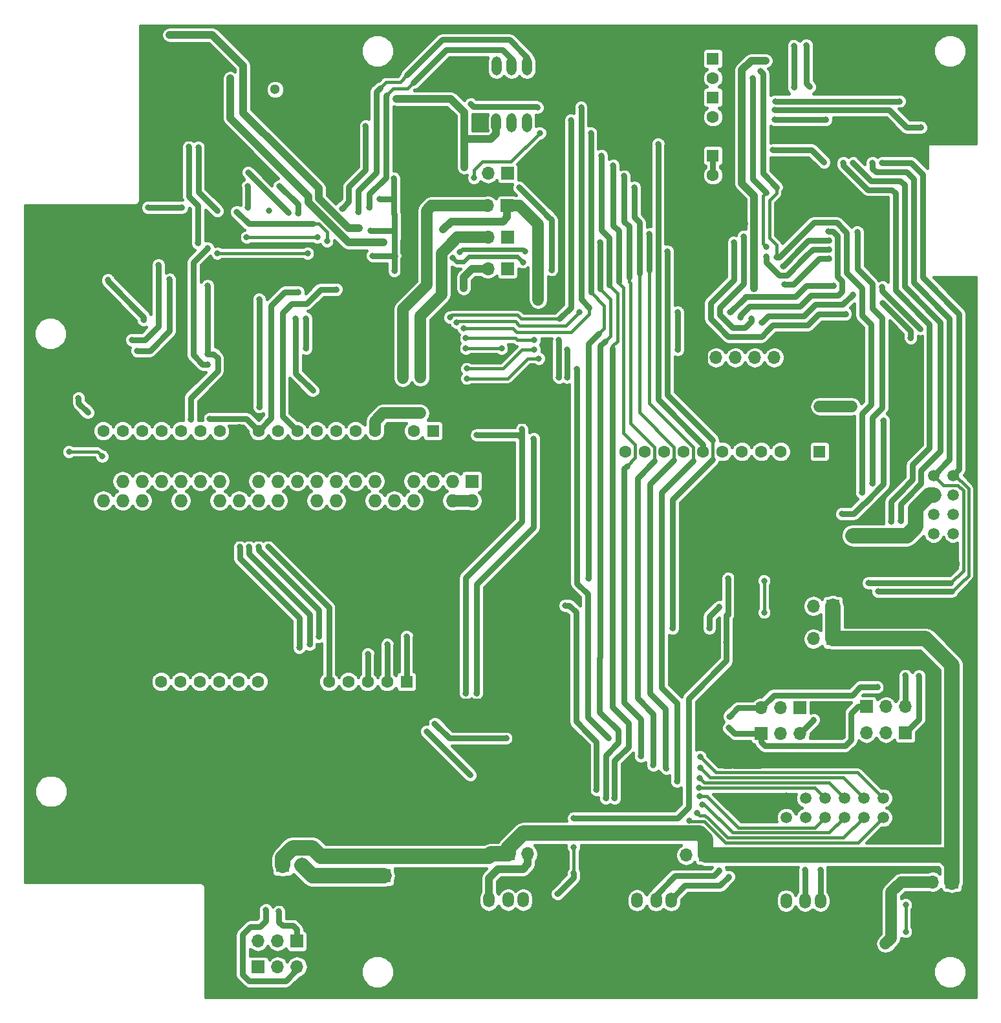
<source format=gbl>
G04 #@! TF.FileFunction,Copper,L2,Bot,Signal*
%FSLAX46Y46*%
G04 Gerber Fmt 4.6, Leading zero omitted, Abs format (unit mm)*
G04 Created by KiCad (PCBNEW 4.0.0-rc1-stable) date 24.2.2017 20:33:58*
%MOMM*%
G01*
G04 APERTURE LIST*
%ADD10C,0.100000*%
%ADD11C,1.506220*%
%ADD12R,1.700000X1.700000*%
%ADD13O,1.700000X1.700000*%
%ADD14C,4.600000*%
%ADD15O,1.500000X2.000000*%
%ADD16C,1.600000*%
%ADD17R,1.600000X1.600000*%
%ADD18O,1.300000X2.500000*%
%ADD19C,1.300000*%
%ADD20R,1.727200X1.727200*%
%ADD21O,1.727200X1.727200*%
%ADD22C,0.800000*%
%ADD23C,0.800000*%
%ADD24C,1.000000*%
%ADD25C,3.000000*%
%ADD26C,0.400000*%
%ADD27C,2.000000*%
%ADD28C,1.500000*%
%ADD29C,5.000000*%
%ADD30C,0.900000*%
%ADD31C,0.600000*%
G04 APERTURE END LIST*
D10*
D11*
X113030000Y24206200D03*
X113030000Y26746200D03*
X100330000Y24206200D03*
X100330000Y26746200D03*
X102870000Y24206200D03*
X102870000Y26746200D03*
X105410000Y24206200D03*
X105410000Y26746200D03*
X107950000Y24206200D03*
X107950000Y26746200D03*
X110490000Y24206200D03*
X110490000Y26746200D03*
D12*
X63969900Y19431000D03*
D13*
X66509900Y19431000D03*
D12*
X34404300Y17907000D03*
D13*
X36944300Y17907000D03*
D12*
X89781380Y19286220D03*
D13*
X87241380Y19286220D03*
D12*
X122034300Y15773400D03*
D13*
X119494300Y15773400D03*
D12*
X63830200Y108610400D03*
D13*
X61290200Y108610400D03*
D12*
X63863220Y100197920D03*
D13*
X61323220Y100197920D03*
D12*
X63832740Y96103440D03*
D13*
X61292740Y96103440D03*
D12*
X106433620Y47622460D03*
D13*
X103893620Y47622460D03*
D12*
X106436160Y51899820D03*
D13*
X103896160Y51899820D03*
D12*
X63804800Y104368600D03*
D13*
X61264800Y104368600D03*
D14*
X97309800Y10596900D03*
X110309800Y10596900D03*
D15*
X107309800Y13296900D03*
X100309800Y13296900D03*
X104809800Y13296900D03*
X102809800Y13296900D03*
D14*
X77794980Y10652780D03*
X90794980Y10652780D03*
D15*
X87794980Y13352780D03*
X80794980Y13352780D03*
X85294980Y13352780D03*
X83294980Y13352780D03*
D14*
X58414780Y10718820D03*
X71414780Y10718820D03*
D15*
X68414780Y13418820D03*
X61414780Y13418820D03*
X65914780Y13418820D03*
X63914780Y13418820D03*
D12*
X47673260Y16553180D03*
D13*
X50213260Y16553180D03*
D16*
X90741500Y103301800D03*
D17*
X90741500Y105841800D03*
D16*
X90741500Y108381800D03*
D17*
X90741500Y110921800D03*
D16*
X90741500Y116001800D03*
D17*
X90741500Y118541800D03*
D16*
X90741500Y121081800D03*
D17*
X90741500Y123621800D03*
D11*
X119621300Y69024500D03*
X122161300Y69024500D03*
X119621300Y66484500D03*
X122161300Y66484500D03*
X119621300Y63944500D03*
X122161300Y63944500D03*
X119621300Y61404500D03*
X122161300Y61404500D03*
X119621300Y58864500D03*
X122161300Y58864500D03*
D18*
X66370720Y115204240D03*
X64370720Y115204240D03*
X62370720Y115204240D03*
X60370720Y115204240D03*
X66388500Y122664220D03*
X64388500Y122664220D03*
X62388500Y122664220D03*
X60388500Y122664220D03*
D17*
X104697560Y72147440D03*
D16*
X102157560Y72147440D03*
X99617560Y72147440D03*
X97077560Y72147440D03*
X94537560Y72147440D03*
X79297560Y72147440D03*
X81837560Y72147440D03*
X84377560Y72147440D03*
X86917560Y72147440D03*
X89457560Y72147440D03*
X91997560Y72147440D03*
X10909300Y74866500D03*
X13449300Y74866500D03*
X15989300Y74866500D03*
X18529300Y74866500D03*
X21069300Y74866500D03*
X23609300Y74866500D03*
X26149300Y74866500D03*
X28689300Y74866500D03*
X31229300Y74866500D03*
X33769300Y74866500D03*
X36309300Y74866500D03*
X38849300Y74866500D03*
X41389300Y74866500D03*
X43929300Y74866500D03*
X46469300Y74866500D03*
X49009300Y74866500D03*
X51549300Y74866500D03*
D17*
X54089300Y74866500D03*
D16*
X37925900Y42011600D03*
X40465900Y42011600D03*
X43005900Y42011600D03*
X45545900Y42011600D03*
X48085900Y42011600D03*
X15975900Y42011600D03*
X18515900Y42011600D03*
X21055900Y42011600D03*
X23595900Y42011600D03*
X26135900Y42011600D03*
X28675900Y42011600D03*
X31215900Y42011600D03*
X33755900Y42011600D03*
D17*
X50625900Y42011600D03*
D19*
X33409500Y119594800D03*
D20*
X59169300Y68262500D03*
D21*
X59169300Y65722500D03*
X56629300Y68262500D03*
X56629300Y65722500D03*
X54089300Y68262500D03*
X54089300Y65722500D03*
X51549300Y68262500D03*
X51549300Y65722500D03*
X49009300Y68262500D03*
X49009300Y65722500D03*
X46469300Y68262500D03*
X46469300Y65722500D03*
X43929300Y68262500D03*
X43929300Y65722500D03*
X41389300Y68262500D03*
X41389300Y65722500D03*
X38849300Y68262500D03*
X38849300Y65722500D03*
X36309300Y68262500D03*
X36309300Y65722500D03*
X33769300Y68262500D03*
X33769300Y65722500D03*
X31229300Y68262500D03*
X31229300Y65722500D03*
X28689300Y68262500D03*
X28689300Y65722500D03*
X26149300Y68262500D03*
X26149300Y65722500D03*
X23609300Y68262500D03*
X23609300Y65722500D03*
X21069300Y68262500D03*
X21069300Y65722500D03*
X18529300Y68262500D03*
X18529300Y65722500D03*
X15989300Y68262500D03*
X15989300Y65722500D03*
X13449300Y68262500D03*
X13449300Y65722500D03*
X10909300Y68262500D03*
X10909300Y65722500D03*
D12*
X115928140Y35295840D03*
D13*
X113388140Y35295840D03*
X110848140Y35295840D03*
D12*
X110863380Y38755320D03*
D13*
X113403380Y38755320D03*
X115943380Y38755320D03*
D12*
X102108000Y38567360D03*
D13*
X99568000Y38567360D03*
X97028000Y38567360D03*
D12*
X97058480Y35212020D03*
D13*
X99598480Y35212020D03*
X102138480Y35212020D03*
D12*
X31219140Y4655820D03*
D13*
X33759140Y4655820D03*
X36299140Y4655820D03*
D12*
X36263580Y8008620D03*
D13*
X33723580Y8008620D03*
X31183580Y8008620D03*
D12*
X88591420Y84462620D03*
D13*
X91131420Y84462620D03*
X93671420Y84462620D03*
X96211420Y84462620D03*
X98751420Y84462620D03*
D22*
X62322740Y91676220D03*
X65126900Y91920060D03*
X35393660Y71818500D03*
X40532080Y72707500D03*
X26198860Y90477340D03*
X21113780Y91158060D03*
X16496060Y71818500D03*
X13799820Y71818500D03*
X21951980Y82715100D03*
X26226800Y78966060D03*
X16699260Y81815940D03*
X12340620Y78882240D03*
X16643380Y78854300D03*
X54502080Y46667420D03*
X69340760Y46748700D03*
X63741300Y41376600D03*
X63778160Y46748700D03*
X87704960Y47091600D03*
X94456280Y60665360D03*
X26813540Y53931820D03*
X18766820Y54155340D03*
X45109160Y53873400D03*
X50633660Y57264300D03*
X52614860Y54635400D03*
X51080700Y113281460D03*
X56470580Y114109500D03*
X56455340Y115206780D03*
X56318180Y116425980D03*
X70331360Y122529600D03*
X78179960Y122491500D03*
X122947460Y93535500D03*
X102002620Y64792860D03*
X49300160Y113294160D03*
X51865560Y114249200D03*
X27096720Y122537220D03*
X19618780Y122140980D03*
X106415840Y106291380D03*
X110299500Y103748840D03*
X93563440Y41917620D03*
X90351610Y34121090D03*
X104962960Y31831280D03*
X106527600Y36842700D03*
X95938340Y25293320D03*
X42252900Y78714600D03*
X15354300Y48729900D03*
X44234100Y34137600D03*
X15806420Y30965140D03*
X33017460Y32082740D03*
X66880740Y27277060D03*
X59895740Y27109420D03*
X68122800Y32499300D03*
X66443860Y40144700D03*
X63969900Y31242000D03*
X115130580Y30573980D03*
X111980980Y32057340D03*
X116024660Y27322780D03*
X96801940Y31325820D03*
X108287820Y31803340D03*
X67236340Y81556860D03*
X94912180Y31305500D03*
X100296980Y102453500D03*
X99250500Y102453500D03*
X111472980Y119702580D03*
X94922340Y48902620D03*
X105783380Y119768620D03*
X94812940Y101990980D03*
X90741500Y103301800D03*
X51109880Y97563940D03*
X51117500Y101561900D03*
X51079400Y106210100D03*
X27119580Y95242380D03*
X38940740Y95189040D03*
X94891860Y16349980D03*
X118071900Y11010900D03*
X97289620Y16309340D03*
X74602340Y18676620D03*
X28392120Y99108260D03*
X40210740Y98193860D03*
X104697560Y78077060D03*
X108893640Y78077060D03*
X97668080Y123375420D03*
X96136460Y93543120D03*
X96141540Y105666540D03*
X49297620Y118384320D03*
X58177460Y109395260D03*
X35130740Y103482140D03*
X29885640Y108745020D03*
X97119440Y89039700D03*
X109049820Y92682060D03*
X11529060Y94642940D03*
X67917060Y84345780D03*
X58506360Y81732120D03*
X16215360Y89367360D03*
X86120000Y85504020D03*
X86112380Y90411300D03*
X93002100Y90416380D03*
X106540300Y93860620D03*
X73220580Y90411300D03*
X57195720Y89077800D03*
X59810680Y40497760D03*
X67275740Y73847960D03*
X45764480Y104104440D03*
X102961440Y125409960D03*
X103433880Y119931180D03*
X112341660Y53812440D03*
X103944420Y37017960D03*
X112892840Y109966760D03*
X58375580Y40492680D03*
X65721260Y75059540D03*
X44309060Y103548180D03*
X101338380Y125341380D03*
X101338380Y119839740D03*
X111625380Y109979460D03*
X111107220Y54937660D03*
X59811920Y74317860D03*
X86052660Y28928060D03*
X82420460Y100662740D03*
X89039700Y27017980D03*
X80459580Y106766360D03*
X84627720Y30655260D03*
X88958420Y28082240D03*
X82931000Y31069280D03*
X79128620Y108242100D03*
X89319100Y25874980D03*
X81305400Y32217360D03*
X77701140Y109628940D03*
X89039700Y29344620D03*
X71662320Y81892140D03*
X71664860Y85542120D03*
X67345560Y85529420D03*
X94787720Y100365560D03*
X95775780Y89542620D03*
X58498740Y83019900D03*
X70572660Y81887060D03*
X70572660Y86738460D03*
X67345560Y86741000D03*
X58386980Y87007700D03*
X105895140Y100972620D03*
X94353380Y89712800D03*
X112257840Y41285160D03*
X109644180Y100926900D03*
X111574580Y68008500D03*
X97726500Y98960940D03*
X95930720Y121076720D03*
X108953300Y40246300D03*
X32219900Y12138660D03*
X92880180Y37437060D03*
X102809040Y17335500D03*
X115328700Y63035180D03*
X117711220Y42786300D03*
X109080300Y109969300D03*
X106436160Y49811940D03*
X110665260Y61137800D03*
X109034580Y61155580D03*
X110241080Y66774060D03*
X92819220Y35958780D03*
X96972120Y121980960D03*
X99082860Y97619820D03*
X33901380Y11894820D03*
X114063780Y63009780D03*
X107815380Y109964220D03*
X115943380Y42806620D03*
X113332260Y7658100D03*
X114081560Y8412480D03*
X52433220Y81831180D03*
X52428140Y77188060D03*
X55201820Y94902020D03*
X58086020Y93560900D03*
X44354780Y101406960D03*
X19620260Y126735840D03*
X47608520Y99562920D03*
X27523440Y121031000D03*
X67871340Y92011500D03*
X55412640Y101236900D03*
X50131980Y81800700D03*
X53228240Y103738680D03*
X74453780Y55526940D03*
X45949900Y101079300D03*
X46188660Y97805240D03*
X49011840Y95824040D03*
X74754740Y113896140D03*
X92730320Y55526940D03*
X72499220Y24104600D03*
X59443620Y108018580D03*
X68069460Y113896140D03*
X47137320Y105232200D03*
X92595700Y50680620D03*
X92516960Y47142400D03*
X49024540Y103263700D03*
X48981360Y107924600D03*
X70401180Y14211300D03*
X115984020Y9263380D03*
X115984020Y12760960D03*
X72504300Y20327620D03*
X72504300Y16924020D03*
X83562220Y112443260D03*
X105902760Y99791520D03*
X99898200Y96438720D03*
X56624220Y97558860D03*
X65859660Y96972120D03*
X107612180Y63985140D03*
X97436940Y55237380D03*
X97439480Y51079400D03*
X113090960Y76225400D03*
X105910380Y97475040D03*
X100134420Y94053660D03*
X65366900Y106743500D03*
X69623940Y95951040D03*
X112913160Y93710760D03*
X117853460Y88242140D03*
X116631720Y87005160D03*
X112981740Y91605100D03*
X58110120Y88270080D03*
X73472040Y117259100D03*
X117967760Y114607340D03*
X98811080Y116893340D03*
X38945820Y100225860D03*
X29687520Y100225860D03*
X45269180Y114780060D03*
X59038520Y117683280D03*
X67745640Y117226080D03*
X42152600Y104005380D03*
X98878420Y118054120D03*
X115190300Y118051580D03*
X40209500Y99707700D03*
X28388340Y103548180D03*
X56288940Y89725500D03*
X72123300Y115552220D03*
X105537000Y115663980D03*
X98811080Y115658900D03*
X37670740Y98137980D03*
X25849580Y98137980D03*
X75956160Y99532440D03*
X76705460Y26733500D03*
X93479620Y99565460D03*
X108101130Y90186510D03*
X77867540Y26723340D03*
X76151740Y110904020D03*
X98541840Y111663480D03*
X105270300Y110065820D03*
X31356300Y77998320D03*
X31329660Y92143580D03*
X36399500Y103380540D03*
X29846300Y106961940D03*
X33991580Y106961940D03*
X29851380Y104114600D03*
X6414800Y72146160D03*
X21195060Y104137460D03*
X16760220Y104137460D03*
X10781060Y71513700D03*
X25845800Y103685340D03*
X23348980Y112047020D03*
X22134860Y112057180D03*
X23308340Y99479100D03*
X14629160Y86791800D03*
X18141980Y96598740D03*
X7677180Y79179420D03*
X8896380Y77269340D03*
X24588500Y83583780D03*
X24573260Y98839020D03*
X104808020Y17335500D03*
X91584780Y17244060D03*
X92821760Y16446500D03*
X75490100Y27813000D03*
X87678260Y23797260D03*
X36107400Y89575640D03*
X38350220Y80154780D03*
X71405780Y51976020D03*
X32589500Y103695500D03*
X37466300Y85681820D03*
X37466300Y89573100D03*
X89054940Y32179260D03*
X77066140Y34607500D03*
X72924700Y82979260D03*
X58390820Y85686900D03*
X63069500Y85686900D03*
X53254940Y35471100D03*
X58969940Y29756100D03*
X88635840Y24818340D03*
X19579620Y94719140D03*
X15317500Y85356700D03*
X63663860Y34587180D03*
X54321740Y36507420D03*
X89054940Y30731460D03*
X85472300Y49004220D03*
X84763640Y98397060D03*
X90288140Y49019460D03*
X91568300Y51838860D03*
X105910380Y98595180D03*
X97703640Y97680780D03*
X66156840Y98389440D03*
X57584340Y98328480D03*
X39127460Y47922180D03*
X31228060Y59672220D03*
X50626040Y47929800D03*
X24870440Y76481940D03*
X36415980Y93047820D03*
X32492980Y59682380D03*
X41460420Y93398340D03*
X29993620Y59667140D03*
X22348220Y76385420D03*
X37923500Y46873160D03*
X48086040Y46873160D03*
X24604980Y84940140D03*
X24579580Y93901260D03*
X45548580Y45643800D03*
X36559520Y46489620D03*
X28779500Y59662060D03*
D23*
X54596060Y78790800D02*
X54596060Y89801700D01*
X54596060Y89801700D02*
X56470580Y91676220D01*
X56470580Y91676220D02*
X62322740Y91676220D01*
X54482380Y78677120D02*
X54596060Y78790800D01*
X35393660Y71818500D02*
X36282660Y72707500D01*
X36282660Y72707500D02*
X40532080Y72707500D01*
X26198860Y94321660D02*
X26198860Y90477340D01*
X27119580Y95242380D02*
X26198860Y94321660D01*
X10909300Y68262500D02*
X10909300Y68927980D01*
X10909300Y68927980D02*
X13799820Y71818500D01*
X21052820Y81815940D02*
X21951980Y82715100D01*
X16699260Y81815940D02*
X21052820Y81815940D01*
X16699260Y81815940D02*
X16699260Y78910180D01*
X10909300Y68262500D02*
X6183660Y68262500D01*
X9071640Y82151220D02*
X12340620Y78882240D01*
X7171720Y82151220D02*
X9071640Y82151220D01*
X3503960Y78483460D02*
X7171720Y82151220D01*
X3503960Y70942200D02*
X3503960Y78483460D01*
X6183660Y68262500D02*
X3503960Y70942200D01*
X16699260Y78910180D02*
X16643380Y78854300D01*
X63741300Y41376600D02*
X63741300Y46711840D01*
X63741300Y46711840D02*
X63778160Y46748700D01*
X102002620Y64792860D02*
X98583780Y64792860D01*
X98583780Y64792860D02*
X94456280Y60665360D01*
X26813540Y53931820D02*
X18990340Y53931820D01*
X18990340Y53931820D02*
X18766820Y54155340D01*
X45109160Y53873400D02*
X51852860Y53873400D01*
X54089300Y65722500D02*
X54089300Y60719940D01*
X54089300Y60719940D02*
X50633660Y57264300D01*
X51852860Y53873400D02*
X52614860Y54635400D01*
D24*
X51865560Y114249200D02*
X51865560Y114066320D01*
X51865560Y114066320D02*
X51080700Y113281460D01*
X51865560Y114249200D02*
X56330880Y114249200D01*
X56455340Y114124740D02*
X56470580Y114109500D01*
X56455340Y114124740D02*
X56455340Y115206780D01*
X56330880Y114249200D02*
X56470580Y114109500D01*
D25*
X92810360Y75018900D02*
X88543160Y79286100D01*
D23*
X88591420Y84462620D02*
X88591420Y79334360D01*
X88591420Y79334360D02*
X88543160Y79286100D01*
D26*
X60388500Y121118660D02*
X61949360Y119557800D01*
X61949360Y119557800D02*
X67359560Y119557800D01*
X67359560Y119557800D02*
X70331360Y122529600D01*
X60388500Y122664220D02*
X60388500Y121118660D01*
X43467020Y85001100D02*
X43467020Y85424040D01*
X43467020Y85424040D02*
X43432760Y85458300D01*
X102002620Y64792860D02*
X102002620Y60495180D01*
X124509560Y91973400D02*
X122947460Y93535500D01*
X124509560Y69082920D02*
X124509560Y91973400D01*
X125096300Y68496180D02*
X124509560Y69082920D01*
X125096300Y54871620D02*
X125096300Y68496180D01*
X121641900Y51417220D02*
X125096300Y54871620D01*
X111080580Y51417220D02*
X121641900Y51417220D01*
X102002620Y60495180D02*
X111080580Y51417220D01*
D24*
X102002620Y64792860D02*
X102276940Y64518540D01*
X102276940Y64518540D02*
X102002620Y64792860D01*
X102002620Y64792860D02*
X102002620Y64244220D01*
D25*
X107671900Y69913500D02*
X107671900Y73911460D01*
X88543160Y79286100D02*
X88543160Y86930200D01*
X106564460Y75018900D02*
X92810360Y75018900D01*
X107671900Y73911460D02*
X106564460Y75018900D01*
D27*
X102157560Y72147440D02*
X102157560Y68056760D01*
X102157560Y68056760D02*
X103986360Y66227960D01*
D25*
X94903940Y57145540D02*
X102002620Y64244220D01*
X102002620Y64244220D02*
X103986360Y66227960D01*
X103986360Y66227960D02*
X107671900Y69913500D01*
X88543160Y86930200D02*
X88521540Y86951820D01*
D24*
X88521540Y87942420D02*
X88521540Y86951820D01*
D28*
X90741500Y103301800D02*
X90741500Y94333060D01*
X88521540Y92113100D02*
X90741500Y94333060D01*
X88521540Y87942420D02*
X88521540Y92113100D01*
D25*
X94922340Y57127140D02*
X94903940Y57145540D01*
X100798660Y50563780D02*
X100798660Y54201060D01*
X105923080Y55567580D02*
X107810300Y57454800D01*
X102165180Y55567580D02*
X105923080Y55567580D01*
X100798660Y54201060D02*
X102165180Y55567580D01*
X98365340Y48130460D02*
X94922340Y48130460D01*
X100798660Y50563780D02*
X98365340Y48130460D01*
D23*
X51068000Y113294160D02*
X51080700Y113281460D01*
X49300160Y113294160D02*
X51068000Y113294160D01*
D27*
X51079400Y110149640D02*
X51079400Y113280160D01*
X51079400Y106210100D02*
X51079400Y110149640D01*
X51079400Y113280160D02*
X51080700Y113281460D01*
D26*
X51865560Y114066320D02*
X51080700Y113281460D01*
D23*
X26700480Y122140980D02*
X27096720Y122537220D01*
X26700480Y122140980D02*
X19618780Y122140980D01*
X19618780Y122140980D02*
X19624040Y122140980D01*
D24*
X106415840Y106291380D02*
X107756960Y106291380D01*
X100296980Y102770940D02*
X103817420Y106291380D01*
X103817420Y106291380D02*
X106415840Y106291380D01*
X100296980Y102453500D02*
X100296980Y102770940D01*
X107756960Y106291380D02*
X110299500Y103748840D01*
X100330000Y26746200D02*
X97391220Y26746200D01*
X97391220Y26746200D02*
X95938340Y25293320D01*
X54089300Y65722500D02*
X54089300Y61927740D01*
X43467020Y80901540D02*
X43467020Y79928720D01*
X43467020Y79928720D02*
X42252900Y78714600D01*
X28689300Y74866500D02*
X28689300Y75285600D01*
X15975900Y42011600D02*
X15354300Y42633200D01*
X15354300Y42633200D02*
X15354300Y48729900D01*
X33017460Y32082740D02*
X35072320Y34137600D01*
X35072320Y34137600D02*
X44234100Y34137600D01*
X15806420Y30965140D02*
X16924020Y32082740D01*
X15806420Y41842120D02*
X15806420Y30965140D01*
X16924020Y32082740D02*
X33017460Y32082740D01*
X15975900Y42011600D02*
X15806420Y41842120D01*
X63969900Y31242000D02*
X66880740Y28331160D01*
X66880740Y28331160D02*
X66880740Y27277060D01*
X63969900Y31242000D02*
X59895740Y27167840D01*
X59895740Y27167840D02*
X59895740Y27109420D01*
X68122800Y32499300D02*
X66865500Y31242000D01*
X68122800Y38465760D02*
X68122800Y32499300D01*
X63741300Y41376600D02*
X64973200Y40144700D01*
X64973200Y40144700D02*
X66443860Y40144700D01*
X66443860Y40144700D02*
X68122800Y38465760D01*
X66865500Y31242000D02*
X63969900Y31242000D01*
X115130580Y30573980D02*
X116024660Y29679900D01*
X113464340Y30573980D02*
X115130580Y30573980D01*
X108287820Y31803340D02*
X108541820Y32057340D01*
X108541820Y32057340D02*
X111980980Y32057340D01*
X111980980Y32057340D02*
X113464340Y30573980D01*
X116024660Y29679900D02*
X116024660Y27322780D01*
X104962960Y31831280D02*
X104990900Y31803340D01*
X97307400Y31831280D02*
X104962960Y31831280D01*
D28*
X94912180Y31305500D02*
X96781620Y31305500D01*
X96781620Y31305500D02*
X96801940Y31325820D01*
D24*
X96801940Y31325820D02*
X97307400Y31831280D01*
X104990900Y31803340D02*
X108287820Y31803340D01*
X37925900Y40636300D02*
X39319200Y39243000D01*
X39319200Y39243000D02*
X61607700Y39243000D01*
X61607700Y39243000D02*
X63741300Y41376600D01*
X37925900Y42011600D02*
X37925900Y40636300D01*
D23*
X94812940Y101990980D02*
X92052320Y101990980D01*
X92052320Y101990980D02*
X90741500Y103301800D01*
X90741500Y105841800D02*
X90741500Y103301800D01*
X67236340Y81556860D02*
X67236340Y80083660D01*
X67236340Y80083660D02*
X65371980Y78219300D01*
D28*
X94912180Y31305500D02*
X93652340Y31305500D01*
D25*
X94922340Y43276520D02*
X93563440Y41917620D01*
X94922340Y48130460D02*
X94922340Y43276520D01*
X93563440Y41917620D02*
X92892880Y41247060D01*
X94922340Y48902620D02*
X94922340Y48130460D01*
X92491560Y41247060D02*
X92892880Y41247060D01*
X92407740Y32064960D02*
X90351610Y34121090D01*
X90351610Y34121090D02*
X90068400Y34404300D01*
X90068400Y34404300D02*
X90068400Y38823900D01*
X90068400Y38823900D02*
X92491560Y41247060D01*
X92892880Y32064960D02*
X92407740Y32064960D01*
D28*
X93652340Y31305500D02*
X92892880Y32064960D01*
D26*
X100296980Y102453500D02*
X100296980Y102458520D01*
X99250500Y102453500D02*
X99250500Y102450900D01*
D24*
X110408720Y119702580D02*
X111472980Y119702580D01*
D27*
X52158900Y79545180D02*
X53614320Y79545180D01*
X57279540Y75879960D02*
X57279540Y75110340D01*
X53614320Y79545180D02*
X54482380Y78677120D01*
X54482380Y78677120D02*
X57279540Y75879960D01*
D25*
X57279540Y73306940D02*
X57279540Y75110340D01*
X55308500Y71818500D02*
X55791100Y71818500D01*
X55791100Y71818500D02*
X57279540Y73306940D01*
X57279540Y75110340D02*
X60388500Y78219300D01*
X60388500Y78219300D02*
X65371980Y78219300D01*
D27*
X43467020Y82979260D02*
X43467020Y80901540D01*
X44823380Y79545180D02*
X45636180Y79545180D01*
X43467020Y80901540D02*
X44823380Y79545180D01*
X43467020Y85001100D02*
X43467020Y82979260D01*
X45636180Y79545180D02*
X52158900Y79545180D01*
X51109880Y95991680D02*
X51109880Y95031560D01*
X51109880Y97563940D02*
X51109880Y95991680D01*
X49857660Y93779340D02*
X47876460Y93779340D01*
X51109880Y95031560D02*
X49857660Y93779340D01*
X46131480Y95189040D02*
X46466760Y95189040D01*
X43467020Y95189040D02*
X46131480Y95189040D01*
X46466760Y95189040D02*
X47876460Y93779340D01*
X43467020Y85001100D02*
X43467020Y95189040D01*
X26479500Y95882460D02*
X24767540Y95882460D01*
X26479500Y95882460D02*
X27119580Y95242380D01*
D24*
X33755900Y42011600D02*
X29527500Y37783200D01*
X29527500Y37783200D02*
X29527500Y37614860D01*
X15975900Y42011600D02*
X15963900Y41999600D01*
X15963900Y41999600D02*
X15963900Y37614860D01*
X93847920Y123855480D02*
X95059500Y125067060D01*
X98458020Y125067060D02*
X100497640Y127106680D01*
X95059500Y125067060D02*
X98458020Y125067060D01*
X93032580Y121953020D02*
X93032580Y123040140D01*
X100497640Y127106680D02*
X103698040Y127106680D01*
X93032580Y123040140D02*
X93847920Y123855480D01*
X103698040Y127106680D02*
X105310940Y125493780D01*
X105310940Y125493780D02*
X107896660Y122908060D01*
X107896660Y122908060D02*
X107896660Y119702580D01*
X93032580Y121577100D02*
X93032580Y121953020D01*
X93032580Y118305580D02*
X93032580Y106570780D01*
X93032580Y106570780D02*
X92303600Y105841800D01*
X92303600Y105841800D02*
X90741500Y105841800D01*
X93032580Y118305580D02*
X93032580Y121577100D01*
D27*
X41856660Y95189040D02*
X43467020Y95189040D01*
X38940740Y95189040D02*
X41856660Y95189040D01*
D24*
X122161300Y58864500D02*
X122161300Y58127900D01*
X122161300Y58127900D02*
X121488200Y57454800D01*
X119621300Y58864500D02*
X119621300Y58148220D01*
X119621300Y58148220D02*
X118927880Y57454800D01*
X110408720Y119702580D02*
X107896660Y119702580D01*
X107896660Y119702580D02*
X105849420Y119702580D01*
X105849420Y119702580D02*
X105783380Y119768620D01*
X94812940Y101990980D02*
X94815660Y101993700D01*
D25*
X94922340Y48902620D02*
X94922340Y57127140D01*
D27*
X94922340Y48905160D02*
X94922340Y48902620D01*
D25*
X107810300Y57454800D02*
X118927880Y57454800D01*
X118927880Y57454800D02*
X121488200Y57454800D01*
D27*
X51109880Y97563940D02*
X51109880Y101554280D01*
X51109880Y101554280D02*
X51117500Y101561900D01*
X51107340Y97561400D02*
X51107340Y97558860D01*
X51109880Y97563940D02*
X51107340Y97561400D01*
X51079400Y106210100D02*
X51079400Y101600000D01*
X51079400Y101600000D02*
X51117500Y101561900D01*
X51122580Y101556820D02*
X51122580Y101551740D01*
X51117500Y101561900D02*
X51122580Y101556820D01*
X51081940Y106207560D02*
X51081940Y106205020D01*
X51079400Y106210100D02*
X51081940Y106207560D01*
X27119580Y95242380D02*
X38887400Y95242380D01*
X38887400Y95242380D02*
X38940740Y95189040D01*
D25*
X59283600Y71818500D02*
X59169300Y71818500D01*
X60322460Y61922660D02*
X62712600Y64312800D01*
X62712600Y64312800D02*
X62712600Y70370700D01*
X10777220Y61922660D02*
X60322460Y61922660D01*
X61264800Y71818500D02*
X59283600Y71818500D01*
X62712600Y70370700D02*
X61264800Y71818500D01*
X59169300Y71818500D02*
X55308500Y71818500D01*
X55308500Y71818500D02*
X35393660Y71818500D01*
X35393660Y71818500D02*
X16496060Y71818500D01*
X16496060Y71818500D02*
X13799820Y71818500D01*
X13799820Y71818500D02*
X13627100Y71645780D01*
D24*
X8796020Y64609980D02*
X8796020Y63903860D01*
D25*
X13627100Y37614860D02*
X15963900Y37614860D01*
X15963900Y37614860D02*
X29527500Y37614860D01*
X10777220Y40464740D02*
X10777220Y60358020D01*
X13627100Y37614860D02*
X10777220Y40464740D01*
X10777220Y61922660D02*
X10777220Y60358020D01*
D24*
X8796020Y63903860D02*
X10777220Y61922660D01*
D25*
X29527500Y21145500D02*
X29527500Y37614860D01*
X31208980Y14549120D02*
X29527500Y16230600D01*
X29527500Y16230600D02*
X29527500Y21145500D01*
X58414780Y10718820D02*
X55831620Y13301980D01*
X35575240Y14549120D02*
X32438340Y14549120D01*
X36822380Y13301980D02*
X35575240Y14549120D01*
X55831620Y13301980D02*
X36822380Y13301980D01*
X32438340Y14549120D02*
X31208980Y14549120D01*
D28*
X49049940Y70363080D02*
X49049940Y68303140D01*
X49049940Y68303140D02*
X49009300Y68262500D01*
X43959780Y70363080D02*
X49049940Y70363080D01*
X28689300Y70363080D02*
X43959780Y70363080D01*
X49009300Y74866500D02*
X49009300Y68262500D01*
X28689300Y70363080D02*
X28689300Y74866500D01*
X28689300Y70363080D02*
X28689300Y68262500D01*
X10909300Y68262500D02*
X10909300Y68961000D01*
X10909300Y68961000D02*
X12311380Y70363080D01*
X12311380Y70363080D02*
X28689300Y70363080D01*
X43969940Y63675260D02*
X43969940Y65681860D01*
X43969940Y65681860D02*
X43929300Y65722500D01*
X36347400Y63675260D02*
X36347400Y65684400D01*
X36347400Y65684400D02*
X36309300Y65722500D01*
X23500080Y65613280D02*
X23500080Y63675260D01*
X23500080Y63675260D02*
X22860000Y63675260D01*
X23500080Y65613280D02*
X23609300Y65722500D01*
X23609300Y65722500D02*
X23609300Y64424560D01*
X23609300Y64424560D02*
X23660100Y64475360D01*
X22085300Y63675260D02*
X22860000Y63675260D01*
X17780000Y63675260D02*
X22085300Y63675260D01*
X9730740Y63675260D02*
X17780000Y63675260D01*
X8796020Y64609980D02*
X9730740Y63675260D01*
X8796020Y66804540D02*
X8796020Y64609980D01*
X10253980Y68262500D02*
X8796020Y66804540D01*
X22860000Y63675260D02*
X36347400Y63675260D01*
X36347400Y63675260D02*
X43969940Y63675260D01*
X43969940Y63675260D02*
X53731160Y63675260D01*
X54089300Y64033400D02*
X54089300Y65722500D01*
X53731160Y63675260D02*
X54089300Y64033400D01*
X18529300Y63675260D02*
X18529300Y65722500D01*
X18529300Y63675260D02*
X18529300Y64424560D01*
X10909300Y68262500D02*
X10253980Y68262500D01*
D27*
X97309800Y10596900D02*
X94891860Y13014840D01*
X94891860Y13014840D02*
X94891860Y16349980D01*
D28*
X116634260Y7256780D02*
X114688620Y5311140D01*
X116634260Y7256780D02*
X118071900Y8694420D01*
X118071900Y11010900D02*
X118071900Y8694420D01*
X108935640Y5311140D02*
X106979840Y7266940D01*
X114688620Y5311140D02*
X108935640Y5311140D01*
D27*
X97289620Y10617080D02*
X97289620Y16309340D01*
X97309800Y10596900D02*
X97289620Y10617080D01*
X74602340Y13845420D02*
X74541380Y13845420D01*
X74541380Y13845420D02*
X71414780Y10718820D01*
X74602340Y18676620D02*
X74602340Y13845420D01*
X74602340Y13845420D02*
X77794980Y10652780D01*
D26*
X74602340Y18676620D02*
X74599800Y18676620D01*
D24*
X107309800Y13296900D02*
X107609800Y13296900D01*
X107609800Y13296900D02*
X110309800Y10596900D01*
X87794980Y13352780D02*
X88094980Y13352780D01*
X88094980Y13352780D02*
X90794980Y10652780D01*
X68414780Y13418820D02*
X68714780Y13418820D01*
X68714780Y13418820D02*
X71414780Y10718820D01*
D27*
X58414780Y10718820D02*
X52580420Y16553180D01*
X52580420Y16553180D02*
X50213260Y16553180D01*
D29*
X97309800Y10596900D02*
X100639760Y7266940D01*
X100639760Y7266940D02*
X106979840Y7266940D01*
X106979840Y7266940D02*
X110309800Y10596900D01*
X90794980Y10652780D02*
X90850860Y10596900D01*
X90850860Y10596900D02*
X94094300Y10596900D01*
X94094300Y10596900D02*
X97309800Y10596900D01*
X77794980Y10652780D02*
X80309600Y8138160D01*
X80309600Y8138160D02*
X88280360Y8138160D01*
X88280360Y8138160D02*
X90794980Y10652780D01*
X71414780Y10718820D02*
X71480820Y10652780D01*
X71480820Y10652780D02*
X77794980Y10652780D01*
X58414780Y10718820D02*
X60210580Y8923020D01*
X60210580Y8923020D02*
X69618980Y8923020D01*
X69618980Y8923020D02*
X71414780Y10718820D01*
D26*
X28392120Y99108260D02*
X39296340Y99108260D01*
X39296340Y99108260D02*
X40210740Y98193860D01*
D28*
X108893640Y78077060D02*
X104697560Y78077060D01*
D24*
X97668080Y123375420D02*
X95752920Y123375420D01*
X95752920Y123375420D02*
X94546420Y122168920D01*
X94546420Y107261660D02*
X96141540Y105666540D01*
X94546420Y122168920D02*
X94546420Y107261660D01*
X96141540Y105666540D02*
X96141540Y93548200D01*
X96141540Y93548200D02*
X96136460Y93543120D01*
X54466520Y118384320D02*
X56376600Y118384320D01*
X58177460Y116583460D02*
X58177460Y114673380D01*
X56376600Y118384320D02*
X58177460Y116583460D01*
X62370720Y115204240D02*
X62370720Y113806960D01*
X61652180Y113088420D02*
X58177460Y113088420D01*
X62370720Y113806960D02*
X61652180Y113088420D01*
X58177460Y109395260D02*
X58177460Y113088420D01*
X58177460Y113088420D02*
X58177460Y114673380D01*
X49297620Y118384320D02*
X54466520Y118384320D01*
D23*
X35130740Y103482140D02*
X32486600Y106126280D01*
X29885640Y108727240D02*
X29885640Y108745020D01*
X32486600Y106126280D02*
X29885640Y108727240D01*
D26*
X109049820Y92712540D02*
X109049820Y92682060D01*
D23*
X97119440Y89039700D02*
X98010980Y89931240D01*
X107739180Y91401900D02*
X109049820Y92712540D01*
X104124760Y91401900D02*
X107739180Y91401900D01*
X102654100Y89931240D02*
X104124760Y91401900D01*
X98010980Y89931240D02*
X102654100Y89931240D01*
X11529060Y94449900D02*
X16215360Y89763600D01*
X16215360Y89763600D02*
X16215360Y89367360D01*
X11529060Y94449900D02*
X11529060Y94642940D01*
D26*
X109049820Y92682060D02*
X109034580Y92697300D01*
X109034580Y92697300D02*
X109049820Y92682060D01*
D23*
X11529060Y94642940D02*
X11539220Y94642940D01*
D26*
X63205360Y81732120D02*
X63886080Y81732120D01*
X66499740Y84345780D02*
X67917060Y84345780D01*
X63886080Y81732120D02*
X66499740Y84345780D01*
X58506360Y81732120D02*
X63205360Y81732120D01*
D23*
X86120000Y85504020D02*
X86120000Y90403680D01*
X86120000Y90403680D02*
X86112380Y90411300D01*
X94823280Y92237560D02*
X94993460Y92407740D01*
X93002100Y90416380D02*
X94823280Y92237560D01*
X102948740Y93860620D02*
X106540300Y93860620D01*
X101495860Y92407740D02*
X102948740Y93860620D01*
X94993460Y92407740D02*
X101495860Y92407740D01*
D26*
X71470520Y88661240D02*
X73220580Y90411300D01*
X57195720Y89077800D02*
X57350660Y89232740D01*
X65415160Y88661240D02*
X70030340Y88661240D01*
X64843660Y89232740D02*
X65415160Y88661240D01*
X57350660Y89232740D02*
X64843660Y89232740D01*
X70030340Y88661240D02*
X71470520Y88661240D01*
D23*
X45764480Y104104440D02*
X45764480Y105887520D01*
X47936180Y108059220D02*
X47936180Y118788180D01*
X45764480Y105887520D02*
X47936180Y108059220D01*
X59809380Y43342560D02*
X59809380Y40499060D01*
X59809380Y40499060D02*
X59810680Y40497760D01*
X67271900Y71549260D02*
X67271900Y73844120D01*
X59809380Y54780180D02*
X67271900Y62242700D01*
X59809380Y43342560D02*
X59809380Y54780180D01*
X67271900Y62242700D02*
X67271900Y71549260D01*
X67271900Y73844120D02*
X67275740Y73847960D01*
X60074840Y124780040D02*
X55817800Y124780040D01*
X63173640Y124780040D02*
X60074840Y124780040D01*
X64388500Y123565180D02*
X63173640Y124780040D01*
D26*
X48835340Y119687340D02*
X50725100Y119687340D01*
X50725100Y119687340D02*
X51532820Y120495060D01*
D23*
X47936180Y118788180D02*
X48027620Y118879620D01*
D26*
X48027620Y118879620D02*
X48835340Y119687340D01*
D23*
X55817800Y124780040D02*
X51532820Y120495060D01*
X64388500Y122664220D02*
X64388500Y123565180D01*
X103433880Y119931180D02*
X102961440Y120403620D01*
X102961440Y125409960D02*
X102961440Y120403620D01*
X118206520Y107426760D02*
X118206520Y108473240D01*
X116713000Y109966760D02*
X112892840Y109966760D01*
X118206520Y108473240D02*
X116713000Y109966760D01*
X122948700Y74505820D02*
X122948700Y90205560D01*
X122948700Y69811900D02*
X122948700Y74505820D01*
X122161300Y69024500D02*
X122948700Y69811900D01*
X122948700Y90205560D02*
X118206520Y94947740D01*
D26*
X123215400Y54919880D02*
X122107960Y53812440D01*
X122107960Y53812440D02*
X122024140Y53812440D01*
D23*
X112341660Y53812440D02*
X122024140Y53812440D01*
D26*
X124193300Y56278780D02*
X124193300Y55897780D01*
X123974860Y67541140D02*
X124193300Y67322700D01*
X122491500Y69024500D02*
X123974860Y67541140D01*
X124193300Y67322700D02*
X124193300Y64518540D01*
X124193300Y64518540D02*
X124193300Y56278780D01*
X124193300Y55897780D02*
X123215400Y54919880D01*
D23*
X103944420Y37017960D02*
X102138480Y35212020D01*
D26*
X122161300Y69024500D02*
X122491500Y69024500D01*
D23*
X118206520Y101206300D02*
X118206520Y94947740D01*
X118206520Y107426760D02*
X118206520Y101206300D01*
X64370720Y115204240D02*
X64370720Y116177560D01*
X44309060Y103548180D02*
X44309060Y106342180D01*
X46650940Y119255540D02*
X47189420Y119794020D01*
X46650940Y108684060D02*
X46650940Y119255540D01*
X44309060Y106342180D02*
X46650940Y108684060D01*
X58376820Y43334940D02*
X58376820Y40493920D01*
X58376820Y40493920D02*
X58375580Y40492680D01*
X62438280Y74328020D02*
X65276760Y74328020D01*
X59763660Y74328020D02*
X62438280Y74328020D01*
X65276760Y74328020D02*
X65722500Y73882280D01*
X65722500Y75058300D02*
X65722500Y73882280D01*
X65722500Y75058300D02*
X65721260Y75059540D01*
X65722500Y73882280D02*
X65722500Y71043800D01*
X58376820Y43334940D02*
X58376820Y55653940D01*
X65722500Y62999620D02*
X65722500Y71043800D01*
X58376820Y55653940D02*
X65722500Y62999620D01*
X50679380Y121455180D02*
X55330120Y126105920D01*
X64088040Y126105920D02*
X60257720Y126105920D01*
X64088040Y126105920D02*
X66388500Y123805460D01*
X55330120Y126105920D02*
X60257720Y126105920D01*
D26*
X47189420Y119794020D02*
X47951420Y120556020D01*
X47951420Y120556020D02*
X49780220Y120556020D01*
X49780220Y120556020D02*
X50679380Y121455180D01*
X50679380Y121455180D02*
X50694620Y121470420D01*
D23*
X66388500Y122664220D02*
X66388500Y123805460D01*
X101338380Y125341380D02*
X101338380Y119839740D01*
X114973100Y108755180D02*
X116070380Y108755180D01*
X116070380Y108755180D02*
X117005100Y107820460D01*
X117088920Y94221300D02*
X117005100Y94305120D01*
X117005100Y94305120D02*
X117005100Y96177100D01*
X117005100Y96177100D02*
X117005100Y107820460D01*
X121706640Y71109840D02*
X121706640Y74508360D01*
X119621300Y69024500D02*
X121706640Y71109840D01*
X121706640Y89603580D02*
X121706640Y74508360D01*
X117088920Y94221300D02*
X121706640Y89603580D01*
X114973100Y108755180D02*
X112082580Y108755180D01*
X112082580Y108755180D02*
X111625380Y109212380D01*
X111625380Y109212380D02*
X111625380Y109979460D01*
D26*
X123527820Y56588660D02*
X121876820Y54937660D01*
X122567700Y67754500D02*
X122806460Y67754500D01*
X120891300Y67754500D02*
X122567700Y67754500D01*
X120891300Y67754500D02*
X119621300Y69024500D01*
X123527820Y67033140D02*
X123527820Y63375540D01*
X122806460Y67754500D02*
X123527820Y67033140D01*
X123527820Y63375540D02*
X123527820Y56588660D01*
D23*
X111107220Y54937660D02*
X121876820Y54937660D01*
X59811920Y74328020D02*
X59763660Y74328020D01*
X59811920Y74317860D02*
X59811920Y74328020D01*
X59763660Y74328020D02*
X59758580Y74322940D01*
X84039740Y48272700D02*
X84039740Y66796920D01*
X84039740Y66796920D02*
X88185020Y70942200D01*
D26*
X88185020Y71818500D02*
X88185020Y70942200D01*
X82420460Y80215740D02*
X82420460Y78512700D01*
X88185020Y72748140D02*
X88185020Y71818500D01*
X82420460Y78512700D02*
X88185020Y72748140D01*
D23*
X84039740Y43944540D02*
X84039740Y48272700D01*
X86047580Y39213820D02*
X84039740Y41221660D01*
X84039740Y41221660D02*
X84039740Y43944540D01*
X86047580Y39213820D02*
X86047580Y37340540D01*
X86047580Y37340540D02*
X86047580Y28933140D01*
X86047580Y28933140D02*
X86052660Y28928060D01*
D26*
X82420460Y84455000D02*
X82420460Y80215740D01*
X82420460Y80215740D02*
X82420460Y78665100D01*
D23*
X82420460Y100662740D02*
X82420460Y95948500D01*
D26*
X82420460Y95948500D02*
X82420460Y84455000D01*
X89921080Y27017980D02*
X89039700Y27017980D01*
X99976940Y22882860D02*
X94056200Y22882860D01*
X102743000Y22882860D02*
X99976940Y22882860D01*
X104086660Y22882860D02*
X102743000Y22882860D01*
X105410000Y24206200D02*
X104086660Y22882860D01*
X94056200Y22882860D02*
X89921080Y27017980D01*
D23*
X82470020Y40436800D02*
X82470020Y67891660D01*
X82470020Y67891660D02*
X85645020Y71066660D01*
X84510880Y36664900D02*
X84510880Y32110680D01*
X84510880Y31117540D02*
X84510880Y32110680D01*
X84510880Y38395940D02*
X82470020Y40436800D01*
X84510880Y38395940D02*
X84510880Y36664900D01*
D26*
X81140300Y84427060D02*
X81140300Y77252860D01*
X85645020Y72748140D02*
X85645020Y71066660D01*
X81140300Y77252860D02*
X85645020Y72748140D01*
X81140300Y86248240D02*
X81140300Y84427060D01*
X81140300Y95371920D02*
X81140300Y86248240D01*
X81140300Y95491300D02*
X81140300Y95371920D01*
D23*
X80459580Y106766360D02*
X80459580Y102842060D01*
X81140300Y102161340D02*
X81140300Y100594160D01*
X80459580Y102842060D02*
X81140300Y102161340D01*
X81140300Y100594160D02*
X81140300Y95491300D01*
X84627720Y30655260D02*
X84510880Y30772100D01*
D26*
X92765880Y28087320D02*
X88963500Y28087320D01*
X105410000Y26746200D02*
X104068880Y28087320D01*
X104068880Y28087320D02*
X99776280Y28087320D01*
X99776280Y28087320D02*
X92765880Y28087320D01*
X88963500Y28087320D02*
X88958420Y28082240D01*
D23*
X84510880Y30772100D02*
X84510880Y31117540D01*
X84510880Y31117540D02*
X84513420Y31115000D01*
X80849500Y47012860D02*
X80849500Y68668900D01*
X80849500Y68668900D02*
X83105020Y70924420D01*
D26*
X83105020Y71755000D02*
X83105020Y70924420D01*
X79941420Y80703420D02*
X79941420Y75896500D01*
X83105020Y72732900D02*
X83105020Y71755000D01*
X79941420Y75896500D02*
X83105020Y72732900D01*
D23*
X82918300Y37781260D02*
X82918300Y31160720D01*
X80849500Y47012860D02*
X80849500Y39850060D01*
X80849500Y39850060D02*
X82918300Y37781260D01*
D26*
X79941420Y84216240D02*
X79941420Y80703420D01*
X79941420Y80703420D02*
X79941420Y76206380D01*
X79781400Y94960440D02*
X79781400Y94411800D01*
X79781400Y94411800D02*
X79941420Y94251780D01*
X79941420Y92910660D02*
X79941420Y94251780D01*
X79941420Y92910660D02*
X79941420Y84216240D01*
D23*
X79128620Y108242100D02*
X79128620Y102311200D01*
X79781400Y101658420D02*
X79781400Y100820220D01*
X79128620Y102311200D02*
X79781400Y101658420D01*
X79781400Y100820220D02*
X79781400Y94960440D01*
D26*
X93284040Y22219920D02*
X89628980Y25874980D01*
X89628980Y25874980D02*
X89319100Y25874980D01*
X105963720Y22219920D02*
X103827580Y22219920D01*
X107950000Y24206200D02*
X105963720Y22219920D01*
X103827580Y22219920D02*
X93284040Y22219920D01*
D23*
X79122300Y46316900D02*
X79122300Y69888100D01*
X79122300Y69888100D02*
X79513460Y70279260D01*
X79122300Y39291260D02*
X79122300Y46316900D01*
X81305400Y37108160D02*
X79122300Y39291260D01*
X81305400Y32217360D02*
X81305400Y35328860D01*
X81305400Y35328860D02*
X81305400Y37108160D01*
D26*
X80565020Y71330820D02*
X79513460Y70279260D01*
X80565020Y71729600D02*
X80565020Y71330820D01*
X79011780Y74621420D02*
X80565020Y73068180D01*
X80565020Y73068180D02*
X80565020Y71729600D01*
D23*
X77701140Y101765100D02*
X78417420Y101048820D01*
X78417420Y101048820D02*
X78417420Y94358460D01*
X77701140Y109628940D02*
X77701140Y101765100D01*
D26*
X78417420Y94358460D02*
X78417420Y94213680D01*
X79011780Y93352620D02*
X79011780Y84574380D01*
X79011780Y84574380D02*
X79011780Y84002880D01*
X79011780Y93619320D02*
X78417420Y94213680D01*
X79011780Y93352620D02*
X79011780Y93619320D01*
X79011780Y84002880D02*
X79011780Y75032900D01*
X79011780Y75032900D02*
X79011780Y74621420D01*
X92219780Y28745180D02*
X89639140Y28745180D01*
X105951020Y28745180D02*
X99794060Y28745180D01*
X107950000Y26746200D02*
X105951020Y28745180D01*
X99794060Y28745180D02*
X92219780Y28745180D01*
X89639140Y28745180D02*
X89039700Y29344620D01*
D23*
X71662320Y81892140D02*
X71662320Y85539580D01*
X71662320Y85539580D02*
X71664860Y85542120D01*
D26*
X67345560Y85529420D02*
X65745360Y85529420D01*
X65745360Y85529420D02*
X63235840Y83019900D01*
X63253620Y83019900D02*
X64025780Y83792060D01*
X63235840Y83019900D02*
X63253620Y83019900D01*
D23*
X91904820Y91264740D02*
X91630500Y90990420D01*
X94787720Y94147640D02*
X91904820Y91264740D01*
X94787720Y100365560D02*
X94787720Y94147640D01*
X94937580Y88399620D02*
X95775780Y89237820D01*
X93306900Y88399620D02*
X94937580Y88399620D01*
X91630500Y90076020D02*
X93306900Y88399620D01*
X91630500Y90990420D02*
X91630500Y90076020D01*
X95775780Y89237820D02*
X95775780Y89542620D01*
D26*
X58498740Y83019900D02*
X63235840Y83019900D01*
D23*
X70572660Y86738460D02*
X70572660Y81887060D01*
D26*
X64838580Y87007700D02*
X65105280Y86741000D01*
X58386980Y87007700D02*
X63665100Y87007700D01*
X63665100Y87007700D02*
X64838580Y87007700D01*
X65105280Y86741000D02*
X67345560Y86741000D01*
D23*
X105895140Y100972620D02*
X106443780Y100972620D01*
X107673140Y94439740D02*
X107673140Y93164660D01*
X107043220Y95069660D02*
X107673140Y94439740D01*
X107043220Y100373180D02*
X107043220Y95069660D01*
X106443780Y100972620D02*
X107043220Y100373180D01*
X103426260Y92453460D02*
X103593900Y92621100D01*
X107129580Y92621100D02*
X107673140Y93164660D01*
X103593900Y92621100D02*
X107129580Y92621100D01*
X101353620Y91142820D02*
X102115620Y91142820D01*
X102115620Y91142820D02*
X103426260Y92453460D01*
X95379540Y90985340D02*
X95537020Y91142820D01*
X95537020Y91142820D02*
X101353620Y91142820D01*
X94353380Y89959180D02*
X95379540Y90985340D01*
X94353380Y89712800D02*
X94353380Y89959180D01*
X94353380Y89712800D02*
X94366080Y89712800D01*
X111574580Y74871580D02*
X111574580Y76579700D01*
X112873820Y89626440D02*
X111574580Y90925680D01*
X112873820Y77878940D02*
X112873820Y89626440D01*
X111574580Y76579700D02*
X112873820Y77878940D01*
X108953300Y40246300D02*
X109992160Y41285160D01*
X109992160Y41285160D02*
X112257840Y41285160D01*
X111574580Y68008500D02*
X111574580Y74871580D01*
X111574580Y90925680D02*
X111574580Y92428060D01*
X109644180Y96065340D02*
X111574580Y94134940D01*
X111574580Y94134940D02*
X111574580Y92428060D01*
X109644180Y100926900D02*
X109644180Y96065340D01*
X90741500Y121081800D02*
X90434160Y121081800D01*
D26*
X97726500Y106078020D02*
X97322640Y105674160D01*
D23*
X95928180Y110390940D02*
X95928180Y121074180D01*
X97726500Y106078020D02*
X95928180Y107876340D01*
X95928180Y107876340D02*
X95928180Y110390940D01*
X95928180Y121074180D02*
X95930720Y121076720D01*
D26*
X97322640Y105674160D02*
X97322640Y99364800D01*
X97322640Y99364800D02*
X97726500Y98960940D01*
D23*
X108950760Y40243760D02*
X108953300Y40246300D01*
X103388160Y40243760D02*
X108950760Y40243760D01*
X36299140Y4655820D02*
X36299140Y4318000D01*
X36299140Y4318000D02*
X34780220Y2799080D01*
X32219900Y10665460D02*
X31452820Y9898380D01*
X31452820Y9898380D02*
X30198060Y9898380D01*
X30198060Y9898380D02*
X29161740Y8862060D01*
X29161740Y8862060D02*
X29161740Y3629660D01*
X32219900Y12138660D02*
X32219900Y10665460D01*
X29992320Y2799080D02*
X29161740Y3629660D01*
X34780220Y2799080D02*
X29992320Y2799080D01*
X94010480Y38567360D02*
X92880180Y37437060D01*
X97028000Y38567360D02*
X94010480Y38567360D01*
X98704400Y40243760D02*
X103388160Y40243760D01*
X98704400Y40243760D02*
X97028000Y38567360D01*
X102809800Y17334740D02*
X102809040Y17335500D01*
X102809800Y17334740D02*
X102809800Y13296900D01*
X115328700Y65295780D02*
X115328700Y63035180D01*
X116102130Y66069210D02*
X115328700Y65295780D01*
X116102130Y66069210D02*
X117980460Y67947540D01*
X115928140Y35295840D02*
X117711220Y37078920D01*
X117711220Y37078920D02*
X117711220Y42786300D01*
X117980460Y67947540D02*
X117980460Y69684900D01*
X120525540Y85305900D02*
X120525540Y72229980D01*
X115816380Y93789500D02*
X120525540Y89080340D01*
X120525540Y89080340D02*
X120525540Y85305900D01*
X115816380Y105727500D02*
X115816380Y97111820D01*
X111447580Y107602020D02*
X115282980Y107602020D01*
X115282980Y107602020D02*
X115816380Y107068620D01*
X115816380Y107068620D02*
X115816380Y105727500D01*
X109080300Y109969300D02*
X111447580Y107602020D01*
X115816380Y97111820D02*
X115816380Y93789500D01*
X120525540Y72229980D02*
X117980460Y69684900D01*
X117980460Y69684900D02*
X118254780Y69959220D01*
D27*
X113769140Y61155580D02*
X116166900Y61155580D01*
X117304820Y62293500D02*
X117304820Y64691260D01*
X116166900Y61155580D02*
X117304820Y62293500D01*
X119621300Y66484500D02*
X119098060Y66484500D01*
X119098060Y66484500D02*
X117304820Y64691260D01*
X113769140Y61155580D02*
X109034580Y61155580D01*
X63969900Y19431000D02*
X63969900Y20215860D01*
X63969900Y20215860D02*
X65915540Y22161500D01*
X88999060Y22161500D02*
X89781380Y21379180D01*
X65915540Y22161500D02*
X88999060Y22161500D01*
X118046500Y47622460D02*
X118569740Y47622460D01*
X122034300Y15773400D02*
X122034300Y44157900D01*
X118046500Y47622460D02*
X106433620Y47622460D01*
X118569740Y47622460D02*
X122034300Y44157900D01*
X106436160Y51899820D02*
X106436160Y49811940D01*
X106436160Y49811940D02*
X106436160Y47625000D01*
X106436160Y47625000D02*
X106433620Y47622460D01*
X122034300Y15773400D02*
X122034300Y18135600D01*
X122034300Y18135600D02*
X120883680Y19286220D01*
X120883680Y19286220D02*
X89781380Y19286220D01*
X89781380Y21379180D02*
X89781380Y19286220D01*
D28*
X63969900Y19431000D02*
X63969900Y19850100D01*
D27*
X34404300Y17907000D02*
X34404300Y18935700D01*
X61686440Y19431000D02*
X63969900Y19431000D01*
X61389260Y19133820D02*
X61686440Y19431000D01*
X39387780Y19133820D02*
X61389260Y19133820D01*
X38260020Y20261580D02*
X39387780Y19133820D01*
X35730180Y20261580D02*
X38260020Y20261580D01*
X34404300Y18935700D02*
X35730180Y20261580D01*
D24*
X61414780Y13418820D02*
X61414780Y16289140D01*
X66509900Y18077180D02*
X66509900Y19431000D01*
X65905380Y17472660D02*
X66509900Y18077180D01*
X62598300Y17472660D02*
X65905380Y17472660D01*
X61414780Y16289140D02*
X62598300Y17472660D01*
D27*
X36944300Y17907000D02*
X38298120Y16553180D01*
X38298120Y16553180D02*
X47673260Y16553180D01*
D23*
X110241080Y75338940D02*
X110241080Y77095320D01*
X111456500Y88811100D02*
X110241080Y90026520D01*
X111456500Y78310740D02*
X111456500Y88811100D01*
X110241080Y77095320D02*
X111456500Y78310740D01*
X110241080Y66774060D02*
X110241080Y68102480D01*
X110241080Y92433140D02*
X110241080Y90026520D01*
X108059220Y101003100D02*
X108242100Y100820220D01*
X99433380Y97619820D02*
X103959660Y102146100D01*
X103959660Y102146100D02*
X106916220Y102146100D01*
X106916220Y102146100D02*
X108059220Y101003100D01*
X99082860Y97619820D02*
X99433380Y97619820D01*
X110241080Y93576140D02*
X110241080Y92433140D01*
X108242100Y95575120D02*
X110241080Y93576140D01*
X108242100Y100820220D02*
X108242100Y95575120D01*
X110241080Y75338940D02*
X110241080Y70972680D01*
X110241080Y70972680D02*
X110241080Y68102480D01*
D26*
X98148140Y104013000D02*
X98148140Y100124260D01*
X99082860Y106032300D02*
X98148140Y105097580D01*
X98148140Y105097580D02*
X98148140Y104013000D01*
X99082860Y106789220D02*
X99082860Y106032300D01*
X98148140Y100124260D02*
X99082860Y99189540D01*
D23*
X97289620Y121663460D02*
X96972120Y121980960D01*
D26*
X99082860Y97619820D02*
X99082860Y99189540D01*
D23*
X97289620Y108582460D02*
X97289620Y111285020D01*
X99082860Y106789220D02*
X97289620Y108582460D01*
X97289620Y111285020D02*
X97289620Y121663460D01*
X33901380Y11894820D02*
X33901380Y10492740D01*
X34358580Y10035540D02*
X35760660Y10035540D01*
X33901380Y10492740D02*
X34358580Y10035540D01*
X92819220Y35958780D02*
X93565980Y35212020D01*
X93565980Y35212020D02*
X97058480Y35212020D01*
X92819220Y35958780D02*
X92821760Y35958780D01*
X36263580Y9532620D02*
X35760660Y10035540D01*
X36263580Y8008620D02*
X36263580Y9532620D01*
X103685340Y33611820D02*
X108066840Y33611820D01*
X97058480Y34081720D02*
X97528380Y33611820D01*
X97528380Y33611820D02*
X103685340Y33611820D01*
X109743240Y38755320D02*
X110863380Y38755320D01*
X97058480Y35212020D02*
X97058480Y34081720D01*
X108066840Y33611820D02*
X108851700Y34396680D01*
X108851700Y34396680D02*
X108851700Y37863780D01*
X108851700Y37863780D02*
X109743240Y38755320D01*
X114063780Y65631060D02*
X114063780Y63009780D01*
X115016280Y66583560D02*
X114063780Y65631060D01*
X116883180Y68450460D02*
X116883180Y70446900D01*
X115016280Y66583560D02*
X116883180Y68450460D01*
X117264180Y70827900D02*
X116883180Y70446900D01*
X119100600Y88811100D02*
X119100600Y72664320D01*
X114642900Y106009440D02*
X114642900Y93268800D01*
X114642900Y93268800D02*
X119100600Y88811100D01*
X110779560Y106687620D02*
X111008160Y106459020D01*
X107815380Y109651800D02*
X110779560Y106687620D01*
X107815380Y109964220D02*
X107815380Y109651800D01*
X114193320Y106459020D02*
X114536220Y106116120D01*
X111008160Y106459020D02*
X114193320Y106459020D01*
X114536220Y106116120D02*
X114642900Y106009440D01*
X119100600Y72664320D02*
X117264180Y70827900D01*
X115943380Y38755320D02*
X115943380Y42806620D01*
D28*
X114081560Y8412480D02*
X114081560Y8407400D01*
X114081560Y8407400D02*
X113332260Y7658100D01*
X119494300Y15773400D02*
X115407440Y15773400D01*
X114081560Y14447520D02*
X114081560Y8412480D01*
X115407440Y15773400D02*
X114081560Y14447520D01*
X52433220Y81831180D02*
X52433220Y89943940D01*
X52433220Y89943940D02*
X55201820Y92712540D01*
X52428140Y77188060D02*
X52428140Y77198220D01*
X52428140Y77198220D02*
X52428140Y77188060D01*
X52428140Y77188060D02*
X52428140Y77198220D01*
X55201820Y94902020D02*
X55201820Y92712540D01*
X46469300Y76111100D02*
X47556420Y77198220D01*
X47556420Y77198220D02*
X52428140Y77198220D01*
X46469300Y74866500D02*
X46469300Y76111100D01*
X55211980Y98127820D02*
X55211980Y94891860D01*
X61323220Y100197920D02*
X57282080Y100197920D01*
X57282080Y100197920D02*
X56121300Y99037140D01*
X56121300Y99037140D02*
X55211980Y98127820D01*
D26*
X55211980Y94902020D02*
X55211980Y94891860D01*
X55211980Y94902020D02*
X55201820Y94902020D01*
D24*
X44354780Y101406960D02*
X43006040Y101406960D01*
X39127460Y105285540D02*
X39127460Y106636820D01*
X43006040Y101406960D02*
X39127460Y105285540D01*
X58086020Y93560900D02*
X58102500Y93560900D01*
X58102500Y93560900D02*
X58086020Y93560900D01*
X58086020Y93560900D02*
X58102500Y93560900D01*
X29236700Y117868700D02*
X29236700Y116527580D01*
X34784060Y110980220D02*
X39127460Y106636820D01*
X29236700Y116527580D02*
X34784060Y110980220D01*
X24758680Y126735840D02*
X25205720Y126735840D01*
X29236700Y122704860D02*
X29236700Y122257820D01*
X25205720Y126735840D02*
X29236700Y122704860D01*
X19620260Y126735840D02*
X24758680Y126735840D01*
X29236700Y122257820D02*
X29236700Y117868700D01*
X61292740Y96103440D02*
X59187080Y96103440D01*
X58102500Y95018860D02*
X58102500Y93560900D01*
X59187080Y96103440D02*
X58102500Y95018860D01*
D28*
X56629300Y65722500D02*
X59169300Y65722500D01*
D24*
X43769280Y99562920D02*
X42990800Y99562920D01*
X37771100Y104782620D02*
X37771100Y105561100D01*
X42990800Y99562920D02*
X37771100Y104782620D01*
X43769280Y99562920D02*
X47608520Y99562920D01*
X27523440Y121031000D02*
X27523440Y115808760D01*
X27523440Y115808760D02*
X37771100Y105561100D01*
D28*
X67871340Y96469200D02*
X67871340Y92011500D01*
X67871340Y101902260D02*
X66423540Y103350060D01*
X63804800Y104368600D02*
X65405000Y104368600D01*
X65405000Y104368600D02*
X66423540Y103350060D01*
X67871340Y96469200D02*
X67871340Y101902260D01*
D24*
X59385200Y102285800D02*
X63256160Y102285800D01*
X63256160Y102285800D02*
X63804800Y102834440D01*
X63804800Y102834440D02*
X63804800Y104368600D01*
X55412640Y101236900D02*
X56461540Y102285800D01*
X57297320Y102285800D02*
X59385200Y102285800D01*
X56461540Y102285800D02*
X57297320Y102285800D01*
X55412640Y101236900D02*
X55412640Y101234240D01*
D28*
X50131980Y81800700D02*
X50131980Y90827860D01*
X50131980Y90827860D02*
X50838100Y91533980D01*
X53240940Y101922580D02*
X53240940Y96850200D01*
X53240940Y96850200D02*
X53240940Y93936820D01*
X53240940Y93936820D02*
X50838100Y91533980D01*
X53240940Y103728520D02*
X53240940Y101922580D01*
D30*
X53228240Y103738680D02*
X53230780Y103738680D01*
X53230780Y103738680D02*
X53240940Y103728520D01*
D28*
X53957220Y104368600D02*
X53881020Y104368600D01*
X53881020Y104368600D02*
X53240940Y103728520D01*
X61264800Y104368600D02*
X53957220Y104368600D01*
X53881020Y104368600D02*
X53240940Y103728520D01*
D26*
X75779660Y87607140D02*
X76511180Y88338660D01*
D23*
X74453780Y86281260D02*
X75779660Y87607140D01*
X74453780Y55526940D02*
X74453780Y86281260D01*
D26*
X76511180Y88704420D02*
X76512420Y88704420D01*
X76511180Y88338660D02*
X76511180Y88704420D01*
D23*
X45949900Y101079300D02*
X48906460Y101079300D01*
X48906460Y101079300D02*
X49024540Y101197380D01*
X46188660Y97805240D02*
X49011840Y97805240D01*
X49102040Y97817940D02*
X49011840Y97817940D01*
X49024540Y97817940D02*
X49102040Y97817940D01*
X49011840Y97805240D02*
X49024540Y97817940D01*
X49011840Y95824040D02*
X49011840Y97817940D01*
X49011840Y97817940D02*
X49011840Y99877880D01*
D26*
X49024540Y99890580D02*
X49019460Y99885500D01*
D23*
X49024540Y103263700D02*
X49024540Y101197380D01*
X49024540Y101197380D02*
X49024540Y99890580D01*
D26*
X49011840Y99877880D02*
X49019460Y99885500D01*
X76512420Y89100660D02*
X76512420Y88704420D01*
D23*
X74754740Y93017340D02*
X74754740Y95760540D01*
X74754740Y113896140D02*
X74754740Y95760540D01*
D26*
X76512420Y90045540D02*
X76512420Y91259660D01*
X76512420Y91259660D02*
X74754740Y93017340D01*
X76512420Y90045540D02*
X76512420Y89100660D01*
D23*
X87576660Y33561020D02*
X87576660Y25554940D01*
X87576660Y25554940D02*
X86126320Y24104600D01*
X81366360Y24104600D02*
X86126320Y24104600D01*
X72499220Y24104600D02*
X80152240Y24104600D01*
X80152240Y24104600D02*
X81366360Y24104600D01*
X92730320Y55526940D02*
X92727780Y55526940D01*
X92727780Y55526940D02*
X92730320Y55526940D01*
X92730320Y55526940D02*
X92727780Y55526940D01*
D26*
X59443620Y109011720D02*
X60563760Y110131860D01*
X59443620Y108018580D02*
X59443620Y109011720D01*
X60563760Y110131860D02*
X62674500Y110131860D01*
X64305180Y110131860D02*
X68069460Y113896140D01*
X62674500Y110131860D02*
X64305180Y110131860D01*
D23*
X48981360Y105244900D02*
X47150020Y105244900D01*
X47150020Y105244900D02*
X47137320Y105232200D01*
X48981360Y107924600D02*
X48981360Y105244900D01*
X48981360Y105244900D02*
X48981360Y103306880D01*
X48981360Y103306880D02*
X49024540Y103263700D01*
X48981360Y107076240D02*
X48981360Y107924600D01*
X92595700Y50680620D02*
X92727780Y50812700D01*
X92727780Y50812700D02*
X92727780Y55526940D01*
X87576660Y37523420D02*
X87576660Y39819580D01*
X92516960Y44759880D02*
X92516960Y47142400D01*
X87576660Y39819580D02*
X92516960Y44759880D01*
X87576660Y33561020D02*
X87576660Y37523420D01*
X92516960Y47142400D02*
X92516960Y50601880D01*
X92516960Y50601880D02*
X92595700Y50680620D01*
D26*
X92516960Y47142400D02*
X92595700Y47221140D01*
X48981360Y107924600D02*
X48983900Y107924600D01*
D23*
X72504300Y16924020D02*
X72504300Y16314420D01*
X72504300Y16314420D02*
X70401180Y14211300D01*
D26*
X115984020Y12760960D02*
X115984020Y9263380D01*
X72504300Y20327620D02*
X72504300Y16924020D01*
D23*
X89457560Y73070720D02*
X83559680Y78968600D01*
X83559680Y78968600D02*
X83559680Y112440720D01*
X83559680Y112440720D02*
X83562220Y112443260D01*
X89457560Y72147440D02*
X89457560Y73070720D01*
X103858060Y99794060D02*
X105900220Y99794060D01*
X105900220Y99794060D02*
X105902760Y99791520D01*
X103858060Y99794060D02*
X103253540Y99794060D01*
X103253540Y99794060D02*
X102674420Y99214940D01*
X102674420Y99214940D02*
X99898200Y96438720D01*
D31*
X56624220Y97558860D02*
X57165240Y97017840D01*
X58818780Y97736660D02*
X62738000Y97736660D01*
X58099960Y97017840D02*
X58818780Y97736660D01*
X57165240Y97017840D02*
X58099960Y97017840D01*
X62738000Y97736660D02*
X64343280Y97736660D01*
X65095120Y97736660D02*
X65859660Y96972120D01*
X64343280Y97736660D02*
X65095120Y97736660D01*
D23*
X99898200Y96438720D02*
X99898200Y96469200D01*
X99898200Y96469200D02*
X99898200Y96438720D01*
X99898200Y96438720D02*
X99898200Y96469200D01*
X110528100Y65379600D02*
X110566200Y65379600D01*
X110528100Y65379600D02*
X109133640Y63985140D01*
X113090960Y76225400D02*
X113090960Y67904360D01*
X109133640Y63985140D02*
X107612180Y63985140D01*
D26*
X97439480Y55234840D02*
X97436940Y55237380D01*
X97439480Y51079400D02*
X97439480Y55234840D01*
D23*
X110566200Y65379600D02*
X113090960Y67904360D01*
X113090960Y76253340D02*
X113088420Y76255880D01*
X113090960Y76225400D02*
X113090960Y76253340D01*
X104708960Y97475040D02*
X105910380Y97475040D01*
X104708960Y97475040D02*
X104683560Y97475040D01*
X104683560Y97475040D02*
X104556560Y97348040D01*
X104556560Y97348040D02*
X101262180Y94053660D01*
X101262180Y94053660D02*
X100134420Y94053660D01*
X65366900Y106743500D02*
X68267580Y103842820D01*
X68267580Y103842820D02*
X69146420Y102963980D01*
X69146420Y102963980D02*
X69623940Y102486460D01*
X69623940Y102486460D02*
X69623940Y95951040D01*
X112913160Y93182440D02*
X112913160Y93710760D01*
X117853460Y88242140D02*
X112913160Y93182440D01*
X116631720Y87005160D02*
X116624100Y87005160D01*
X116624100Y87005160D02*
X116631720Y87005160D01*
X116631720Y87005160D02*
X116624100Y87005160D01*
X112981740Y91602560D02*
X112981740Y91605100D01*
X116624100Y87960200D02*
X116624100Y87005160D01*
X116624100Y87960200D02*
X112981740Y91602560D01*
D26*
X71127620Y87782400D02*
X72146160Y87782400D01*
X72146160Y87782400D02*
X74531220Y90167460D01*
X74531220Y90167460D02*
X74531220Y91025980D01*
X58110120Y88270080D02*
X64569340Y88270080D01*
X65057020Y87782400D02*
X70076060Y87782400D01*
X64569340Y88270080D02*
X65057020Y87782400D01*
X70076060Y87782400D02*
X71127620Y87782400D01*
D23*
X73474580Y117256560D02*
X73472040Y117259100D01*
X73474580Y92082620D02*
X73474580Y117256560D01*
X74531220Y91025980D02*
X73474580Y92082620D01*
X98811080Y116893340D02*
X99220020Y116893340D01*
X116136420Y114607340D02*
X113850420Y116893340D01*
X113850420Y116893340D02*
X104929940Y116893340D01*
X117967760Y114607340D02*
X116136420Y114607340D01*
X99220020Y116893340D02*
X104929940Y116893340D01*
D26*
X38945820Y100225860D02*
X29687520Y100225860D01*
D23*
X45269180Y109049820D02*
X43074620Y106855260D01*
X67651660Y117320060D02*
X59401740Y117320060D01*
X59401740Y117320060D02*
X59038520Y117683280D01*
X67745640Y117226080D02*
X67651660Y117320060D01*
X45269180Y114780060D02*
X45269180Y109049820D01*
X43074620Y104927400D02*
X42152600Y104005380D01*
X43074620Y106855260D02*
X43074620Y104927400D01*
X98880960Y118051580D02*
X98878420Y118054120D01*
X115190300Y118051580D02*
X98880960Y118051580D01*
X32254220Y101978460D02*
X29958060Y101978460D01*
D26*
X40209500Y99707700D02*
X40209500Y100926900D01*
X39157940Y101978460D02*
X38365460Y101978460D01*
X40209500Y100926900D02*
X39157940Y101978460D01*
D23*
X38365460Y101978460D02*
X32254220Y101978460D01*
X29958060Y101978460D02*
X28388340Y103548180D01*
X70660260Y89557860D02*
X72123300Y91020900D01*
D26*
X56288940Y89725500D02*
X56608980Y90045540D01*
X65641220Y89557860D02*
X70035420Y89557860D01*
X65153540Y90045540D02*
X65641220Y89557860D01*
X56608980Y90045540D02*
X65153540Y90045540D01*
X70035420Y89557860D02*
X70660260Y89557860D01*
D23*
X72123300Y91020900D02*
X72123300Y115552220D01*
X105537000Y115663980D02*
X98816160Y115663980D01*
X98816160Y115663980D02*
X98811080Y115658900D01*
D26*
X37670740Y98137980D02*
X25849580Y98137980D01*
D23*
X90741500Y110921800D02*
X90741500Y108381800D01*
X75993020Y54998620D02*
X75993020Y45191680D01*
X75993020Y45191680D02*
X75904120Y45102780D01*
X76705460Y26733500D02*
X76705460Y32363380D01*
X76705460Y32363380D02*
X78331060Y33988980D01*
D26*
X76661040Y86649560D02*
X77301120Y87289640D01*
D23*
X78331060Y33988980D02*
X78331060Y34876740D01*
X75956160Y99532440D02*
X75956160Y93497400D01*
D26*
X75956160Y93497400D02*
X77304900Y92148660D01*
X77304900Y92148660D02*
X77304900Y88689180D01*
X77304900Y88689180D02*
X77304900Y88089740D01*
X77301120Y87289640D02*
X77301120Y88089740D01*
X77301120Y88089740D02*
X77304900Y88089740D01*
D23*
X78331060Y34876740D02*
X78331060Y35607020D01*
X75993020Y85981540D02*
X76661040Y86649560D01*
X75993020Y54998620D02*
X75993020Y85981540D01*
X75904120Y38033960D02*
X75904120Y45102780D01*
X78331060Y35607020D02*
X75904120Y38033960D01*
X90421460Y91574620D02*
X93479620Y94632780D01*
X90421460Y89578180D02*
X90421460Y91574620D01*
X98000820Y88132920D02*
X97094040Y87226140D01*
X104626410Y90186510D02*
X103159560Y88719660D01*
X103159560Y88719660D02*
X98595180Y88719660D01*
X98595180Y88719660D02*
X98008440Y88132920D01*
X98008440Y88132920D02*
X98000820Y88132920D01*
X108101130Y90186510D02*
X104626410Y90186510D01*
X92773500Y87226140D02*
X91142820Y88856820D01*
X97094040Y87226140D02*
X92773500Y87226140D01*
X91142820Y88856820D02*
X90421460Y89578180D01*
X93479620Y94632780D02*
X93479620Y99565460D01*
X108101130Y90186510D02*
X108104940Y90182700D01*
X77552580Y45605700D02*
X77552580Y54363620D01*
X77552580Y54363620D02*
X77580520Y54391560D01*
X77867540Y26723340D02*
X77868780Y26723340D01*
X77868780Y26723340D02*
X77867540Y26723340D01*
X77867540Y26723340D02*
X77868780Y26723340D01*
X77868780Y26723340D02*
X77868780Y31616620D01*
X77868780Y31616620D02*
X79689960Y33437800D01*
D26*
X77585600Y85656420D02*
X77585600Y85986620D01*
D23*
X77580520Y54391560D02*
X77580520Y85651340D01*
X77580520Y85651340D02*
X77585600Y85656420D01*
D26*
X77585600Y85986620D02*
X78214220Y86615240D01*
X78214220Y92908120D02*
X78214220Y86615240D01*
X77162660Y93959680D02*
X78214220Y92908120D01*
D23*
X76151740Y110904020D02*
X76151740Y101173280D01*
X103672640Y111663480D02*
X98541840Y111663480D01*
X105270300Y110065820D02*
X103817420Y111518700D01*
X103817420Y111518700D02*
X103672640Y111663480D01*
X77162660Y100162360D02*
X77162660Y97566480D01*
X76151740Y101173280D02*
X77162660Y100162360D01*
X77162660Y97566480D02*
X77162660Y93959680D01*
X79689960Y33437800D02*
X79689960Y36581080D01*
X79689960Y36581080D02*
X77552580Y38718460D01*
X77552580Y38718460D02*
X77552580Y45605700D01*
X31356300Y89725500D02*
X31356300Y92116940D01*
X31356300Y89725500D02*
X31356300Y77998320D01*
X31356300Y92116940D02*
X31329660Y92143580D01*
X36399500Y104554020D02*
X36399500Y103380540D01*
X29851380Y106956860D02*
X29846300Y106961940D01*
X29851380Y104114600D02*
X29851380Y106956860D01*
X33991580Y106961940D02*
X36399500Y104554020D01*
D26*
X6414800Y72146160D02*
X10148600Y72146160D01*
D23*
X16760220Y104137460D02*
X21195060Y104137460D01*
D26*
X10148600Y72146160D02*
X10781060Y71513700D01*
D31*
X29851380Y104114600D02*
X29853920Y104114600D01*
D23*
X23348980Y106182160D02*
X25845800Y103685340D01*
X23348980Y112047020D02*
X23348980Y106182160D01*
X23308340Y99479100D02*
X23308340Y104391460D01*
X22134860Y112057180D02*
X22134860Y105564940D01*
X22134860Y105564940D02*
X23308340Y104391460D01*
X7677180Y79179420D02*
X7677180Y78488540D01*
X7677180Y78488540D02*
X8896380Y77269340D01*
X14629160Y86791800D02*
X16343660Y86791800D01*
X18134360Y96591120D02*
X18141980Y96598740D01*
X18134360Y88582500D02*
X18134360Y96591120D01*
X16343660Y86791800D02*
X18134360Y88582500D01*
X22706360Y96972120D02*
X22706360Y84795360D01*
X22706360Y84795360D02*
X23917940Y83583780D01*
X23917940Y83583780D02*
X24588500Y83583780D01*
X24573260Y98839020D02*
X22706360Y96972120D01*
X104809800Y17333720D02*
X104809800Y13296900D01*
X104809800Y17333720D02*
X104808020Y17335500D01*
X90898980Y16558260D02*
X91584780Y17244060D01*
X85763100Y16558260D02*
X90898980Y16558260D01*
X83294980Y14090140D02*
X85763100Y16558260D01*
X83294980Y13352780D02*
X83294980Y14090140D01*
X91668600Y15293340D02*
X92821760Y16446500D01*
X87096600Y15293340D02*
X91668600Y15293340D01*
X85294980Y13491720D02*
X87096600Y15293340D01*
X85294980Y13352780D02*
X85294980Y13491720D01*
X71405780Y51976020D02*
X71934100Y51976020D01*
X71934100Y51976020D02*
X72807860Y51102260D01*
X72807860Y51102260D02*
X72807860Y43815000D01*
X74477880Y35134580D02*
X75490100Y34122360D01*
X75490100Y34122360D02*
X75490100Y27813000D01*
X74477880Y35134580D02*
X72807860Y36804600D01*
X72807860Y36804600D02*
X72807860Y43815000D01*
D26*
X89588340Y23675340D02*
X87800180Y23675340D01*
X109725460Y20901660D02*
X113030000Y24206200D01*
X92407740Y20901660D02*
X92362020Y20901660D01*
X109725460Y20901660D02*
X92407740Y20901660D01*
X92362020Y20901660D02*
X89588340Y23675340D01*
X87800180Y23675340D02*
X87678260Y23797260D01*
D23*
X36107400Y89575640D02*
X36107400Y82397600D01*
X36107400Y82397600D02*
X38350220Y80154780D01*
X74326780Y44472860D02*
X74326780Y53497480D01*
X74326780Y53497480D02*
X72924700Y54899560D01*
X37466300Y89573100D02*
X37466300Y85681820D01*
X72924700Y82979260D02*
X72924700Y54899560D01*
X74326780Y37346860D02*
X74326780Y41099740D01*
X77066140Y34607500D02*
X74326780Y37346860D01*
D26*
X97772220Y30106620D02*
X91127580Y30106620D01*
X99982020Y30106620D02*
X97772220Y30106620D01*
X109669580Y30106620D02*
X99982020Y30106620D01*
X109669580Y30106620D02*
X113030000Y26746200D01*
X91127580Y30106620D02*
X89054940Y32179260D01*
D23*
X74326780Y41099740D02*
X74326780Y44472860D01*
D26*
X63069500Y85686900D02*
X58390820Y85686900D01*
D23*
X72924700Y82979260D02*
X72929780Y82974180D01*
X53254940Y35471100D02*
X58969940Y29756100D01*
D26*
X89695020Y24483060D02*
X88971120Y24483060D01*
X89855040Y24323040D02*
X89695020Y24483060D01*
X92621100Y21556980D02*
X89992200Y24185880D01*
X107840780Y21556980D02*
X110490000Y24206200D01*
X107840780Y21556980D02*
X103680260Y21556980D01*
X103680260Y21556980D02*
X92621100Y21556980D01*
X89992200Y24185880D02*
X89855040Y24323040D01*
X88971120Y24483060D02*
X88635840Y24818340D01*
D23*
X19579620Y94719140D02*
X19579620Y87932260D01*
X17004060Y85356700D02*
X15317500Y85356700D01*
X19579620Y87932260D02*
X17004060Y85356700D01*
X63663860Y34587180D02*
X56241980Y34587180D01*
X56241980Y34587180D02*
X54321740Y36507420D01*
D26*
X91737180Y29420820D02*
X90365580Y29420820D01*
X90365580Y29420820D02*
X89054940Y30731460D01*
X97360740Y29420820D02*
X91737180Y29420820D01*
X99829620Y29420820D02*
X97360740Y29420820D01*
X110490000Y26746200D02*
X107815380Y29420820D01*
X107815380Y29420820D02*
X99829620Y29420820D01*
D23*
X90730100Y71127620D02*
X85472300Y65869820D01*
X85472300Y65869820D02*
X85472300Y49004220D01*
X90730100Y73632060D02*
X84763640Y79598520D01*
D26*
X90730100Y71127620D02*
X90730100Y73632060D01*
D23*
X84763640Y79598520D02*
X84763640Y98397060D01*
X90288140Y49019460D02*
X90288140Y50558700D01*
X90288140Y50558700D02*
X91568300Y51838860D01*
X103792020Y98595180D02*
X105910380Y98595180D01*
X97703640Y97680780D02*
X97703640Y96969580D01*
D31*
X65905380Y98640900D02*
X66156840Y98389440D01*
X62339220Y98640900D02*
X65013840Y98640900D01*
X57896760Y98640900D02*
X62339220Y98640900D01*
X57896760Y98640900D02*
X57584340Y98328480D01*
X65013840Y98640900D02*
X65905380Y98640900D01*
D23*
X99400360Y95272860D02*
X97703640Y96969580D01*
X100449380Y95272860D02*
X102925880Y97749360D01*
X99400360Y95272860D02*
X100449380Y95272860D01*
X103781860Y98605340D02*
X102925880Y97749360D01*
X103792020Y98595180D02*
X103781860Y98605340D01*
X31228060Y59245500D02*
X39127460Y51346100D01*
X39127460Y51346100D02*
X39127460Y47922180D01*
X31228060Y59672220D02*
X31228060Y59245500D01*
X50625900Y47929660D02*
X50626040Y47929800D01*
X50625900Y42011600D02*
X50625900Y47929660D01*
X29613860Y76481940D02*
X24870440Y76481940D01*
X31229300Y74866500D02*
X29613860Y76481940D01*
X32880300Y87652860D02*
X32880300Y91255820D01*
X32880300Y91255820D02*
X34672300Y93047820D01*
X34672300Y93047820D02*
X36415980Y93047820D01*
X32880300Y87652860D02*
X32880300Y76517500D01*
X31229300Y74866500D02*
X32880300Y76517500D01*
X32492980Y59682380D02*
X40465900Y51709460D01*
X40465900Y51709460D02*
X40465900Y42011600D01*
X34366200Y88392000D02*
X34366200Y90343960D01*
X35561300Y91539060D02*
X37513260Y91539060D01*
X34366200Y90343960D02*
X35561300Y91539060D01*
X41460420Y93398340D02*
X39372540Y93398340D01*
X39372540Y93398340D02*
X37513260Y91539060D01*
X34366200Y83477100D02*
X34366200Y76809600D01*
X34366200Y76809600D02*
X36309300Y74866500D01*
X34366200Y88392000D02*
X34366200Y83477100D01*
X22348220Y76385420D02*
X22348220Y79179420D01*
X22348220Y79179420D02*
X25888980Y82720180D01*
X37923500Y46873160D02*
X37923500Y50802540D01*
X29993620Y58732420D02*
X29993620Y59667140D01*
X37923500Y50802540D02*
X29993620Y58732420D01*
X25358120Y84940140D02*
X24604980Y84940140D01*
X25888980Y84409280D02*
X25358120Y84940140D01*
X25888980Y82720180D02*
X25888980Y84409280D01*
X37923500Y46873160D02*
X37923500Y46870620D01*
X48085900Y46873020D02*
X48086040Y46873160D01*
X48085900Y42011600D02*
X48085900Y46873020D01*
X24604980Y84940140D02*
X24574500Y84940140D01*
X24574500Y84940140D02*
X24604980Y84940140D01*
X24604980Y84940140D02*
X24574500Y84940140D01*
X24574500Y87858600D02*
X24574500Y84940140D01*
X24574500Y87858600D02*
X24574500Y88907620D01*
X24574500Y88907620D02*
X24579580Y88912700D01*
X24579580Y93901260D02*
X24579580Y88912700D01*
X34560540Y52377340D02*
X28779500Y58158380D01*
X45545900Y42011600D02*
X45545900Y45641120D01*
X45545900Y45641120D02*
X45548580Y45643800D01*
X36559520Y50378360D02*
X34560540Y52377340D01*
X36559520Y46489620D02*
X36559520Y50378360D01*
X28779500Y58158380D02*
X28779500Y59662060D01*
D26*
G36*
X125126460Y112495963D02*
X119024483Y112498480D01*
X118951653Y112484781D01*
X118884903Y112441800D01*
X118840134Y112376237D01*
X118824400Y112298421D01*
X118825297Y109268677D01*
X117420107Y110673867D01*
X117095684Y110890640D01*
X116713000Y110966760D01*
X112893139Y110966760D01*
X112694800Y110966933D01*
X112327126Y110815013D01*
X112265588Y110753582D01*
X112192574Y110826724D01*
X111825165Y110979286D01*
X111427340Y110979633D01*
X111059666Y110827713D01*
X110778116Y110546654D01*
X110625554Y110179245D01*
X110625257Y109838557D01*
X109787406Y110676408D01*
X109647494Y110816564D01*
X109462986Y110893179D01*
X109462984Y110893180D01*
X109462982Y110893180D01*
X109280085Y110969126D01*
X108882260Y110969473D01*
X108697618Y110893180D01*
X108697616Y110893180D01*
X108697614Y110893179D01*
X108514586Y110817553D01*
X108445430Y110748518D01*
X108382574Y110811484D01*
X108015165Y110964046D01*
X107617340Y110964393D01*
X107249666Y110812473D01*
X106968116Y110531414D01*
X106815554Y110164005D01*
X106815207Y109766180D01*
X106815380Y109765761D01*
X106815380Y109651800D01*
X106891500Y109269116D01*
X107108273Y108944693D01*
X110072451Y105980516D01*
X110072453Y105980513D01*
X110301053Y105751913D01*
X110625477Y105535140D01*
X111008160Y105459020D01*
X113642900Y105459020D01*
X113642900Y94395194D01*
X113480354Y94558024D01*
X113112945Y94710586D01*
X112715120Y94710933D01*
X112444116Y94598956D01*
X112281687Y94842047D01*
X110644180Y96479554D01*
X110644180Y100926900D01*
X110644353Y101124940D01*
X110492433Y101492614D01*
X110211374Y101774164D01*
X109843965Y101926726D01*
X109446140Y101927073D01*
X109078466Y101775153D01*
X108889759Y101586775D01*
X107623327Y102853207D01*
X107298904Y103069980D01*
X106916220Y103146100D01*
X103959665Y103146100D01*
X103959660Y103146101D01*
X103576976Y103069980D01*
X103439668Y102978233D01*
X103252553Y102853207D01*
X103252551Y102853204D01*
X99834087Y99434741D01*
X99821964Y99495687D01*
X99648546Y99755225D01*
X98948140Y100455630D01*
X98948140Y104766210D01*
X99648546Y105466615D01*
X99821964Y105726153D01*
X99882860Y106032300D01*
X99882860Y106221138D01*
X100006739Y106406536D01*
X100082860Y106789220D01*
X100006739Y107171904D01*
X99789967Y107496327D01*
X98289620Y108996674D01*
X98289620Y110685427D01*
X98342055Y110663654D01*
X98739880Y110663307D01*
X98740299Y110663480D01*
X103258426Y110663480D01*
X104562863Y109359044D01*
X104703106Y109218556D01*
X104887614Y109141941D01*
X104887616Y109141940D01*
X104887618Y109141940D01*
X105070515Y109065994D01*
X105270296Y109065820D01*
X105270300Y109065819D01*
X105270304Y109065820D01*
X105468340Y109065647D01*
X105652982Y109141940D01*
X105652984Y109141940D01*
X105652986Y109141941D01*
X105836014Y109217567D01*
X106117564Y109498626D01*
X106194179Y109683134D01*
X106194180Y109683136D01*
X106194180Y109683138D01*
X106270126Y109866035D01*
X106270300Y110065816D01*
X106270301Y110065820D01*
X106270300Y110065824D01*
X106270473Y110263860D01*
X106118553Y110631534D01*
X105837494Y110913084D01*
X105837075Y110913258D01*
X104524527Y112225807D01*
X104379747Y112370587D01*
X104055324Y112587360D01*
X103672640Y112663480D01*
X98542139Y112663480D01*
X98343800Y112663653D01*
X98289620Y112641266D01*
X98289620Y114792646D01*
X98428394Y114735021D01*
X98428396Y114735020D01*
X98428398Y114735020D01*
X98611295Y114659074D01*
X99009120Y114658727D01*
X99021833Y114663980D01*
X105536701Y114663980D01*
X105735040Y114663807D01*
X106102714Y114815727D01*
X106384264Y115096786D01*
X106536826Y115464195D01*
X106537173Y115862020D01*
X106524232Y115893340D01*
X113436206Y115893340D01*
X115429313Y113900233D01*
X115753737Y113683460D01*
X116136420Y113607340D01*
X117967461Y113607340D01*
X118165800Y113607167D01*
X118533474Y113759087D01*
X118815024Y114040146D01*
X118967586Y114407555D01*
X118967933Y114805380D01*
X118816013Y115173054D01*
X118534954Y115454604D01*
X118167545Y115607166D01*
X117769720Y115607513D01*
X117769301Y115607340D01*
X116550634Y115607340D01*
X115106394Y117051580D01*
X115190001Y117051580D01*
X115388340Y117051407D01*
X115756014Y117203327D01*
X116037564Y117484386D01*
X116190126Y117851795D01*
X116190473Y118249620D01*
X116038553Y118617294D01*
X115757494Y118898844D01*
X115390085Y119051406D01*
X114992260Y119051753D01*
X114991841Y119051580D01*
X103923729Y119051580D01*
X103999594Y119082927D01*
X104281144Y119363986D01*
X104357759Y119548494D01*
X104357760Y119548496D01*
X104357760Y119548498D01*
X104433706Y119731395D01*
X104434053Y120129220D01*
X104282133Y120496894D01*
X104001074Y120778444D01*
X104000657Y120778617D01*
X103961440Y120817834D01*
X103961440Y124214813D01*
X119590079Y124214813D01*
X119924303Y123405928D01*
X120542633Y122786518D01*
X121350933Y122450882D01*
X122226147Y122450119D01*
X123035032Y122784343D01*
X123654442Y123402673D01*
X123990078Y124210973D01*
X123990841Y125086187D01*
X123656617Y125895072D01*
X123038287Y126514482D01*
X122229987Y126850118D01*
X121354773Y126850881D01*
X120545888Y126516657D01*
X119926478Y125898327D01*
X119590842Y125090027D01*
X119590079Y124214813D01*
X103961440Y124214813D01*
X103961440Y125409960D01*
X103961613Y125608000D01*
X103809693Y125975674D01*
X103528634Y126257224D01*
X103161225Y126409786D01*
X102763400Y126410133D01*
X102395726Y126258213D01*
X102115438Y125978414D01*
X101905574Y126188644D01*
X101538165Y126341206D01*
X101140340Y126341553D01*
X100772666Y126189633D01*
X100491116Y125908574D01*
X100338554Y125541165D01*
X100338207Y125143340D01*
X100338380Y125142921D01*
X100338380Y119840039D01*
X100338207Y119641700D01*
X100490127Y119274026D01*
X100712185Y119051580D01*
X99083903Y119051580D01*
X99078205Y119053946D01*
X98680380Y119054293D01*
X98495738Y118978000D01*
X98495736Y118978000D01*
X98495734Y118977999D01*
X98312706Y118902373D01*
X98289620Y118879327D01*
X98289620Y121663460D01*
X98216478Y122031173D01*
X98213500Y122046144D01*
X98014288Y122344285D01*
X98089032Y122359153D01*
X98445897Y122597603D01*
X98684347Y122954468D01*
X98768080Y123375420D01*
X98684347Y123796372D01*
X98445897Y124153237D01*
X98089032Y124391687D01*
X97668080Y124475420D01*
X95752920Y124475420D01*
X95331969Y124391688D01*
X94975103Y124153238D01*
X93768603Y122946737D01*
X93530153Y122589872D01*
X93446420Y122168920D01*
X93446420Y107261660D01*
X93530153Y106840708D01*
X93704850Y106579256D01*
X93768603Y106483843D01*
X95041540Y105210905D01*
X95041540Y101342949D01*
X94987505Y101365386D01*
X94589680Y101365733D01*
X94222006Y101213813D01*
X93940456Y100932754D01*
X93787894Y100565345D01*
X93787855Y100520254D01*
X93679405Y100565286D01*
X93281580Y100565633D01*
X92913906Y100413713D01*
X92632356Y100132654D01*
X92479794Y99765245D01*
X92479447Y99367420D01*
X92479620Y99367001D01*
X92479620Y95046994D01*
X89714353Y92281727D01*
X89497580Y91957304D01*
X89444897Y91692447D01*
X89421460Y91574620D01*
X89421460Y89578180D01*
X89497580Y89195496D01*
X89714353Y88871073D01*
X92066393Y86519033D01*
X92390816Y86302260D01*
X92773500Y86226140D01*
X97094040Y86226140D01*
X97476724Y86302260D01*
X97801147Y86519033D01*
X98692580Y87410467D01*
X98715547Y87425813D01*
X99009394Y87719660D01*
X103159560Y87719660D01*
X103542244Y87795780D01*
X103866667Y88012553D01*
X105040624Y89186510D01*
X108085786Y89186510D01*
X108104940Y89182700D01*
X108123992Y89186490D01*
X108299170Y89186337D01*
X108462499Y89253823D01*
X108487624Y89258821D01*
X108508738Y89272929D01*
X108666844Y89338257D01*
X108788980Y89460180D01*
X108812047Y89475593D01*
X108827325Y89498458D01*
X108948394Y89619316D01*
X109014576Y89778700D01*
X109028819Y89800016D01*
X109033777Y89824940D01*
X109100956Y89986725D01*
X109101110Y90163446D01*
X109104940Y90182700D01*
X109101144Y90201786D01*
X109101303Y90384550D01*
X109030894Y90554953D01*
X109028819Y90565384D01*
X109022962Y90574150D01*
X108949383Y90752224D01*
X108812061Y90889786D01*
X108812047Y90889807D01*
X108808236Y90893618D01*
X108726745Y90975251D01*
X109241080Y91489586D01*
X109241080Y90026520D01*
X109317200Y89643836D01*
X109533973Y89319413D01*
X110456500Y88396887D01*
X110456500Y78724953D01*
X110171463Y78439917D01*
X110140877Y78593683D01*
X109848234Y79031654D01*
X109410263Y79324297D01*
X108893640Y79427060D01*
X104697560Y79427060D01*
X104180937Y79324297D01*
X103742966Y79031654D01*
X103450323Y78593683D01*
X103347560Y78077060D01*
X103450323Y77560437D01*
X103742966Y77122466D01*
X104180937Y76829823D01*
X104697560Y76727060D01*
X108893640Y76727060D01*
X109241080Y76796170D01*
X109241080Y66774359D01*
X109240907Y66576020D01*
X109392827Y66208346D01*
X109667490Y65933204D01*
X108719426Y64985140D01*
X107612479Y64985140D01*
X107414140Y64985313D01*
X107046466Y64833393D01*
X106764916Y64552334D01*
X106612354Y64184925D01*
X106612007Y63787100D01*
X106763927Y63419426D01*
X107044986Y63137876D01*
X107412395Y62985314D01*
X107810220Y62984967D01*
X107810639Y62985140D01*
X109133640Y62985140D01*
X109516324Y63061260D01*
X109840747Y63278033D01*
X111158486Y64595772D01*
X111273307Y64672493D01*
X113798067Y67197253D01*
X114014840Y67521676D01*
X114090960Y67904360D01*
X114090960Y76225400D01*
X114091133Y76423440D01*
X114025557Y76582147D01*
X114014840Y76636023D01*
X113984588Y76681299D01*
X113939213Y76791114D01*
X113854528Y76875947D01*
X113798067Y76960447D01*
X113795527Y76962987D01*
X113711778Y77018947D01*
X113658154Y77072664D01*
X113587438Y77102028D01*
X113541690Y77132596D01*
X113580927Y77171833D01*
X113797700Y77496256D01*
X113873820Y77878940D01*
X113873820Y89296266D01*
X115624100Y87545986D01*
X115624100Y87005160D01*
X115631686Y86967020D01*
X115631547Y86807120D01*
X115693147Y86658038D01*
X115700220Y86622477D01*
X115720188Y86592593D01*
X115783467Y86439446D01*
X115901567Y86321140D01*
X115916993Y86298053D01*
X115939878Y86282762D01*
X116064526Y86157896D01*
X116228907Y86089639D01*
X116241417Y86081280D01*
X116256044Y86078371D01*
X116431935Y86005334D01*
X116624068Y86005166D01*
X116624100Y86005160D01*
X116631421Y86005160D01*
X116829760Y86004987D01*
X117197434Y86156907D01*
X117478984Y86437966D01*
X117631546Y86805375D01*
X117631893Y87203200D01*
X117624100Y87222060D01*
X117624100Y87254595D01*
X117653675Y87242314D01*
X118051500Y87241967D01*
X118100600Y87262255D01*
X118100600Y73078534D01*
X116176073Y71154007D01*
X115959300Y70829584D01*
X115911644Y70589997D01*
X115883180Y70446900D01*
X115883180Y68864674D01*
X114309173Y67290667D01*
X114309171Y67290664D01*
X113356673Y66338167D01*
X113139900Y66013744D01*
X113111747Y65872207D01*
X113063780Y65631060D01*
X113063780Y63010079D01*
X113063607Y62811740D01*
X113086812Y62755580D01*
X109034580Y62755580D01*
X108422287Y62633787D01*
X107903209Y62286951D01*
X107556373Y61767873D01*
X107434580Y61155580D01*
X107556373Y60543287D01*
X107903209Y60024209D01*
X108422287Y59677373D01*
X109034580Y59555580D01*
X116166900Y59555580D01*
X116779194Y59677373D01*
X117298271Y60024209D01*
X118309660Y61035598D01*
X118473520Y60639026D01*
X118853824Y60258058D01*
X119350969Y60051625D01*
X119889269Y60051156D01*
X120386774Y60256720D01*
X120767742Y60637024D01*
X120891349Y60934703D01*
X121013520Y60639026D01*
X121393824Y60258058D01*
X121890969Y60051625D01*
X122429269Y60051156D01*
X122727820Y60174514D01*
X122727820Y56920031D01*
X121745450Y55937660D01*
X111107519Y55937660D01*
X110909180Y55937833D01*
X110541506Y55785913D01*
X110259956Y55504854D01*
X110107394Y55137445D01*
X110107047Y54739620D01*
X110258967Y54371946D01*
X110540026Y54090396D01*
X110907435Y53937834D01*
X111305260Y53937487D01*
X111305679Y53937660D01*
X111341769Y53937660D01*
X111341487Y53614400D01*
X111493407Y53246726D01*
X111774466Y52965176D01*
X112141875Y52812614D01*
X112539700Y52812267D01*
X112540119Y52812440D01*
X122024140Y52812440D01*
X122406823Y52888560D01*
X122731247Y53105333D01*
X122948020Y53429757D01*
X122970708Y53543818D01*
X123781086Y54354195D01*
X123781088Y54354198D01*
X124758985Y55332094D01*
X124932404Y55591633D01*
X124942973Y55644767D01*
X124993300Y55897780D01*
X124993300Y67322700D01*
X124932404Y67628847D01*
X124904134Y67671156D01*
X124758986Y67888385D01*
X124540548Y68106822D01*
X124540546Y68106825D01*
X123599192Y69048178D01*
X123655807Y69104793D01*
X123872580Y69429216D01*
X123948700Y69811900D01*
X123948700Y90205560D01*
X123872580Y90588243D01*
X123655807Y90912667D01*
X119620074Y94948400D01*
X125126460Y94948400D01*
X125126460Y676900D01*
X24322160Y676900D01*
X24322160Y8862060D01*
X28161740Y8862060D01*
X28161740Y3629660D01*
X28237860Y3246976D01*
X28454633Y2922553D01*
X29285211Y2091976D01*
X29285213Y2091973D01*
X29447425Y1983586D01*
X29609636Y1875200D01*
X29992320Y1799079D01*
X29992325Y1799080D01*
X34780220Y1799080D01*
X35162904Y1875200D01*
X35487327Y2091973D01*
X36640710Y3245356D01*
X36854031Y3287788D01*
X37268628Y3564813D01*
X44609279Y3564813D01*
X44943503Y2755928D01*
X45561833Y2136518D01*
X46370133Y1800882D01*
X47245347Y1800119D01*
X48054232Y2134343D01*
X48673642Y2752673D01*
X49009278Y3560973D01*
X49009281Y3564813D01*
X119590079Y3564813D01*
X119924303Y2755928D01*
X120542633Y2136518D01*
X121350933Y1800882D01*
X122226147Y1800119D01*
X123035032Y2134343D01*
X123654442Y2752673D01*
X123990078Y3560973D01*
X123990841Y4436187D01*
X123656617Y5245072D01*
X123038287Y5864482D01*
X122229987Y6200118D01*
X121354773Y6200881D01*
X120545888Y5866657D01*
X119926478Y5248327D01*
X119590842Y4440027D01*
X119590079Y3564813D01*
X49009281Y3564813D01*
X49010041Y4436187D01*
X48675817Y5245072D01*
X48057487Y5864482D01*
X47249187Y6200118D01*
X46373973Y6200881D01*
X45565088Y5866657D01*
X44945678Y5248327D01*
X44610042Y4440027D01*
X44609279Y3564813D01*
X37268628Y3564813D01*
X37324445Y3602108D01*
X37638765Y4072522D01*
X37749140Y4627413D01*
X37749140Y4684227D01*
X37638765Y5239118D01*
X37324445Y5709532D01*
X36854031Y6023852D01*
X36299140Y6134227D01*
X35744249Y6023852D01*
X35273835Y5709532D01*
X35029140Y5343319D01*
X34784445Y5709532D01*
X34314031Y6023852D01*
X33759140Y6134227D01*
X33204249Y6023852D01*
X32733835Y5709532D01*
X32662618Y5602948D01*
X32639057Y5728166D01*
X32507650Y5932378D01*
X32307147Y6069376D01*
X32069140Y6117574D01*
X30369140Y6117574D01*
X30161740Y6078549D01*
X30161740Y6952593D01*
X30628689Y6640588D01*
X31183580Y6530213D01*
X31738471Y6640588D01*
X32208885Y6954908D01*
X32453580Y7321121D01*
X32698275Y6954908D01*
X33168689Y6640588D01*
X33723580Y6530213D01*
X34278471Y6640588D01*
X34748885Y6954908D01*
X34820102Y7061492D01*
X34843663Y6936274D01*
X34975070Y6732062D01*
X35175573Y6595064D01*
X35413580Y6546866D01*
X37113580Y6546866D01*
X37335926Y6588703D01*
X37540138Y6720110D01*
X37677136Y6920613D01*
X37725334Y7158620D01*
X37725334Y8858620D01*
X37683497Y9080966D01*
X37552090Y9285178D01*
X37351587Y9422176D01*
X37263580Y9439998D01*
X37263580Y9532620D01*
X37187460Y9915303D01*
X36970687Y10239727D01*
X36467767Y10742647D01*
X36143344Y10959420D01*
X35760660Y11035540D01*
X34901380Y11035540D01*
X34901380Y11894820D01*
X34901553Y12092860D01*
X34749633Y12460534D01*
X34468574Y12742084D01*
X34101165Y12894646D01*
X33703340Y12894993D01*
X33335666Y12743073D01*
X33134952Y12542709D01*
X33068153Y12704374D01*
X32787094Y12985924D01*
X32419685Y13138486D01*
X32021860Y13138833D01*
X31654186Y12986913D01*
X31372636Y12705854D01*
X31220074Y12338445D01*
X31219727Y11940620D01*
X31219900Y11940201D01*
X31219900Y11079674D01*
X31038606Y10898380D01*
X30198060Y10898380D01*
X29815376Y10822260D01*
X29490953Y10605487D01*
X28454633Y9569167D01*
X28237860Y9244744D01*
X28201576Y9062332D01*
X28161740Y8862060D01*
X24322160Y8862060D01*
X24322160Y15040360D01*
X24270779Y15298671D01*
X24124457Y15517657D01*
X23905471Y15663979D01*
X23647160Y15715360D01*
X717860Y15715360D01*
X717860Y18935700D01*
X32804300Y18935700D01*
X32804300Y17907000D01*
X32926093Y17294707D01*
X32942546Y17270083D01*
X32942546Y17057000D01*
X32984383Y16834654D01*
X33115790Y16630442D01*
X33316293Y16493444D01*
X33554300Y16445246D01*
X33767383Y16445246D01*
X33792007Y16428793D01*
X34404300Y16307000D01*
X35016593Y16428793D01*
X35041217Y16445246D01*
X35254300Y16445246D01*
X35476646Y16487083D01*
X35680858Y16618490D01*
X35800716Y16793907D01*
X35812929Y16775629D01*
X37166749Y15421809D01*
X37685827Y15074973D01*
X38298120Y14953180D01*
X47673260Y14953180D01*
X48285553Y15074973D01*
X48310177Y15091426D01*
X48523260Y15091426D01*
X48745606Y15133263D01*
X48949818Y15264670D01*
X49086816Y15465173D01*
X49135014Y15703180D01*
X49135014Y15916263D01*
X49151467Y15940887D01*
X49273260Y16553180D01*
X49151467Y17165473D01*
X49135014Y17190097D01*
X49135014Y17403180D01*
X49110433Y17533820D01*
X61103826Y17533820D01*
X60636963Y17066957D01*
X60398513Y16710092D01*
X60314780Y16289140D01*
X60314780Y14437145D01*
X60167543Y14216789D01*
X60064780Y13700166D01*
X60064780Y13137474D01*
X60167543Y12620851D01*
X60460186Y12182880D01*
X60898157Y11890237D01*
X61414780Y11787474D01*
X61931403Y11890237D01*
X62369374Y12182880D01*
X62662017Y12620851D01*
X62664780Y12634741D01*
X62667543Y12620851D01*
X62960186Y12182880D01*
X63398157Y11890237D01*
X63914780Y11787474D01*
X64431403Y11890237D01*
X64869374Y12182880D01*
X64914780Y12250835D01*
X64960186Y12182880D01*
X65398157Y11890237D01*
X65914780Y11787474D01*
X66431403Y11890237D01*
X66869374Y12182880D01*
X67162017Y12620851D01*
X67264780Y13137474D01*
X67264780Y13700166D01*
X67162017Y14216789D01*
X66869374Y14654760D01*
X66431403Y14947403D01*
X65914780Y15050166D01*
X65398157Y14947403D01*
X64960186Y14654760D01*
X64914780Y14586805D01*
X64869374Y14654760D01*
X64431403Y14947403D01*
X63914780Y15050166D01*
X63398157Y14947403D01*
X62960186Y14654760D01*
X62667543Y14216789D01*
X62664780Y14202899D01*
X62662017Y14216789D01*
X62514780Y14437145D01*
X62514780Y15833506D01*
X63053934Y16372660D01*
X65905380Y16372660D01*
X66326332Y16456393D01*
X66683197Y16694843D01*
X67287717Y17299362D01*
X67526167Y17656228D01*
X67532133Y17686220D01*
X67609900Y18077180D01*
X67609900Y18489077D01*
X67849525Y18847702D01*
X67959900Y19402593D01*
X67959900Y19459407D01*
X67849525Y20014298D01*
X67535205Y20484712D01*
X67420283Y20561500D01*
X71518632Y20561500D01*
X71504474Y20527405D01*
X71504127Y20129580D01*
X71656047Y19761906D01*
X71704300Y19713569D01*
X71704300Y17538396D01*
X71657036Y17491214D01*
X71504474Y17123805D01*
X71504129Y16728463D01*
X69694073Y14918407D01*
X69553916Y14778494D01*
X69477301Y14593986D01*
X69477300Y14593984D01*
X69477300Y14593982D01*
X69401354Y14411085D01*
X69401007Y14013260D01*
X69552927Y13645586D01*
X69833986Y13364036D01*
X70018494Y13287421D01*
X70018496Y13287420D01*
X70018498Y13287420D01*
X70201395Y13211474D01*
X70599220Y13211127D01*
X70783862Y13287420D01*
X70783864Y13287420D01*
X70783866Y13287421D01*
X70966894Y13363047D01*
X71248444Y13644106D01*
X71248617Y13644523D01*
X73211407Y15607313D01*
X73428180Y15931736D01*
X73504300Y16314420D01*
X73504300Y16924020D01*
X73504473Y17122060D01*
X73352553Y17489734D01*
X73304300Y17538071D01*
X73304300Y19713244D01*
X73351564Y19760426D01*
X73504126Y20127835D01*
X73504473Y20525660D01*
X73489664Y20561500D01*
X86547676Y20561500D01*
X86216075Y20339932D01*
X85901755Y19869518D01*
X85791380Y19314627D01*
X85791380Y19257813D01*
X85901755Y18702922D01*
X86216075Y18232508D01*
X86686489Y17918188D01*
X87241380Y17807813D01*
X87796271Y17918188D01*
X88266685Y18232508D01*
X88337902Y18339092D01*
X88361463Y18213874D01*
X88492870Y18009662D01*
X88693373Y17872664D01*
X88931380Y17824466D01*
X89144463Y17824466D01*
X89169087Y17808013D01*
X89781380Y17686220D01*
X90612726Y17686220D01*
X90484766Y17558260D01*
X85763100Y17558260D01*
X85380416Y17482140D01*
X85055993Y17265367D01*
X82587873Y14797247D01*
X82535772Y14719273D01*
X82340386Y14588720D01*
X82047743Y14150749D01*
X82044980Y14136859D01*
X82042217Y14150749D01*
X81749574Y14588720D01*
X81311603Y14881363D01*
X80794980Y14984126D01*
X80278357Y14881363D01*
X79840386Y14588720D01*
X79547743Y14150749D01*
X79444980Y13634126D01*
X79444980Y13071434D01*
X79547743Y12554811D01*
X79840386Y12116840D01*
X80278357Y11824197D01*
X80794980Y11721434D01*
X81311603Y11824197D01*
X81749574Y12116840D01*
X82042217Y12554811D01*
X82044980Y12568701D01*
X82047743Y12554811D01*
X82340386Y12116840D01*
X82778357Y11824197D01*
X83294980Y11721434D01*
X83811603Y11824197D01*
X84249574Y12116840D01*
X84294980Y12184795D01*
X84340386Y12116840D01*
X84778357Y11824197D01*
X85294980Y11721434D01*
X85811603Y11824197D01*
X86249574Y12116840D01*
X86542217Y12554811D01*
X86644980Y13071434D01*
X86644980Y13427506D01*
X87510813Y14293340D01*
X91668600Y14293340D01*
X92051284Y14369460D01*
X92375707Y14586233D01*
X93528536Y15739063D01*
X93669024Y15879306D01*
X93745639Y16063814D01*
X93745640Y16063816D01*
X93745640Y16063818D01*
X93821586Y16246715D01*
X93821760Y16446496D01*
X93821761Y16446500D01*
X93821760Y16446504D01*
X93821933Y16644540D01*
X93670013Y17012214D01*
X93388954Y17293764D01*
X93204446Y17370379D01*
X93204444Y17370380D01*
X93204442Y17370380D01*
X93021545Y17446326D01*
X92821764Y17446500D01*
X92821760Y17446501D01*
X92821756Y17446500D01*
X92623720Y17446673D01*
X92584943Y17430651D01*
X92584953Y17442100D01*
X92484085Y17686220D01*
X101871888Y17686220D01*
X101809214Y17535285D01*
X101808867Y17137460D01*
X101809800Y17135202D01*
X101809800Y14464885D01*
X101562563Y14094869D01*
X101559800Y14080979D01*
X101557037Y14094869D01*
X101264394Y14532840D01*
X100826423Y14825483D01*
X100309800Y14928246D01*
X99793177Y14825483D01*
X99355206Y14532840D01*
X99062563Y14094869D01*
X98959800Y13578246D01*
X98959800Y13015554D01*
X99062563Y12498931D01*
X99355206Y12060960D01*
X99793177Y11768317D01*
X100309800Y11665554D01*
X100826423Y11768317D01*
X101264394Y12060960D01*
X101557037Y12498931D01*
X101559800Y12512821D01*
X101562563Y12498931D01*
X101855206Y12060960D01*
X102293177Y11768317D01*
X102809800Y11665554D01*
X103326423Y11768317D01*
X103764394Y12060960D01*
X103809800Y12128915D01*
X103855206Y12060960D01*
X104293177Y11768317D01*
X104809800Y11665554D01*
X105326423Y11768317D01*
X105764394Y12060960D01*
X106057037Y12498931D01*
X106159800Y13015554D01*
X106159800Y13578246D01*
X106057037Y14094869D01*
X105809800Y14464885D01*
X105809800Y17333720D01*
X105808026Y17342636D01*
X105808193Y17533540D01*
X105745107Y17686220D01*
X120220938Y17686220D01*
X120434300Y17472858D01*
X120434300Y16884111D01*
X120049191Y17141432D01*
X119494300Y17251807D01*
X118939409Y17141432D01*
X118912422Y17123400D01*
X115407440Y17123400D01*
X114890817Y17020637D01*
X114601187Y16827112D01*
X114452846Y16727994D01*
X113126966Y15402114D01*
X112834323Y14964143D01*
X112731560Y14447520D01*
X112731560Y8966588D01*
X112377666Y8612694D01*
X112085023Y8174722D01*
X111982260Y7658100D01*
X112085023Y7141478D01*
X112377666Y6703506D01*
X112815638Y6410863D01*
X113332260Y6308100D01*
X113848882Y6410863D01*
X114286854Y6703506D01*
X115036154Y7452806D01*
X115173327Y7658100D01*
X115328797Y7890777D01*
X115431560Y8407400D01*
X115431560Y8409998D01*
X115784235Y8263554D01*
X116182060Y8263207D01*
X116549734Y8415127D01*
X116831284Y8696186D01*
X116983846Y9063595D01*
X116984193Y9461420D01*
X116832273Y9829094D01*
X116784020Y9877431D01*
X116784020Y12146584D01*
X116831284Y12193766D01*
X116983846Y12561175D01*
X116984193Y12959000D01*
X116832273Y13326674D01*
X116551214Y13608224D01*
X116183805Y13760786D01*
X115785980Y13761133D01*
X115431560Y13614689D01*
X115431560Y13888332D01*
X115966628Y14423400D01*
X118912422Y14423400D01*
X118939409Y14405368D01*
X119494300Y14294993D01*
X120049191Y14405368D01*
X120519605Y14719688D01*
X120590822Y14826272D01*
X120614383Y14701054D01*
X120745790Y14496842D01*
X120946293Y14359844D01*
X121184300Y14311646D01*
X121397383Y14311646D01*
X121422007Y14295193D01*
X122034300Y14173400D01*
X122646593Y14295193D01*
X122671217Y14311646D01*
X122884300Y14311646D01*
X123106646Y14353483D01*
X123310858Y14484890D01*
X123447856Y14685393D01*
X123496054Y14923400D01*
X123496054Y15136483D01*
X123512507Y15161107D01*
X123634300Y15773400D01*
X123634300Y44157900D01*
X123512507Y44770193D01*
X123165671Y45289271D01*
X119701111Y48753831D01*
X119182034Y49100667D01*
X118569740Y49222460D01*
X108036160Y49222460D01*
X108036160Y51899820D01*
X107914367Y52512113D01*
X107897914Y52536737D01*
X107897914Y52749820D01*
X107856077Y52972166D01*
X107724670Y53176378D01*
X107524167Y53313376D01*
X107286160Y53361574D01*
X107073077Y53361574D01*
X107048453Y53378027D01*
X106436160Y53499820D01*
X105823867Y53378027D01*
X105799243Y53361574D01*
X105586160Y53361574D01*
X105363814Y53319737D01*
X105159602Y53188330D01*
X105022604Y52987827D01*
X104993751Y52845348D01*
X104921465Y52953532D01*
X104451051Y53267852D01*
X103896160Y53378227D01*
X103341269Y53267852D01*
X102870855Y52953532D01*
X102556535Y52483118D01*
X102446160Y51928227D01*
X102446160Y51871413D01*
X102556535Y51316522D01*
X102870855Y50846108D01*
X103341269Y50531788D01*
X103896160Y50421413D01*
X104451051Y50531788D01*
X104836160Y50789109D01*
X104836160Y48731474D01*
X104448511Y48990492D01*
X103893620Y49100867D01*
X103338729Y48990492D01*
X102868315Y48676172D01*
X102553995Y48205758D01*
X102443620Y47650867D01*
X102443620Y47594053D01*
X102553995Y47039162D01*
X102868315Y46568748D01*
X103338729Y46254428D01*
X103893620Y46144053D01*
X104448511Y46254428D01*
X104918925Y46568748D01*
X104990142Y46675332D01*
X105013703Y46550114D01*
X105145110Y46345902D01*
X105345613Y46208904D01*
X105583620Y46160706D01*
X105796702Y46160706D01*
X105821326Y46144253D01*
X106433620Y46022460D01*
X117906998Y46022460D01*
X120434300Y43495158D01*
X120434300Y20886220D01*
X110841390Y20886220D01*
X112808453Y22853282D01*
X113297969Y22852856D01*
X113795474Y23058420D01*
X114176442Y23438724D01*
X114382875Y23935869D01*
X114383344Y24474169D01*
X114177780Y24971674D01*
X113797476Y25352642D01*
X113499797Y25476249D01*
X113795474Y25598420D01*
X114176442Y25978724D01*
X114382875Y26475869D01*
X114383344Y27014169D01*
X114177780Y27511674D01*
X113797476Y27892642D01*
X113300331Y28099075D01*
X112808067Y28099504D01*
X110235265Y30672305D01*
X109975727Y30845724D01*
X109669580Y30906620D01*
X91458951Y30906620D01*
X90055055Y32310515D01*
X90055113Y32377300D01*
X89903193Y32744974D01*
X89622134Y33026524D01*
X89254725Y33179086D01*
X88856900Y33179433D01*
X88576660Y33063640D01*
X88576660Y35760740D01*
X91819047Y35760740D01*
X91970967Y35393066D01*
X92252026Y35111516D01*
X92252443Y35111343D01*
X92858873Y34504913D01*
X93183297Y34288140D01*
X93565980Y34212020D01*
X95624950Y34212020D01*
X95638563Y34139674D01*
X95769970Y33935462D01*
X95970473Y33798464D01*
X96120881Y33768005D01*
X96134600Y33699036D01*
X96351373Y33374613D01*
X96821273Y32904713D01*
X97145696Y32687940D01*
X97528380Y32611820D01*
X108066840Y32611820D01*
X108449524Y32687940D01*
X108773947Y32904713D01*
X109558807Y33689573D01*
X109775580Y34013996D01*
X109821389Y34244292D01*
X109822835Y34242128D01*
X110293249Y33927808D01*
X110848140Y33817433D01*
X111403031Y33927808D01*
X111873445Y34242128D01*
X112118140Y34608341D01*
X112362835Y34242128D01*
X112833249Y33927808D01*
X113388140Y33817433D01*
X113943031Y33927808D01*
X114413445Y34242128D01*
X114484662Y34348712D01*
X114508223Y34223494D01*
X114639630Y34019282D01*
X114840133Y33882284D01*
X115078140Y33834086D01*
X116778140Y33834086D01*
X117000486Y33875923D01*
X117204698Y34007330D01*
X117341696Y34207833D01*
X117389894Y34445840D01*
X117389894Y35343380D01*
X118418327Y36371813D01*
X118635100Y36696236D01*
X118711220Y37078920D01*
X118711220Y42786300D01*
X118711393Y42984340D01*
X118559473Y43352014D01*
X118278414Y43633564D01*
X117911005Y43786126D01*
X117513180Y43786473D01*
X117145506Y43634553D01*
X116863956Y43353494D01*
X116831607Y43275589D01*
X116791633Y43372334D01*
X116510574Y43653884D01*
X116143165Y43806446D01*
X115745340Y43806793D01*
X115377666Y43654873D01*
X115096116Y43373814D01*
X114943554Y43006405D01*
X114943207Y42608580D01*
X114943380Y42608161D01*
X114943380Y39825940D01*
X114918075Y39809032D01*
X114673380Y39442819D01*
X114428685Y39809032D01*
X113958271Y40123352D01*
X113403380Y40233727D01*
X112848489Y40123352D01*
X112378075Y39809032D01*
X112306858Y39702448D01*
X112283297Y39827666D01*
X112151890Y40031878D01*
X111951387Y40168876D01*
X111713380Y40217074D01*
X110338288Y40217074D01*
X110406374Y40285160D01*
X112257541Y40285160D01*
X112455880Y40284987D01*
X112823554Y40436907D01*
X113105104Y40717966D01*
X113257666Y41085375D01*
X113258013Y41483200D01*
X113106093Y41850874D01*
X112825034Y42132424D01*
X112457625Y42284986D01*
X112059800Y42285333D01*
X112059381Y42285160D01*
X109992160Y42285160D01*
X109609476Y42209040D01*
X109285053Y41992267D01*
X108536546Y41243760D01*
X98704405Y41243760D01*
X98704400Y41243761D01*
X98321716Y41167640D01*
X97997293Y40950867D01*
X97081543Y40035117D01*
X97028000Y40045767D01*
X96473109Y39935392D01*
X96002695Y39621072D01*
X95966806Y39567360D01*
X94010485Y39567360D01*
X94010480Y39567361D01*
X93627796Y39491240D01*
X93489804Y39399036D01*
X93303373Y39274467D01*
X93303371Y39274464D01*
X92173073Y38144167D01*
X92032916Y38004254D01*
X91956301Y37819746D01*
X91956300Y37819744D01*
X91956300Y37819742D01*
X91880354Y37636845D01*
X91880007Y37239020D01*
X92031927Y36871346D01*
X92174680Y36728344D01*
X91971956Y36525974D01*
X91895341Y36341466D01*
X91895340Y36341464D01*
X91895340Y36341463D01*
X91819394Y36158565D01*
X91819047Y35760740D01*
X88576660Y35760740D01*
X88576660Y39405366D01*
X93224067Y44052773D01*
X93440840Y44377197D01*
X93516960Y44759880D01*
X93516960Y47142400D01*
X93517133Y47340440D01*
X93516960Y47340859D01*
X93516960Y50228424D01*
X93617661Y50379134D01*
X93651660Y50430017D01*
X93727780Y50812700D01*
X93727780Y55039340D01*
X96436767Y55039340D01*
X96588687Y54671666D01*
X96639480Y54620784D01*
X96639480Y51693776D01*
X96592216Y51646594D01*
X96439654Y51279185D01*
X96439307Y50881360D01*
X96591227Y50513686D01*
X96872286Y50232136D01*
X97239695Y50079574D01*
X97637520Y50079227D01*
X98005194Y50231147D01*
X98286744Y50512206D01*
X98439306Y50879615D01*
X98439653Y51277440D01*
X98287733Y51645114D01*
X98239480Y51693451D01*
X98239480Y54625540D01*
X98284204Y54670186D01*
X98436766Y55037595D01*
X98437113Y55435420D01*
X98285193Y55803094D01*
X98004134Y56084644D01*
X97636725Y56237206D01*
X97238900Y56237553D01*
X96871226Y56085633D01*
X96589676Y55804574D01*
X96437114Y55437165D01*
X96436767Y55039340D01*
X93727780Y55039340D01*
X93727780Y55321457D01*
X93730146Y55327155D01*
X93730493Y55724980D01*
X93578573Y56092654D01*
X93297514Y56374204D01*
X92930105Y56526766D01*
X92532280Y56527113D01*
X92349995Y56451794D01*
X92345097Y56450820D01*
X92340981Y56448070D01*
X92164606Y56375193D01*
X92028356Y56239181D01*
X92020673Y56234047D01*
X92015584Y56226431D01*
X91883056Y56094134D01*
X91810610Y55919665D01*
X91803900Y55909623D01*
X91801564Y55897881D01*
X91730494Y55726725D01*
X91730331Y55539764D01*
X91727780Y55526940D01*
X91727780Y52838721D01*
X91568304Y52838860D01*
X91568300Y52838861D01*
X91568296Y52838860D01*
X91370260Y52839033D01*
X91185618Y52762740D01*
X91185616Y52762740D01*
X91185614Y52762739D01*
X91002586Y52687113D01*
X90721036Y52406054D01*
X90720863Y52405637D01*
X89581033Y51265807D01*
X89364260Y50941384D01*
X89328388Y50761043D01*
X89288140Y50558700D01*
X89288140Y49019759D01*
X89287967Y48821420D01*
X89439887Y48453746D01*
X89720946Y48172196D01*
X90088355Y48019634D01*
X90486180Y48019287D01*
X90853854Y48171207D01*
X91135404Y48452266D01*
X91287966Y48819675D01*
X91288313Y49217500D01*
X91288140Y49217919D01*
X91288140Y50144486D01*
X91516960Y50373306D01*
X91516960Y47142699D01*
X91516787Y46944360D01*
X91516960Y46943941D01*
X91516960Y45174094D01*
X86869553Y40526687D01*
X86652780Y40202264D01*
X86623011Y40052602D01*
X85039740Y41635874D01*
X85039740Y48101051D01*
X85272515Y48004394D01*
X85670340Y48004047D01*
X86038014Y48155967D01*
X86319564Y48437026D01*
X86472126Y48804435D01*
X86472473Y49202260D01*
X86472300Y49202679D01*
X86472300Y65455606D01*
X91437207Y70420513D01*
X91653980Y70744936D01*
X91659358Y70771975D01*
X91717861Y70747683D01*
X92274816Y70747197D01*
X92789560Y70959885D01*
X93183730Y71353368D01*
X93267502Y71555113D01*
X93350005Y71355440D01*
X93743488Y70961270D01*
X94257861Y70747683D01*
X94814816Y70747197D01*
X95329560Y70959885D01*
X95723730Y71353368D01*
X95807502Y71555113D01*
X95890005Y71355440D01*
X96283488Y70961270D01*
X96797861Y70747683D01*
X97354816Y70747197D01*
X97869560Y70959885D01*
X98263730Y71353368D01*
X98347502Y71555113D01*
X98430005Y71355440D01*
X98823488Y70961270D01*
X99337861Y70747683D01*
X99894816Y70747197D01*
X100409560Y70959885D01*
X100803730Y71353368D01*
X101017317Y71867741D01*
X101017803Y72424696D01*
X100805115Y72939440D01*
X100797129Y72947440D01*
X103285806Y72947440D01*
X103285806Y71347440D01*
X103327643Y71125094D01*
X103459050Y70920882D01*
X103659553Y70783884D01*
X103897560Y70735686D01*
X105497560Y70735686D01*
X105719906Y70777523D01*
X105924118Y70908930D01*
X106061116Y71109433D01*
X106109314Y71347440D01*
X106109314Y72947440D01*
X106067477Y73169786D01*
X105936070Y73373998D01*
X105735567Y73510996D01*
X105497560Y73559194D01*
X103897560Y73559194D01*
X103675214Y73517357D01*
X103471002Y73385950D01*
X103334004Y73185447D01*
X103285806Y72947440D01*
X100797129Y72947440D01*
X100411632Y73333610D01*
X99897259Y73547197D01*
X99340304Y73547683D01*
X98825560Y73334995D01*
X98431390Y72941512D01*
X98347618Y72739767D01*
X98265115Y72939440D01*
X97871632Y73333610D01*
X97357259Y73547197D01*
X96800304Y73547683D01*
X96285560Y73334995D01*
X95891390Y72941512D01*
X95807618Y72739767D01*
X95725115Y72939440D01*
X95331632Y73333610D01*
X94817259Y73547197D01*
X94260304Y73547683D01*
X93745560Y73334995D01*
X93351390Y72941512D01*
X93267618Y72739767D01*
X93185115Y72939440D01*
X92791632Y73333610D01*
X92277259Y73547197D01*
X91720304Y73547683D01*
X91712692Y73544538D01*
X91730101Y73632060D01*
X91653980Y74014744D01*
X91437207Y74339167D01*
X85763640Y80012734D01*
X85763640Y84491027D01*
X89681420Y84491027D01*
X89681420Y84434213D01*
X89791795Y83879322D01*
X90106115Y83408908D01*
X90576529Y83094588D01*
X91131420Y82984213D01*
X91686311Y83094588D01*
X92156725Y83408908D01*
X92401420Y83775121D01*
X92646115Y83408908D01*
X93116529Y83094588D01*
X93671420Y82984213D01*
X94226311Y83094588D01*
X94696725Y83408908D01*
X94941420Y83775121D01*
X95186115Y83408908D01*
X95656529Y83094588D01*
X96211420Y82984213D01*
X96766311Y83094588D01*
X97236725Y83408908D01*
X97481420Y83775121D01*
X97726115Y83408908D01*
X98196529Y83094588D01*
X98751420Y82984213D01*
X99306311Y83094588D01*
X99776725Y83408908D01*
X100091045Y83879322D01*
X100201420Y84434213D01*
X100201420Y84491027D01*
X100091045Y85045918D01*
X99776725Y85516332D01*
X99306311Y85830652D01*
X98751420Y85941027D01*
X98196529Y85830652D01*
X97726115Y85516332D01*
X97481420Y85150119D01*
X97236725Y85516332D01*
X96766311Y85830652D01*
X96211420Y85941027D01*
X95656529Y85830652D01*
X95186115Y85516332D01*
X94941420Y85150119D01*
X94696725Y85516332D01*
X94226311Y85830652D01*
X93671420Y85941027D01*
X93116529Y85830652D01*
X92646115Y85516332D01*
X92401420Y85150119D01*
X92156725Y85516332D01*
X91686311Y85830652D01*
X91131420Y85941027D01*
X90576529Y85830652D01*
X90106115Y85516332D01*
X89791795Y85045918D01*
X89681420Y84491027D01*
X85763640Y84491027D01*
X85763640Y84569210D01*
X85920215Y84504194D01*
X86318040Y84503847D01*
X86685714Y84655767D01*
X86967264Y84936826D01*
X87119826Y85304235D01*
X87120173Y85702060D01*
X87120000Y85702479D01*
X87120000Y90403680D01*
X87112407Y90441853D01*
X87112553Y90609340D01*
X87048031Y90765495D01*
X87043880Y90786363D01*
X87032163Y90803899D01*
X86960633Y90977014D01*
X86827135Y91110745D01*
X86827107Y91110787D01*
X86819486Y91118408D01*
X86679574Y91258564D01*
X86495066Y91335179D01*
X86495064Y91335180D01*
X86495062Y91335180D01*
X86312165Y91411126D01*
X85914340Y91411473D01*
X85763640Y91349205D01*
X85763640Y98397060D01*
X85763813Y98595100D01*
X85611893Y98962774D01*
X85330834Y99244324D01*
X84963425Y99396886D01*
X84565600Y99397233D01*
X84559680Y99394787D01*
X84559680Y111721800D01*
X89329746Y111721800D01*
X89329746Y110121800D01*
X89371583Y109899454D01*
X89502990Y109695242D01*
X89703493Y109558244D01*
X89741500Y109550547D01*
X89741500Y109361718D01*
X89555330Y109175872D01*
X89341743Y108661499D01*
X89341257Y108104544D01*
X89553945Y107589800D01*
X89947428Y107195630D01*
X90461801Y106982043D01*
X91018756Y106981557D01*
X91533500Y107194245D01*
X91927670Y107587728D01*
X92141257Y108102101D01*
X92141743Y108659056D01*
X91929055Y109173800D01*
X91741500Y109361682D01*
X91741500Y109547678D01*
X91763846Y109551883D01*
X91968058Y109683290D01*
X92105056Y109883793D01*
X92153254Y110121800D01*
X92153254Y111721800D01*
X92111417Y111944146D01*
X91980010Y112148358D01*
X91779507Y112285356D01*
X91541500Y112333554D01*
X89941500Y112333554D01*
X89719154Y112291717D01*
X89514942Y112160310D01*
X89377944Y111959807D01*
X89329746Y111721800D01*
X84559680Y111721800D01*
X84559680Y112237777D01*
X84562046Y112243475D01*
X84562393Y112641300D01*
X84410473Y113008974D01*
X84129414Y113290524D01*
X83762005Y113443086D01*
X83364180Y113443433D01*
X82996506Y113291513D01*
X82714956Y113010454D01*
X82639725Y112829278D01*
X82635800Y112823404D01*
X82634434Y112816536D01*
X82562394Y112643045D01*
X82562229Y112453533D01*
X82559680Y112440720D01*
X82559680Y101662619D01*
X82222420Y101662913D01*
X82140300Y101628982D01*
X82140300Y102161340D01*
X82064180Y102544023D01*
X81847407Y102868447D01*
X81847404Y102868449D01*
X81459580Y103256274D01*
X81459580Y106766360D01*
X81459753Y106964400D01*
X81307833Y107332074D01*
X81026774Y107613624D01*
X80659365Y107766186D01*
X80261540Y107766533D01*
X80128620Y107711612D01*
X80128620Y108242100D01*
X80128793Y108440140D01*
X79976873Y108807814D01*
X79695814Y109089364D01*
X79328405Y109241926D01*
X78930580Y109242273D01*
X78701140Y109147470D01*
X78701140Y109628940D01*
X78701313Y109826980D01*
X78549393Y110194654D01*
X78268334Y110476204D01*
X77900925Y110628766D01*
X77503100Y110629113D01*
X77151740Y110483934D01*
X77151740Y110904020D01*
X77151913Y111102060D01*
X76999993Y111469734D01*
X76718934Y111751284D01*
X76351525Y111903846D01*
X75953700Y111904193D01*
X75754740Y111821984D01*
X75754740Y113896140D01*
X75754913Y114094180D01*
X75602993Y114461854D01*
X75321934Y114743404D01*
X74954525Y114895966D01*
X74556700Y114896313D01*
X74474580Y114862382D01*
X74474580Y117256560D01*
X74472049Y117269284D01*
X74472213Y117457140D01*
X74399844Y117632287D01*
X74398460Y117639243D01*
X74394554Y117645089D01*
X74320293Y117824814D01*
X74181697Y117963652D01*
X74181687Y117963667D01*
X74179146Y117966208D01*
X74039234Y118106364D01*
X73854726Y118182979D01*
X73854724Y118182980D01*
X73854722Y118182980D01*
X73671825Y118258926D01*
X73274000Y118259273D01*
X73089358Y118182980D01*
X73089356Y118182980D01*
X73089354Y118182979D01*
X72906326Y118107353D01*
X72624776Y117826294D01*
X72548161Y117641786D01*
X72548160Y117641784D01*
X72548160Y117641782D01*
X72472214Y117458885D01*
X72471867Y117061060D01*
X72474580Y117054494D01*
X72474580Y116489140D01*
X72323085Y116552046D01*
X71925260Y116552393D01*
X71557586Y116400473D01*
X71276036Y116119414D01*
X71123474Y115752005D01*
X71123127Y115354180D01*
X71123300Y115353761D01*
X71123300Y91435114D01*
X70046046Y90357860D01*
X65972591Y90357860D01*
X65719225Y90611225D01*
X65459687Y90784644D01*
X65412731Y90793984D01*
X65153540Y90845540D01*
X56608980Y90845540D01*
X56349789Y90793984D01*
X56302833Y90784644D01*
X56214416Y90725565D01*
X56090900Y90725673D01*
X55723226Y90573753D01*
X55441676Y90292694D01*
X55289114Y89925285D01*
X55288767Y89527460D01*
X55440687Y89159786D01*
X55721746Y88878236D01*
X56089155Y88725674D01*
X56259275Y88725526D01*
X56347467Y88512086D01*
X56628526Y88230536D01*
X56995935Y88077974D01*
X57109952Y88077875D01*
X57109947Y88072040D01*
X57261867Y87704366D01*
X57496061Y87469762D01*
X57387154Y87207485D01*
X57386807Y86809660D01*
X57538727Y86441986D01*
X57635083Y86345462D01*
X57543556Y86254094D01*
X57390994Y85886685D01*
X57390647Y85488860D01*
X57542567Y85121186D01*
X57823626Y84839636D01*
X58191035Y84687074D01*
X58588860Y84686727D01*
X58956534Y84838647D01*
X59004871Y84886900D01*
X62455124Y84886900D01*
X62502306Y84839636D01*
X62869715Y84687074D01*
X63267540Y84686727D01*
X63635214Y84838647D01*
X63916764Y85119706D01*
X64069326Y85487115D01*
X64069673Y85884940D01*
X63936311Y86207700D01*
X64507209Y86207700D01*
X64539595Y86175314D01*
X64751050Y86034024D01*
X64799133Y86001896D01*
X65038794Y85954225D01*
X62904470Y83819900D01*
X59113116Y83819900D01*
X59065934Y83867164D01*
X58698525Y84019726D01*
X58300700Y84020073D01*
X57933026Y83868153D01*
X57651476Y83587094D01*
X57498914Y83219685D01*
X57498567Y82821860D01*
X57650487Y82454186D01*
X57732220Y82372310D01*
X57659096Y82299314D01*
X57506534Y81931905D01*
X57506187Y81534080D01*
X57658107Y81166406D01*
X57939166Y80884856D01*
X58306575Y80732294D01*
X58704400Y80731947D01*
X59072074Y80883867D01*
X59120411Y80932120D01*
X63886080Y80932120D01*
X64192227Y80993016D01*
X64451765Y81166435D01*
X66831111Y83545780D01*
X67302684Y83545780D01*
X67349866Y83498516D01*
X67717275Y83345954D01*
X68115100Y83345607D01*
X68482774Y83497527D01*
X68764324Y83778586D01*
X68916886Y84145995D01*
X68917233Y84543820D01*
X68765313Y84911494D01*
X68484254Y85193044D01*
X68317432Y85262315D01*
X68345386Y85329635D01*
X68345733Y85727460D01*
X68193813Y86095134D01*
X68153983Y86135033D01*
X68192824Y86173806D01*
X68345386Y86541215D01*
X68345733Y86939040D01*
X68327817Y86982400D01*
X69591169Y86982400D01*
X69572834Y86938245D01*
X69572487Y86540420D01*
X69572660Y86540001D01*
X69572660Y81887359D01*
X69572487Y81689020D01*
X69724407Y81321346D01*
X70005466Y81039796D01*
X70372875Y80887234D01*
X70770700Y80886887D01*
X71124023Y81032877D01*
X71462535Y80892314D01*
X71860360Y80891967D01*
X71924700Y80918552D01*
X71924700Y54899560D01*
X72000820Y54516876D01*
X72217593Y54192453D01*
X73326780Y53083267D01*
X73326780Y51997554D01*
X72641207Y52683127D01*
X72316784Y52899900D01*
X71934100Y52976020D01*
X71406079Y52976020D01*
X71207740Y52976193D01*
X70840066Y52824273D01*
X70558516Y52543214D01*
X70405954Y52175805D01*
X70405607Y51777980D01*
X70557527Y51410306D01*
X70838586Y51128756D01*
X71205995Y50976194D01*
X71519986Y50975920D01*
X71807860Y50688046D01*
X71807860Y36804600D01*
X71883980Y36421916D01*
X72100753Y36097493D01*
X74490100Y33708146D01*
X74490100Y27813299D01*
X74489927Y27614960D01*
X74641847Y27247286D01*
X74922906Y26965736D01*
X75290315Y26813174D01*
X75688140Y26812827D01*
X75705460Y26819983D01*
X75705460Y26733799D01*
X75705287Y26535460D01*
X75857207Y26167786D01*
X76138266Y25886236D01*
X76505675Y25733674D01*
X76903500Y25733327D01*
X77271174Y25885247D01*
X77281200Y25895255D01*
X77300346Y25876076D01*
X77667755Y25723514D01*
X78065580Y25723167D01*
X78249072Y25798984D01*
X78251463Y25799460D01*
X78253472Y25800803D01*
X78433254Y25875087D01*
X78572136Y26013726D01*
X78575887Y26016233D01*
X78578372Y26019952D01*
X78714804Y26156146D01*
X78789384Y26335754D01*
X78792660Y26340657D01*
X78793800Y26346390D01*
X78867366Y26523555D01*
X78867535Y26717080D01*
X78868780Y26723340D01*
X78868780Y31202406D01*
X80305400Y32639027D01*
X80305400Y32217659D01*
X80305227Y32019320D01*
X80457147Y31651646D01*
X80738206Y31370096D01*
X81105615Y31217534D01*
X81503440Y31217187D01*
X81871114Y31369107D01*
X81918300Y31416211D01*
X81918300Y31160720D01*
X81931024Y31096753D01*
X81930827Y30871240D01*
X82082747Y30503566D01*
X82363806Y30222016D01*
X82731215Y30069454D01*
X83129040Y30069107D01*
X83496714Y30221027D01*
X83618369Y30342470D01*
X83766665Y30120529D01*
X83779467Y30089546D01*
X83803360Y30065612D01*
X83803773Y30064993D01*
X83920613Y29948153D01*
X84060526Y29807996D01*
X84245034Y29731381D01*
X84245036Y29731380D01*
X84245038Y29731380D01*
X84427935Y29655434D01*
X84627716Y29655260D01*
X84627720Y29655259D01*
X84627724Y29655260D01*
X84825760Y29655087D01*
X85010402Y29731380D01*
X85010404Y29731380D01*
X85010406Y29731381D01*
X85047580Y29746741D01*
X85047580Y28933140D01*
X85052642Y28907692D01*
X85052487Y28730020D01*
X85120932Y28564370D01*
X85123700Y28550456D01*
X85131513Y28538764D01*
X85204407Y28362346D01*
X85340454Y28226061D01*
X85340473Y28226033D01*
X85345553Y28220953D01*
X85485466Y28080796D01*
X85852875Y27928234D01*
X86250700Y27927887D01*
X86576660Y28062571D01*
X86576660Y25969153D01*
X85712106Y25104600D01*
X72499519Y25104600D01*
X72301180Y25104773D01*
X71933506Y24952853D01*
X71651956Y24671794D01*
X71499394Y24304385D01*
X71499047Y23906560D01*
X71558985Y23761500D01*
X65915540Y23761500D01*
X65303247Y23639707D01*
X65128644Y23523041D01*
X64784169Y23292871D01*
X62838529Y21347231D01*
X62627230Y21031000D01*
X61686440Y21031000D01*
X61074146Y20909207D01*
X60811661Y20733820D01*
X40050522Y20733820D01*
X39391391Y21392951D01*
X38872314Y21739787D01*
X38260020Y21861580D01*
X35730180Y21861580D01*
X35117887Y21739787D01*
X34832663Y21549207D01*
X34598809Y21392951D01*
X33272929Y20067071D01*
X32926093Y19547994D01*
X32853602Y19183558D01*
X32804300Y18935700D01*
X717860Y18935700D01*
X717860Y27202053D01*
X1850919Y27202053D01*
X2185143Y26393168D01*
X2803473Y25773758D01*
X3611773Y25438122D01*
X4486987Y25437359D01*
X5295872Y25771583D01*
X5915282Y26389913D01*
X6250918Y27198213D01*
X6251681Y28073427D01*
X5917457Y28882312D01*
X5299127Y29501722D01*
X4490827Y29837358D01*
X3615613Y29838121D01*
X2806728Y29503897D01*
X2187318Y28885567D01*
X1851682Y28077267D01*
X1850919Y27202053D01*
X717860Y27202053D01*
X717860Y35273060D01*
X52254767Y35273060D01*
X52406687Y34905386D01*
X52687746Y34623836D01*
X52688163Y34623663D01*
X58262503Y29049324D01*
X58402746Y28908836D01*
X58587254Y28832221D01*
X58587256Y28832220D01*
X58587258Y28832220D01*
X58770155Y28756274D01*
X58969936Y28756100D01*
X58969940Y28756099D01*
X58969944Y28756100D01*
X59167980Y28755927D01*
X59352622Y28832220D01*
X59352624Y28832220D01*
X59352626Y28832221D01*
X59535654Y28907847D01*
X59817204Y29188906D01*
X59893819Y29373414D01*
X59893820Y29373416D01*
X59893820Y29373418D01*
X59969766Y29556315D01*
X59969940Y29756096D01*
X59969941Y29756100D01*
X59969940Y29756104D01*
X59970113Y29954140D01*
X59818193Y30321814D01*
X59537134Y30603364D01*
X59536715Y30603538D01*
X56553074Y33587180D01*
X63663561Y33587180D01*
X63861900Y33587007D01*
X64229574Y33738927D01*
X64511124Y34019986D01*
X64663686Y34387395D01*
X64664033Y34785220D01*
X64512113Y35152894D01*
X64231054Y35434444D01*
X63863645Y35587006D01*
X63465820Y35587353D01*
X63465401Y35587180D01*
X56656193Y35587180D01*
X55028847Y37214527D01*
X55028846Y37214528D01*
X54888934Y37354684D01*
X54704426Y37431299D01*
X54704424Y37431300D01*
X54704422Y37431300D01*
X54521525Y37507246D01*
X54123700Y37507593D01*
X53939058Y37431300D01*
X53939056Y37431300D01*
X53939054Y37431299D01*
X53756026Y37355673D01*
X53474476Y37074614D01*
X53397861Y36890106D01*
X53397860Y36890104D01*
X53397860Y36890102D01*
X53321914Y36707205D01*
X53321708Y36471042D01*
X53056900Y36471273D01*
X52872258Y36394980D01*
X52872256Y36394980D01*
X52872254Y36394979D01*
X52689226Y36319353D01*
X52407676Y36038294D01*
X52331061Y35853786D01*
X52331060Y35853784D01*
X52331060Y35853782D01*
X52255114Y35670885D01*
X52254767Y35273060D01*
X717860Y35273060D01*
X717860Y40294640D01*
X57375407Y40294640D01*
X57527327Y39926966D01*
X57808386Y39645416D01*
X57992894Y39568801D01*
X57992896Y39568800D01*
X57992898Y39568800D01*
X58175795Y39492854D01*
X58573620Y39492507D01*
X58758262Y39568800D01*
X58758264Y39568800D01*
X58758266Y39568801D01*
X58941294Y39644427D01*
X59095688Y39798552D01*
X59102268Y39791961D01*
X59102273Y39791953D01*
X59103344Y39790883D01*
X59243486Y39650496D01*
X59610895Y39497934D01*
X60008720Y39497587D01*
X60376394Y39649507D01*
X60657944Y39930566D01*
X60810506Y40297975D01*
X60810853Y40695800D01*
X60809380Y40699365D01*
X60809380Y54365966D01*
X67979007Y61535593D01*
X68195780Y61860016D01*
X68271900Y62242700D01*
X68271900Y73639346D01*
X68275566Y73648175D01*
X68275740Y73847956D01*
X68275741Y73847960D01*
X68275740Y73847964D01*
X68275913Y74046000D01*
X68123993Y74413674D01*
X67842934Y74695224D01*
X67658426Y74771839D01*
X67658424Y74771840D01*
X67658422Y74771840D01*
X67475525Y74847786D01*
X67275744Y74847960D01*
X67275740Y74847961D01*
X67275736Y74847960D01*
X67077700Y74848133D01*
X66893058Y74771840D01*
X66893056Y74771840D01*
X66893054Y74771839D01*
X66722500Y74701367D01*
X66722500Y75058295D01*
X66722501Y75058300D01*
X66721265Y75064516D01*
X66721433Y75257580D01*
X66647056Y75437586D01*
X66646380Y75440984D01*
X66644472Y75443839D01*
X66569513Y75625254D01*
X66429612Y75765399D01*
X66429607Y75765407D01*
X66428366Y75766648D01*
X66288454Y75906804D01*
X66103946Y75983419D01*
X66103944Y75983420D01*
X66103942Y75983420D01*
X65921045Y76059366D01*
X65523220Y76059713D01*
X65338578Y75983420D01*
X65338576Y75983420D01*
X65338574Y75983419D01*
X65155546Y75907793D01*
X64873996Y75626734D01*
X64797381Y75442226D01*
X64797380Y75442224D01*
X64797380Y75442222D01*
X64749959Y75328020D01*
X59763660Y75328020D01*
X59713017Y75317947D01*
X59613880Y75318033D01*
X59521450Y75279842D01*
X59380977Y75251900D01*
X59262929Y75173023D01*
X59246206Y75166113D01*
X59233287Y75153217D01*
X59056553Y75035127D01*
X59051473Y75030047D01*
X58834700Y74705624D01*
X58758580Y74322940D01*
X58834700Y73940256D01*
X59051473Y73615833D01*
X59196432Y73518974D01*
X59244726Y73470596D01*
X59308413Y73444151D01*
X59375896Y73399060D01*
X59454801Y73383365D01*
X59612135Y73318034D01*
X60009960Y73317687D01*
X60034968Y73328020D01*
X64722500Y73328020D01*
X64722500Y63413834D01*
X57669713Y56361047D01*
X57452940Y56036624D01*
X57418114Y55861540D01*
X57376820Y55653940D01*
X57376820Y40695032D01*
X57375754Y40692465D01*
X57375407Y40294640D01*
X717860Y40294640D01*
X717860Y41734344D01*
X17115657Y41734344D01*
X17328345Y41219600D01*
X17721828Y40825430D01*
X18236201Y40611843D01*
X18793156Y40611357D01*
X19307900Y40824045D01*
X19702070Y41217528D01*
X19785842Y41419273D01*
X19868345Y41219600D01*
X20261828Y40825430D01*
X20776201Y40611843D01*
X21333156Y40611357D01*
X21847900Y40824045D01*
X22242070Y41217528D01*
X22325842Y41419273D01*
X22408345Y41219600D01*
X22801828Y40825430D01*
X23316201Y40611843D01*
X23873156Y40611357D01*
X24387900Y40824045D01*
X24782070Y41217528D01*
X24865842Y41419273D01*
X24948345Y41219600D01*
X25341828Y40825430D01*
X25856201Y40611843D01*
X26413156Y40611357D01*
X26927900Y40824045D01*
X27322070Y41217528D01*
X27405842Y41419273D01*
X27488345Y41219600D01*
X27881828Y40825430D01*
X28396201Y40611843D01*
X28953156Y40611357D01*
X29467900Y40824045D01*
X29862070Y41217528D01*
X29945842Y41419273D01*
X30028345Y41219600D01*
X30421828Y40825430D01*
X30936201Y40611843D01*
X31493156Y40611357D01*
X32007900Y40824045D01*
X32402070Y41217528D01*
X32615657Y41731901D01*
X32616143Y42288856D01*
X32403455Y42803600D01*
X32009972Y43197770D01*
X31495599Y43411357D01*
X30938644Y43411843D01*
X30423900Y43199155D01*
X30029730Y42805672D01*
X29945958Y42603927D01*
X29863455Y42803600D01*
X29469972Y43197770D01*
X28955599Y43411357D01*
X28398644Y43411843D01*
X27883900Y43199155D01*
X27489730Y42805672D01*
X27405958Y42603927D01*
X27323455Y42803600D01*
X26929972Y43197770D01*
X26415599Y43411357D01*
X25858644Y43411843D01*
X25343900Y43199155D01*
X24949730Y42805672D01*
X24865958Y42603927D01*
X24783455Y42803600D01*
X24389972Y43197770D01*
X23875599Y43411357D01*
X23318644Y43411843D01*
X22803900Y43199155D01*
X22409730Y42805672D01*
X22325958Y42603927D01*
X22243455Y42803600D01*
X21849972Y43197770D01*
X21335599Y43411357D01*
X20778644Y43411843D01*
X20263900Y43199155D01*
X19869730Y42805672D01*
X19785958Y42603927D01*
X19703455Y42803600D01*
X19309972Y43197770D01*
X18795599Y43411357D01*
X18238644Y43411843D01*
X17723900Y43199155D01*
X17329730Y42805672D01*
X17116143Y42291299D01*
X17115657Y41734344D01*
X717860Y41734344D01*
X717860Y59464020D01*
X27779327Y59464020D01*
X27779500Y59463601D01*
X27779500Y58158380D01*
X27855620Y57775696D01*
X28072393Y57451273D01*
X35559520Y49964146D01*
X35559520Y46490477D01*
X35559347Y46291580D01*
X35711267Y45923906D01*
X35992326Y45642356D01*
X36359735Y45489794D01*
X36757560Y45489447D01*
X37125234Y45641367D01*
X37406784Y45922426D01*
X37436006Y45992801D01*
X37530775Y45953450D01*
X37540817Y45946740D01*
X37552559Y45944404D01*
X37723715Y45873334D01*
X37910676Y45873171D01*
X37923500Y45870620D01*
X37936212Y45873149D01*
X38121540Y45872987D01*
X38294329Y45944382D01*
X38306183Y45946740D01*
X38316144Y45953396D01*
X38489214Y46024907D01*
X38622911Y46158370D01*
X38630607Y46163513D01*
X38635705Y46171142D01*
X38770764Y46305966D01*
X38844594Y46483767D01*
X38847380Y46487937D01*
X38848350Y46492813D01*
X38923326Y46673375D01*
X38923498Y46870610D01*
X38923500Y46870620D01*
X38923500Y46873160D01*
X38923545Y46924069D01*
X38927675Y46922354D01*
X39325500Y46922007D01*
X39465900Y46980019D01*
X39465900Y42991518D01*
X39279730Y42805672D01*
X39066143Y42291299D01*
X39065657Y41734344D01*
X39278345Y41219600D01*
X39671828Y40825430D01*
X40186201Y40611843D01*
X40743156Y40611357D01*
X41257900Y40824045D01*
X41652070Y41217528D01*
X41735842Y41419273D01*
X41818345Y41219600D01*
X42211828Y40825430D01*
X42726201Y40611843D01*
X43283156Y40611357D01*
X43797900Y40824045D01*
X44192070Y41217528D01*
X44275842Y41419273D01*
X44358345Y41219600D01*
X44751828Y40825430D01*
X45266201Y40611843D01*
X45823156Y40611357D01*
X46337900Y40824045D01*
X46732070Y41217528D01*
X46815842Y41419273D01*
X46898345Y41219600D01*
X47291828Y40825430D01*
X47806201Y40611843D01*
X48363156Y40611357D01*
X48877900Y40824045D01*
X49222367Y41167911D01*
X49255983Y40989254D01*
X49387390Y40785042D01*
X49587893Y40648044D01*
X49825900Y40599846D01*
X51425900Y40599846D01*
X51648246Y40641683D01*
X51852458Y40773090D01*
X51989456Y40973593D01*
X52037654Y41211600D01*
X52037654Y42811600D01*
X51995817Y43033946D01*
X51864410Y43238158D01*
X51663907Y43375156D01*
X51625900Y43382853D01*
X51625900Y47768995D01*
X51626213Y48127840D01*
X51474293Y48495514D01*
X51193234Y48777064D01*
X51008726Y48853679D01*
X51008724Y48853680D01*
X51008722Y48853680D01*
X50825825Y48929626D01*
X50428000Y48929973D01*
X50243358Y48853680D01*
X50243356Y48853680D01*
X50243354Y48853679D01*
X50060326Y48778053D01*
X49778776Y48496994D01*
X49702238Y48312670D01*
X49702020Y48312344D01*
X49701944Y48311963D01*
X49626214Y48129585D01*
X49626040Y47930365D01*
X49625900Y47929660D01*
X49625900Y47769594D01*
X49625867Y47731760D01*
X49625900Y47731680D01*
X49625900Y43385722D01*
X49603554Y43381517D01*
X49399342Y43250110D01*
X49262344Y43049607D01*
X49222802Y42854342D01*
X49085900Y42991482D01*
X49085900Y46712355D01*
X49086213Y47071200D01*
X48934293Y47438874D01*
X48653234Y47720424D01*
X48468726Y47797039D01*
X48468724Y47797040D01*
X48468722Y47797040D01*
X48285825Y47872986D01*
X47888000Y47873333D01*
X47703358Y47797040D01*
X47703356Y47797040D01*
X47703354Y47797039D01*
X47520326Y47721413D01*
X47238776Y47440354D01*
X47162238Y47256030D01*
X47162020Y47255704D01*
X47161944Y47255323D01*
X47086214Y47072945D01*
X47086040Y46873725D01*
X47085900Y46873020D01*
X47085900Y46712954D01*
X47085867Y46675120D01*
X47085900Y46675040D01*
X47085900Y42991518D01*
X46899730Y42805672D01*
X46815958Y42603927D01*
X46733455Y42803600D01*
X46545900Y42991482D01*
X46545900Y45437980D01*
X46548406Y45444015D01*
X46548753Y45841840D01*
X46396833Y46209514D01*
X46115774Y46491064D01*
X45748365Y46643626D01*
X45350540Y46643973D01*
X44982866Y46492053D01*
X44701316Y46210994D01*
X44626161Y46030002D01*
X44622020Y46023804D01*
X44620579Y46016557D01*
X44548754Y45843585D01*
X44548589Y45654640D01*
X44545900Y45641120D01*
X44545900Y42991518D01*
X44359730Y42805672D01*
X44275958Y42603927D01*
X44193455Y42803600D01*
X43799972Y43197770D01*
X43285599Y43411357D01*
X42728644Y43411843D01*
X42213900Y43199155D01*
X41819730Y42805672D01*
X41735958Y42603927D01*
X41653455Y42803600D01*
X41465900Y42991482D01*
X41465900Y51709455D01*
X41465901Y51709460D01*
X41389780Y52092144D01*
X41270953Y52269980D01*
X41173007Y52416567D01*
X41173004Y52416569D01*
X33200087Y60389487D01*
X33200086Y60389488D01*
X33060174Y60529644D01*
X32875666Y60606259D01*
X32875664Y60606260D01*
X32875662Y60606260D01*
X32692765Y60682206D01*
X32294940Y60682553D01*
X32110298Y60606260D01*
X32110296Y60606260D01*
X32110294Y60606259D01*
X31927266Y60530633D01*
X31855570Y60459062D01*
X31795254Y60519484D01*
X31427845Y60672046D01*
X31030020Y60672393D01*
X30662346Y60520473D01*
X30608457Y60466678D01*
X30560814Y60514404D01*
X30193405Y60666966D01*
X29795580Y60667313D01*
X29427906Y60515393D01*
X29384195Y60471758D01*
X29346694Y60509324D01*
X28979285Y60661886D01*
X28581460Y60662233D01*
X28213786Y60510313D01*
X27932236Y60229254D01*
X27779674Y59861845D01*
X27779327Y59464020D01*
X717860Y59464020D01*
X717860Y65722500D01*
X9417026Y65722500D01*
X9528436Y65162405D01*
X9845705Y64687579D01*
X10320531Y64370310D01*
X10880626Y64258900D01*
X10937974Y64258900D01*
X11498069Y64370310D01*
X11972895Y64687579D01*
X12179300Y64996486D01*
X12385705Y64687579D01*
X12860531Y64370310D01*
X13420626Y64258900D01*
X13477974Y64258900D01*
X14038069Y64370310D01*
X14512895Y64687579D01*
X14719300Y64996486D01*
X14925705Y64687579D01*
X15400531Y64370310D01*
X15960626Y64258900D01*
X16017974Y64258900D01*
X16578069Y64370310D01*
X17052895Y64687579D01*
X17370164Y65162405D01*
X17481574Y65722500D01*
X17370164Y66282595D01*
X17052895Y66757421D01*
X16701075Y66992500D01*
X17052895Y67227579D01*
X17259300Y67536486D01*
X17465705Y67227579D01*
X17940531Y66910310D01*
X18500626Y66798900D01*
X18557974Y66798900D01*
X19118069Y66910310D01*
X19592895Y67227579D01*
X19799300Y67536486D01*
X20005705Y67227579D01*
X20357525Y66992500D01*
X20005705Y66757421D01*
X19688436Y66282595D01*
X19577026Y65722500D01*
X19688436Y65162405D01*
X20005705Y64687579D01*
X20480531Y64370310D01*
X21040626Y64258900D01*
X21097974Y64258900D01*
X21658069Y64370310D01*
X22132895Y64687579D01*
X22450164Y65162405D01*
X22561574Y65722500D01*
X22450164Y66282595D01*
X22132895Y66757421D01*
X21781075Y66992500D01*
X22132895Y67227579D01*
X22339300Y67536486D01*
X22545705Y67227579D01*
X23020531Y66910310D01*
X23580626Y66798900D01*
X23637974Y66798900D01*
X24198069Y66910310D01*
X24672895Y67227579D01*
X24879300Y67536486D01*
X25085705Y67227579D01*
X25437525Y66992500D01*
X25085705Y66757421D01*
X24768436Y66282595D01*
X24657026Y65722500D01*
X24768436Y65162405D01*
X25085705Y64687579D01*
X25560531Y64370310D01*
X26120626Y64258900D01*
X26177974Y64258900D01*
X26738069Y64370310D01*
X27212895Y64687579D01*
X27419300Y64996486D01*
X27625705Y64687579D01*
X28100531Y64370310D01*
X28660626Y64258900D01*
X28717974Y64258900D01*
X29278069Y64370310D01*
X29752895Y64687579D01*
X29959300Y64996486D01*
X30165705Y64687579D01*
X30640531Y64370310D01*
X31200626Y64258900D01*
X31257974Y64258900D01*
X31818069Y64370310D01*
X32292895Y64687579D01*
X32499300Y64996486D01*
X32705705Y64687579D01*
X33180531Y64370310D01*
X33740626Y64258900D01*
X33797974Y64258900D01*
X34358069Y64370310D01*
X34832895Y64687579D01*
X35150164Y65162405D01*
X35261574Y65722500D01*
X35150164Y66282595D01*
X34832895Y66757421D01*
X34481075Y66992500D01*
X34832895Y67227579D01*
X35039300Y67536486D01*
X35245705Y67227579D01*
X35720531Y66910310D01*
X36280626Y66798900D01*
X36337974Y66798900D01*
X36898069Y66910310D01*
X37372895Y67227579D01*
X37579300Y67536486D01*
X37785705Y67227579D01*
X38137525Y66992500D01*
X37785705Y66757421D01*
X37468436Y66282595D01*
X37357026Y65722500D01*
X37468436Y65162405D01*
X37785705Y64687579D01*
X38260531Y64370310D01*
X38820626Y64258900D01*
X38877974Y64258900D01*
X39438069Y64370310D01*
X39912895Y64687579D01*
X40119300Y64996486D01*
X40325705Y64687579D01*
X40800531Y64370310D01*
X41360626Y64258900D01*
X41417974Y64258900D01*
X41978069Y64370310D01*
X42452895Y64687579D01*
X42770164Y65162405D01*
X42881574Y65722500D01*
X42770164Y66282595D01*
X42452895Y66757421D01*
X42101075Y66992500D01*
X42452895Y67227579D01*
X42659300Y67536486D01*
X42865705Y67227579D01*
X43340531Y66910310D01*
X43900626Y66798900D01*
X43957974Y66798900D01*
X44518069Y66910310D01*
X44992895Y67227579D01*
X45199300Y67536486D01*
X45405705Y67227579D01*
X45757525Y66992500D01*
X45405705Y66757421D01*
X45088436Y66282595D01*
X44977026Y65722500D01*
X45088436Y65162405D01*
X45405705Y64687579D01*
X45880531Y64370310D01*
X46440626Y64258900D01*
X46497974Y64258900D01*
X47058069Y64370310D01*
X47532895Y64687579D01*
X47739300Y64996486D01*
X47945705Y64687579D01*
X48420531Y64370310D01*
X48980626Y64258900D01*
X49037974Y64258900D01*
X49598069Y64370310D01*
X50072895Y64687579D01*
X50279300Y64996486D01*
X50485705Y64687579D01*
X50960531Y64370310D01*
X51520626Y64258900D01*
X51577974Y64258900D01*
X52138069Y64370310D01*
X52612895Y64687579D01*
X52930164Y65162405D01*
X53041574Y65722500D01*
X52930164Y66282595D01*
X52612895Y66757421D01*
X52261075Y66992500D01*
X52612895Y67227579D01*
X52819300Y67536486D01*
X53025705Y67227579D01*
X53500531Y66910310D01*
X54060626Y66798900D01*
X54117974Y66798900D01*
X54678069Y66910310D01*
X55152895Y67227579D01*
X55359300Y67536486D01*
X55565705Y67227579D01*
X55917525Y66992500D01*
X55565705Y66757421D01*
X55248436Y66282595D01*
X55137026Y65722500D01*
X55248436Y65162405D01*
X55565705Y64687579D01*
X56040531Y64370310D01*
X56600626Y64258900D01*
X56657974Y64258900D01*
X57218069Y64370310D01*
X57221347Y64372500D01*
X58577253Y64372500D01*
X58580531Y64370310D01*
X59140626Y64258900D01*
X59197974Y64258900D01*
X59758069Y64370310D01*
X60232895Y64687579D01*
X60550164Y65162405D01*
X60661574Y65722500D01*
X60550164Y66282595D01*
X60232895Y66757421D01*
X60154239Y66809977D01*
X60255246Y66828983D01*
X60459458Y66960390D01*
X60596456Y67160893D01*
X60644654Y67398900D01*
X60644654Y69126100D01*
X60602817Y69348446D01*
X60471410Y69552658D01*
X60270907Y69689656D01*
X60032900Y69737854D01*
X58305700Y69737854D01*
X58083354Y69696017D01*
X57879142Y69564610D01*
X57742144Y69364107D01*
X57720326Y69256368D01*
X57692895Y69297421D01*
X57218069Y69614690D01*
X56657974Y69726100D01*
X56600626Y69726100D01*
X56040531Y69614690D01*
X55565705Y69297421D01*
X55359300Y68988514D01*
X55152895Y69297421D01*
X54678069Y69614690D01*
X54117974Y69726100D01*
X54060626Y69726100D01*
X53500531Y69614690D01*
X53025705Y69297421D01*
X52819300Y68988514D01*
X52612895Y69297421D01*
X52138069Y69614690D01*
X51577974Y69726100D01*
X51520626Y69726100D01*
X50960531Y69614690D01*
X50485705Y69297421D01*
X50168436Y68822595D01*
X50057026Y68262500D01*
X50168436Y67702405D01*
X50485705Y67227579D01*
X50837525Y66992500D01*
X50485705Y66757421D01*
X50279300Y66448514D01*
X50072895Y66757421D01*
X49598069Y67074690D01*
X49037974Y67186100D01*
X48980626Y67186100D01*
X48420531Y67074690D01*
X47945705Y66757421D01*
X47739300Y66448514D01*
X47532895Y66757421D01*
X47181075Y66992500D01*
X47532895Y67227579D01*
X47850164Y67702405D01*
X47961574Y68262500D01*
X47850164Y68822595D01*
X47532895Y69297421D01*
X47058069Y69614690D01*
X46497974Y69726100D01*
X46440626Y69726100D01*
X45880531Y69614690D01*
X45405705Y69297421D01*
X45199300Y68988514D01*
X44992895Y69297421D01*
X44518069Y69614690D01*
X43957974Y69726100D01*
X43900626Y69726100D01*
X43340531Y69614690D01*
X42865705Y69297421D01*
X42659300Y68988514D01*
X42452895Y69297421D01*
X41978069Y69614690D01*
X41417974Y69726100D01*
X41360626Y69726100D01*
X40800531Y69614690D01*
X40325705Y69297421D01*
X40119300Y68988514D01*
X39912895Y69297421D01*
X39438069Y69614690D01*
X38877974Y69726100D01*
X38820626Y69726100D01*
X38260531Y69614690D01*
X37785705Y69297421D01*
X37579300Y68988514D01*
X37372895Y69297421D01*
X36898069Y69614690D01*
X36337974Y69726100D01*
X36280626Y69726100D01*
X35720531Y69614690D01*
X35245705Y69297421D01*
X35039300Y68988514D01*
X34832895Y69297421D01*
X34358069Y69614690D01*
X33797974Y69726100D01*
X33740626Y69726100D01*
X33180531Y69614690D01*
X32705705Y69297421D01*
X32499300Y68988514D01*
X32292895Y69297421D01*
X31818069Y69614690D01*
X31257974Y69726100D01*
X31200626Y69726100D01*
X30640531Y69614690D01*
X30165705Y69297421D01*
X29848436Y68822595D01*
X29737026Y68262500D01*
X29848436Y67702405D01*
X30165705Y67227579D01*
X30517525Y66992500D01*
X30165705Y66757421D01*
X29959300Y66448514D01*
X29752895Y66757421D01*
X29278069Y67074690D01*
X28717974Y67186100D01*
X28660626Y67186100D01*
X28100531Y67074690D01*
X27625705Y66757421D01*
X27419300Y66448514D01*
X27212895Y66757421D01*
X26861075Y66992500D01*
X27212895Y67227579D01*
X27530164Y67702405D01*
X27641574Y68262500D01*
X27530164Y68822595D01*
X27212895Y69297421D01*
X26738069Y69614690D01*
X26177974Y69726100D01*
X26120626Y69726100D01*
X25560531Y69614690D01*
X25085705Y69297421D01*
X24879300Y68988514D01*
X24672895Y69297421D01*
X24198069Y69614690D01*
X23637974Y69726100D01*
X23580626Y69726100D01*
X23020531Y69614690D01*
X22545705Y69297421D01*
X22339300Y68988514D01*
X22132895Y69297421D01*
X21658069Y69614690D01*
X21097974Y69726100D01*
X21040626Y69726100D01*
X20480531Y69614690D01*
X20005705Y69297421D01*
X19799300Y68988514D01*
X19592895Y69297421D01*
X19118069Y69614690D01*
X18557974Y69726100D01*
X18500626Y69726100D01*
X17940531Y69614690D01*
X17465705Y69297421D01*
X17259300Y68988514D01*
X17052895Y69297421D01*
X16578069Y69614690D01*
X16017974Y69726100D01*
X15960626Y69726100D01*
X15400531Y69614690D01*
X14925705Y69297421D01*
X14719300Y68988514D01*
X14512895Y69297421D01*
X14038069Y69614690D01*
X13477974Y69726100D01*
X13420626Y69726100D01*
X12860531Y69614690D01*
X12385705Y69297421D01*
X12068436Y68822595D01*
X11957026Y68262500D01*
X12068436Y67702405D01*
X12385705Y67227579D01*
X12737525Y66992500D01*
X12385705Y66757421D01*
X12179300Y66448514D01*
X11972895Y66757421D01*
X11498069Y67074690D01*
X10937974Y67186100D01*
X10880626Y67186100D01*
X10320531Y67074690D01*
X9845705Y66757421D01*
X9528436Y66282595D01*
X9417026Y65722500D01*
X717860Y65722500D01*
X717860Y71948120D01*
X5414627Y71948120D01*
X5566547Y71580446D01*
X5847606Y71298896D01*
X6215015Y71146334D01*
X6612840Y71145987D01*
X6980514Y71297907D01*
X7028851Y71346160D01*
X9780914Y71346160D01*
X9780887Y71315660D01*
X9932807Y70947986D01*
X10213866Y70666436D01*
X10581275Y70513874D01*
X10979100Y70513527D01*
X11346774Y70665447D01*
X11628324Y70946506D01*
X11780886Y71313915D01*
X11781233Y71711740D01*
X11629313Y72079414D01*
X11348254Y72360964D01*
X10980845Y72513526D01*
X10912545Y72513586D01*
X10714285Y72711845D01*
X10454747Y72885264D01*
X10148600Y72946160D01*
X7029176Y72946160D01*
X6981994Y72993424D01*
X6614585Y73145986D01*
X6216760Y73146333D01*
X5849086Y72994413D01*
X5567536Y72713354D01*
X5414974Y72345945D01*
X5414627Y71948120D01*
X717860Y71948120D01*
X717860Y74589244D01*
X9509057Y74589244D01*
X9721745Y74074500D01*
X10115228Y73680330D01*
X10629601Y73466743D01*
X11186556Y73466257D01*
X11701300Y73678945D01*
X12095470Y74072428D01*
X12179242Y74274173D01*
X12261745Y74074500D01*
X12655228Y73680330D01*
X13169601Y73466743D01*
X13726556Y73466257D01*
X14241300Y73678945D01*
X14635470Y74072428D01*
X14719242Y74274173D01*
X14801745Y74074500D01*
X15195228Y73680330D01*
X15709601Y73466743D01*
X16266556Y73466257D01*
X16781300Y73678945D01*
X17175470Y74072428D01*
X17259242Y74274173D01*
X17341745Y74074500D01*
X17735228Y73680330D01*
X18249601Y73466743D01*
X18806556Y73466257D01*
X19321300Y73678945D01*
X19715470Y74072428D01*
X19799242Y74274173D01*
X19881745Y74074500D01*
X20275228Y73680330D01*
X20789601Y73466743D01*
X21346556Y73466257D01*
X21861300Y73678945D01*
X22255470Y74072428D01*
X22339242Y74274173D01*
X22421745Y74074500D01*
X22815228Y73680330D01*
X23329601Y73466743D01*
X23886556Y73466257D01*
X24401300Y73678945D01*
X24795470Y74072428D01*
X24879242Y74274173D01*
X24961745Y74074500D01*
X25355228Y73680330D01*
X25869601Y73466743D01*
X26426556Y73466257D01*
X26941300Y73678945D01*
X27335470Y74072428D01*
X27549057Y74586801D01*
X27549543Y75143756D01*
X27409808Y75481940D01*
X29199646Y75481940D01*
X29829287Y74852299D01*
X29829057Y74589244D01*
X30041745Y74074500D01*
X30435228Y73680330D01*
X30949601Y73466743D01*
X31506556Y73466257D01*
X32021300Y73678945D01*
X32415470Y74072428D01*
X32499242Y74274173D01*
X32581745Y74074500D01*
X32975228Y73680330D01*
X33489601Y73466743D01*
X34046556Y73466257D01*
X34561300Y73678945D01*
X34955470Y74072428D01*
X35039242Y74274173D01*
X35121745Y74074500D01*
X35515228Y73680330D01*
X36029601Y73466743D01*
X36586556Y73466257D01*
X37101300Y73678945D01*
X37495470Y74072428D01*
X37579242Y74274173D01*
X37661745Y74074500D01*
X38055228Y73680330D01*
X38569601Y73466743D01*
X39126556Y73466257D01*
X39641300Y73678945D01*
X40035470Y74072428D01*
X40119242Y74274173D01*
X40201745Y74074500D01*
X40595228Y73680330D01*
X41109601Y73466743D01*
X41666556Y73466257D01*
X42181300Y73678945D01*
X42575470Y74072428D01*
X42659242Y74274173D01*
X42741745Y74074500D01*
X43135228Y73680330D01*
X43649601Y73466743D01*
X44206556Y73466257D01*
X44721300Y73678945D01*
X45115470Y74072428D01*
X45199242Y74274173D01*
X45281745Y74074500D01*
X45675228Y73680330D01*
X46189601Y73466743D01*
X46746556Y73466257D01*
X47261300Y73678945D01*
X47655470Y74072428D01*
X47869057Y74586801D01*
X47869543Y75143756D01*
X47819300Y75265353D01*
X47819300Y75551912D01*
X48115608Y75848220D01*
X50551106Y75848220D01*
X50363130Y75660572D01*
X50149543Y75146199D01*
X50149057Y74589244D01*
X50361745Y74074500D01*
X50755228Y73680330D01*
X51269601Y73466743D01*
X51826556Y73466257D01*
X52341300Y73678945D01*
X52685767Y74022811D01*
X52719383Y73844154D01*
X52850790Y73639942D01*
X53051293Y73502944D01*
X53289300Y73454746D01*
X54889300Y73454746D01*
X55111646Y73496583D01*
X55315858Y73627990D01*
X55452856Y73828493D01*
X55501054Y74066500D01*
X55501054Y75666500D01*
X55459217Y75888846D01*
X55327810Y76093058D01*
X55127307Y76230056D01*
X54889300Y76278254D01*
X53412660Y76278254D01*
X53675377Y76671437D01*
X53778140Y77188060D01*
X53778140Y77198220D01*
X53675377Y77714843D01*
X53382734Y78152814D01*
X52944763Y78445457D01*
X52428140Y78548220D01*
X47556420Y78548220D01*
X47039797Y78445457D01*
X46682252Y78206553D01*
X46601826Y78152814D01*
X45514706Y77065694D01*
X45222063Y76627723D01*
X45119300Y76111100D01*
X45119300Y75652583D01*
X45116855Y75658500D01*
X44723372Y76052670D01*
X44208999Y76266257D01*
X43652044Y76266743D01*
X43137300Y76054055D01*
X42743130Y75660572D01*
X42659358Y75458827D01*
X42576855Y75658500D01*
X42183372Y76052670D01*
X41668999Y76266257D01*
X41112044Y76266743D01*
X40597300Y76054055D01*
X40203130Y75660572D01*
X40119358Y75458827D01*
X40036855Y75658500D01*
X39643372Y76052670D01*
X39128999Y76266257D01*
X38572044Y76266743D01*
X38057300Y76054055D01*
X37663130Y75660572D01*
X37579358Y75458827D01*
X37496855Y75658500D01*
X37103372Y76052670D01*
X36588999Y76266257D01*
X36323525Y76266489D01*
X35366200Y77223814D01*
X35366200Y81741517D01*
X35400293Y81690493D01*
X37642783Y79448004D01*
X37783026Y79307516D01*
X38150435Y79154954D01*
X38548260Y79154607D01*
X38915934Y79306527D01*
X39197484Y79587586D01*
X39350046Y79954995D01*
X39350393Y80352820D01*
X39198473Y80720494D01*
X38917414Y81002044D01*
X38916995Y81002218D01*
X37107400Y82811814D01*
X37107400Y84748065D01*
X37266515Y84681994D01*
X37664340Y84681647D01*
X38032014Y84833567D01*
X38313564Y85114626D01*
X38466126Y85482035D01*
X38466473Y85879860D01*
X38466300Y85880279D01*
X38466300Y89573100D01*
X38466473Y89771140D01*
X38314553Y90138814D01*
X38033494Y90420364D01*
X37671731Y90570582D01*
X37895944Y90615180D01*
X38220367Y90831953D01*
X39786754Y92398340D01*
X41460121Y92398340D01*
X41658460Y92398167D01*
X42026134Y92550087D01*
X42307684Y92831146D01*
X42460246Y93198555D01*
X42460593Y93596380D01*
X42308673Y93964054D01*
X42027614Y94245604D01*
X41660205Y94398166D01*
X41262380Y94398513D01*
X41261961Y94398340D01*
X39372540Y94398340D01*
X38989856Y94322220D01*
X38665433Y94105447D01*
X37415813Y92855827D01*
X37416153Y93245860D01*
X37264233Y93613534D01*
X36983174Y93895084D01*
X36615765Y94047646D01*
X36217940Y94047993D01*
X36217521Y94047820D01*
X34672305Y94047820D01*
X34672300Y94047821D01*
X34289616Y93971700D01*
X33965193Y93754927D01*
X32351474Y92141208D01*
X32329753Y92250403D01*
X32329833Y92341620D01*
X32294692Y92426668D01*
X32280180Y92499624D01*
X32239215Y92560933D01*
X32177913Y92709294D01*
X32063502Y92823905D01*
X32063407Y92824047D01*
X32036766Y92850688D01*
X31896854Y92990844D01*
X31712346Y93067459D01*
X31712344Y93067460D01*
X31712342Y93067460D01*
X31529445Y93143406D01*
X31131620Y93143753D01*
X30946978Y93067460D01*
X30946976Y93067460D01*
X30946974Y93067459D01*
X30763946Y92991833D01*
X30482396Y92710774D01*
X30405781Y92526266D01*
X30405780Y92526264D01*
X30405780Y92526262D01*
X30329834Y92343365D01*
X30329487Y91945540D01*
X30356300Y91880648D01*
X30356300Y77998619D01*
X30356127Y77800280D01*
X30508047Y77432606D01*
X30789106Y77151056D01*
X31156515Y76998494D01*
X31554340Y76998147D01*
X31880300Y77132831D01*
X31880300Y76931713D01*
X31229300Y76280714D01*
X30320967Y77189047D01*
X29996544Y77405820D01*
X29613860Y77481940D01*
X24870739Y77481940D01*
X24672400Y77482113D01*
X24304726Y77330193D01*
X24023176Y77049134D01*
X23870614Y76681725D01*
X23870267Y76283900D01*
X23877553Y76266267D01*
X23348117Y76266729D01*
X23348393Y76583460D01*
X23348220Y76583879D01*
X23348220Y78765206D01*
X26596087Y82013073D01*
X26812860Y82337496D01*
X26888980Y82720180D01*
X26888980Y84409280D01*
X26812860Y84791963D01*
X26596087Y85116387D01*
X26596084Y85116389D01*
X26065227Y85647247D01*
X25740804Y85864020D01*
X25574500Y85897100D01*
X25574500Y88887161D01*
X25579580Y88912700D01*
X25579580Y93901260D01*
X25579753Y94099300D01*
X25427833Y94466974D01*
X25146774Y94748524D01*
X24779365Y94901086D01*
X24381540Y94901433D01*
X24013866Y94749513D01*
X23732316Y94468454D01*
X23706360Y94405945D01*
X23706360Y96557906D01*
X24919283Y97770829D01*
X25001327Y97572266D01*
X25282386Y97290716D01*
X25649795Y97138154D01*
X26047620Y97137807D01*
X26415294Y97289727D01*
X26463631Y97337980D01*
X37056364Y97337980D01*
X37103546Y97290716D01*
X37470955Y97138154D01*
X37868780Y97137807D01*
X38236454Y97289727D01*
X38518004Y97570786D01*
X38670566Y97938195D01*
X38670913Y98336020D01*
X38518993Y98703694D01*
X38237934Y98985244D01*
X37870525Y99137806D01*
X37472700Y99138153D01*
X37105026Y98986233D01*
X37056689Y98937980D01*
X26463956Y98937980D01*
X26416774Y98985244D01*
X26049365Y99137806D01*
X25651540Y99138153D01*
X25549144Y99095844D01*
X25421513Y99404734D01*
X25140454Y99686284D01*
X24773045Y99838846D01*
X24375220Y99839193D01*
X24308340Y99811559D01*
X24308340Y103808586D01*
X25138693Y102978233D01*
X25278606Y102838076D01*
X25463114Y102761461D01*
X25463116Y102761460D01*
X25463118Y102761460D01*
X25646015Y102685514D01*
X25845796Y102685340D01*
X25845800Y102685339D01*
X25845804Y102685340D01*
X26043840Y102685167D01*
X26228482Y102761460D01*
X26228484Y102761460D01*
X26228486Y102761461D01*
X26411514Y102837087D01*
X26693064Y103118146D01*
X26769679Y103302654D01*
X26769680Y103302656D01*
X26769680Y103302658D01*
X26845626Y103485555D01*
X26845800Y103685336D01*
X26845801Y103685340D01*
X26845800Y103685344D01*
X26845973Y103883380D01*
X26694053Y104251054D01*
X26412994Y104532604D01*
X26412577Y104532777D01*
X24348980Y106596374D01*
X24348980Y112047020D01*
X24349153Y112245060D01*
X24197233Y112612734D01*
X23916174Y112894284D01*
X23548765Y113046846D01*
X23150940Y113047193D01*
X22783266Y112895273D01*
X22747175Y112859245D01*
X22702054Y112904444D01*
X22334645Y113057006D01*
X21936820Y113057353D01*
X21569146Y112905433D01*
X21287596Y112624374D01*
X21135034Y112256965D01*
X21134687Y111859140D01*
X21134860Y111858721D01*
X21134860Y105564940D01*
X21210980Y105182256D01*
X21240938Y105137420D01*
X20997020Y105137633D01*
X20996601Y105137460D01*
X16760519Y105137460D01*
X16562180Y105137633D01*
X16194506Y104985713D01*
X15912956Y104704654D01*
X15760394Y104337245D01*
X15760047Y103939420D01*
X15911967Y103571746D01*
X16193026Y103290196D01*
X16560435Y103137634D01*
X16958260Y103137287D01*
X16958679Y103137460D01*
X21194761Y103137460D01*
X21393100Y103137287D01*
X21760774Y103289207D01*
X22042324Y103570266D01*
X22194886Y103937675D01*
X22195019Y104090567D01*
X22308340Y103977246D01*
X22308340Y99479399D01*
X22308167Y99281060D01*
X22460087Y98913386D01*
X22741146Y98631836D01*
X22890037Y98570011D01*
X21999253Y97679227D01*
X21782480Y97354804D01*
X21722674Y97054135D01*
X21706360Y96972120D01*
X21706360Y84795360D01*
X21782480Y84412676D01*
X21999253Y84088253D01*
X23210833Y82876673D01*
X23535256Y82659900D01*
X23917940Y82583780D01*
X24338366Y82583780D01*
X21641113Y79886527D01*
X21424340Y79562104D01*
X21387612Y79377460D01*
X21348220Y79179420D01*
X21348220Y76385719D01*
X21348116Y76266258D01*
X20792044Y76266743D01*
X20277300Y76054055D01*
X19883130Y75660572D01*
X19799358Y75458827D01*
X19716855Y75658500D01*
X19323372Y76052670D01*
X18808999Y76266257D01*
X18252044Y76266743D01*
X17737300Y76054055D01*
X17343130Y75660572D01*
X17259358Y75458827D01*
X17176855Y75658500D01*
X16783372Y76052670D01*
X16268999Y76266257D01*
X15712044Y76266743D01*
X15197300Y76054055D01*
X14803130Y75660572D01*
X14719358Y75458827D01*
X14636855Y75658500D01*
X14243372Y76052670D01*
X13728999Y76266257D01*
X13172044Y76266743D01*
X12657300Y76054055D01*
X12263130Y75660572D01*
X12179358Y75458827D01*
X12096855Y75658500D01*
X11703372Y76052670D01*
X11188999Y76266257D01*
X10632044Y76266743D01*
X10117300Y76054055D01*
X9723130Y75660572D01*
X9509543Y75146199D01*
X9509057Y74589244D01*
X717860Y74589244D01*
X717860Y78981380D01*
X6677007Y78981380D01*
X6677180Y78980961D01*
X6677180Y78488540D01*
X6753300Y78105856D01*
X6970073Y77781433D01*
X8189273Y76562233D01*
X8329186Y76422076D01*
X8696595Y76269514D01*
X9094420Y76269167D01*
X9462094Y76421087D01*
X9743644Y76702146D01*
X9896206Y77069555D01*
X9896553Y77467380D01*
X9744633Y77835054D01*
X9463574Y78116604D01*
X9463157Y78116777D01*
X8677180Y78902754D01*
X8677180Y79179420D01*
X8677353Y79377460D01*
X8525433Y79745134D01*
X8244374Y80026684D01*
X7876965Y80179246D01*
X7479140Y80179593D01*
X7111466Y80027673D01*
X6829916Y79746614D01*
X6677354Y79379205D01*
X6677007Y78981380D01*
X717860Y78981380D01*
X717860Y87161293D01*
X1779799Y87161293D01*
X2114023Y86352408D01*
X2732353Y85732998D01*
X3540653Y85397362D01*
X4415867Y85396599D01*
X5224752Y85730823D01*
X5844162Y86349153D01*
X6179798Y87157453D01*
X6180561Y88032667D01*
X5846337Y88841552D01*
X5228007Y89460962D01*
X4419707Y89796598D01*
X3544493Y89797361D01*
X2735608Y89463137D01*
X2116198Y88844807D01*
X1780562Y88036507D01*
X1779799Y87161293D01*
X717860Y87161293D01*
X717860Y94444900D01*
X10528887Y94444900D01*
X10531138Y94439451D01*
X10605180Y94067216D01*
X10821953Y93742793D01*
X15215344Y89349402D01*
X15215187Y89169320D01*
X15367107Y88801646D01*
X15648166Y88520096D01*
X16015575Y88367534D01*
X16413400Y88367187D01*
X16569214Y88431568D01*
X15929446Y87791800D01*
X14629459Y87791800D01*
X14431120Y87791973D01*
X14063446Y87640053D01*
X13781896Y87358994D01*
X13629334Y86991585D01*
X13628987Y86593760D01*
X13780907Y86226086D01*
X14061966Y85944536D01*
X14417505Y85796903D01*
X14317674Y85556485D01*
X14317327Y85158660D01*
X14469247Y84790986D01*
X14750306Y84509436D01*
X15117715Y84356874D01*
X15515540Y84356527D01*
X15515959Y84356700D01*
X17004060Y84356700D01*
X17386744Y84432820D01*
X17711167Y84649593D01*
X20286727Y87225153D01*
X20503500Y87549576D01*
X20579620Y87932260D01*
X20579620Y94719140D01*
X20579793Y94917180D01*
X20427873Y95284854D01*
X20146814Y95566404D01*
X19779405Y95718966D01*
X19381580Y95719313D01*
X19134360Y95617164D01*
X19134360Y96381023D01*
X19141806Y96398955D01*
X19142153Y96796780D01*
X18990233Y97164454D01*
X18709174Y97446004D01*
X18341765Y97598566D01*
X17943940Y97598913D01*
X17576266Y97446993D01*
X17294716Y97165934D01*
X17222252Y96991422D01*
X17210480Y96973804D01*
X17206382Y96953204D01*
X17142154Y96798525D01*
X17142007Y96629562D01*
X17134360Y96591120D01*
X17134360Y90153587D01*
X16922467Y90470707D01*
X12513065Y94880109D01*
X12472531Y94978208D01*
X12463100Y95025623D01*
X12436476Y95065468D01*
X12377313Y95208654D01*
X12266895Y95319265D01*
X12246327Y95350047D01*
X12215814Y95370435D01*
X12096254Y95490204D01*
X11938583Y95555675D01*
X11921903Y95566820D01*
X11902400Y95570699D01*
X11728845Y95642766D01*
X11539263Y95642931D01*
X11539220Y95642940D01*
X11529359Y95642940D01*
X11331020Y95643113D01*
X10963346Y95491193D01*
X10681796Y95210134D01*
X10529234Y94842725D01*
X10528887Y94444900D01*
X717860Y94444900D01*
X717860Y104384340D01*
X15057460Y104384340D01*
X15315771Y104435721D01*
X15534757Y104582043D01*
X15681079Y104801029D01*
X15732460Y105059340D01*
X15732460Y126735840D01*
X18520260Y126735840D01*
X18603993Y126314888D01*
X18842443Y125958023D01*
X19199308Y125719573D01*
X19620260Y125635840D01*
X24750086Y125635840D01*
X28136700Y122249225D01*
X28136700Y121918771D01*
X27944392Y122047267D01*
X27523440Y122131000D01*
X27102488Y122047267D01*
X26745623Y121808817D01*
X26507173Y121451952D01*
X26423440Y121031000D01*
X26423440Y115808760D01*
X26507173Y115387808D01*
X26745623Y115030943D01*
X33814471Y107962095D01*
X33793540Y107962113D01*
X33608898Y107885820D01*
X33608896Y107885820D01*
X33608894Y107885819D01*
X33425866Y107810193D01*
X33144316Y107529134D01*
X33067701Y107344626D01*
X33067700Y107344624D01*
X33067700Y107344622D01*
X32991754Y107161725D01*
X32991644Y107035450D01*
X30746239Y109280855D01*
X30733893Y109310734D01*
X30452834Y109592284D01*
X30085425Y109744846D01*
X29687600Y109745193D01*
X29319926Y109593273D01*
X29038376Y109312214D01*
X28885814Y108944805D01*
X28885467Y108546980D01*
X28954940Y108378843D01*
X28961760Y108344556D01*
X28981012Y108315743D01*
X29037387Y108179306D01*
X29142602Y108073907D01*
X29178533Y108020133D01*
X29356929Y107841737D01*
X29280586Y107810193D01*
X28999036Y107529134D01*
X28922421Y107344626D01*
X28922420Y107344624D01*
X28922420Y107344622D01*
X28846474Y107161725D01*
X28846127Y106763900D01*
X28851380Y106751187D01*
X28851380Y104438693D01*
X28771026Y104472059D01*
X28771024Y104472060D01*
X28771022Y104472060D01*
X28588125Y104548006D01*
X28190300Y104548353D01*
X28005658Y104472060D01*
X28005656Y104472060D01*
X28005654Y104472059D01*
X27822626Y104396433D01*
X27541076Y104115374D01*
X27464461Y103930866D01*
X27464460Y103930864D01*
X27464460Y103930862D01*
X27388514Y103747965D01*
X27388167Y103350140D01*
X27540087Y102982466D01*
X27821146Y102700916D01*
X27821563Y102700743D01*
X29250953Y101271353D01*
X29384004Y101182451D01*
X29121806Y101074113D01*
X28840256Y100793054D01*
X28687694Y100425645D01*
X28687347Y100027820D01*
X28839267Y99660146D01*
X29120326Y99378596D01*
X29487735Y99226034D01*
X29885560Y99225687D01*
X30253234Y99377607D01*
X30301571Y99425860D01*
X38331444Y99425860D01*
X38378626Y99378596D01*
X38746035Y99226034D01*
X39143860Y99225687D01*
X39300004Y99290205D01*
X39361247Y99141986D01*
X39642306Y98860436D01*
X40009715Y98707874D01*
X40407540Y98707527D01*
X40775214Y98859447D01*
X41056764Y99140506D01*
X41209326Y99507915D01*
X41209571Y99788514D01*
X42212983Y98785102D01*
X42569849Y98546652D01*
X42990800Y98462920D01*
X45432040Y98462920D01*
X45341396Y98372434D01*
X45188834Y98005025D01*
X45188487Y97607200D01*
X45340407Y97239526D01*
X45621466Y96957976D01*
X45988875Y96805414D01*
X46386700Y96805067D01*
X46387119Y96805240D01*
X48011840Y96805240D01*
X48011840Y95824339D01*
X48011667Y95626000D01*
X48163587Y95258326D01*
X48444646Y94976776D01*
X48812055Y94824214D01*
X49209880Y94823867D01*
X49577554Y94975787D01*
X49859104Y95256846D01*
X50011666Y95624255D01*
X50012013Y96022080D01*
X50011840Y96022499D01*
X50011840Y97414185D01*
X50025920Y97435257D01*
X50102040Y97817940D01*
X50025920Y98200623D01*
X50011840Y98221695D01*
X50011840Y99826732D01*
X50024540Y99890580D01*
X50024540Y103263700D01*
X50024713Y103461740D01*
X49981360Y103566662D01*
X49981360Y107924600D01*
X49981533Y108122640D01*
X49829613Y108490314D01*
X49548554Y108771864D01*
X49181145Y108924426D01*
X48936180Y108924640D01*
X48936180Y117356215D01*
X49297620Y117284320D01*
X55920966Y117284320D01*
X57077460Y116127825D01*
X57077460Y109395260D01*
X57161193Y108974308D01*
X57399643Y108617443D01*
X57756508Y108378993D01*
X58177460Y108295260D01*
X58502577Y108359930D01*
X58443794Y108218365D01*
X58443447Y107820540D01*
X58595367Y107452866D01*
X58876426Y107171316D01*
X59243835Y107018754D01*
X59641660Y107018407D01*
X60009334Y107170327D01*
X60290884Y107451386D01*
X60319468Y107520224D01*
X60735309Y107242368D01*
X61290200Y107131993D01*
X61845091Y107242368D01*
X62315505Y107556688D01*
X62386722Y107663272D01*
X62410283Y107538054D01*
X62541690Y107333842D01*
X62742193Y107196844D01*
X62980200Y107148646D01*
X64452348Y107148646D01*
X64443021Y107126186D01*
X64443020Y107126184D01*
X64443020Y107126182D01*
X64367074Y106943285D01*
X64366727Y106545460D01*
X64518647Y106177786D01*
X64799706Y105896236D01*
X64800123Y105896063D01*
X64959814Y105736372D01*
X64892807Y105782156D01*
X64654800Y105830354D01*
X62954800Y105830354D01*
X62732454Y105788517D01*
X62528242Y105657110D01*
X62391244Y105456607D01*
X62362391Y105314128D01*
X62290105Y105422312D01*
X61819691Y105736632D01*
X61264800Y105847007D01*
X60709909Y105736632D01*
X60682922Y105718600D01*
X53881020Y105718600D01*
X53364397Y105615837D01*
X52993502Y105368013D01*
X52926426Y105323194D01*
X52286346Y104683114D01*
X51993703Y104245143D01*
X51890940Y103728520D01*
X51890940Y94496008D01*
X49177386Y91782454D01*
X48884743Y91344483D01*
X48781980Y90827860D01*
X48781980Y81800700D01*
X48884743Y81284077D01*
X49177386Y80846106D01*
X49615357Y80553463D01*
X50131980Y80450700D01*
X50648603Y80553463D01*
X51086574Y80846106D01*
X51292783Y81154720D01*
X51478626Y80876586D01*
X51916597Y80583943D01*
X52433220Y80481180D01*
X52949843Y80583943D01*
X53387814Y80876586D01*
X53680457Y81314557D01*
X53783220Y81831180D01*
X53783220Y89384752D01*
X56156414Y91757946D01*
X56449058Y92195918D01*
X56551820Y92712540D01*
X56551820Y94840782D01*
X56561980Y94891860D01*
X56561980Y96359303D01*
X56820825Y96186348D01*
X57165240Y96117840D01*
X57645846Y96117840D01*
X57324683Y95796677D01*
X57086233Y95439812D01*
X57002500Y95018860D01*
X57002500Y93643750D01*
X56986020Y93560900D01*
X57069753Y93139948D01*
X57308203Y92783083D01*
X57665068Y92544633D01*
X58086020Y92460900D01*
X58102500Y92460900D01*
X58523452Y92544633D01*
X58880317Y92783083D01*
X59118767Y93139948D01*
X59202500Y93560900D01*
X59202500Y94563226D01*
X59642715Y95003440D01*
X60336710Y95003440D01*
X60737849Y94735408D01*
X61292740Y94625033D01*
X61847631Y94735408D01*
X62318045Y95049728D01*
X62389262Y95156312D01*
X62412823Y95031094D01*
X62544230Y94826882D01*
X62744733Y94689884D01*
X62982740Y94641686D01*
X64682740Y94641686D01*
X64905086Y94683523D01*
X65109298Y94814930D01*
X65246296Y95015433D01*
X65294494Y95253440D01*
X65294494Y96124014D01*
X65659875Y95972294D01*
X66057700Y95971947D01*
X66425374Y96123867D01*
X66521340Y96219666D01*
X66521340Y92011500D01*
X66624103Y91494877D01*
X66916746Y91056906D01*
X67354717Y90764263D01*
X67871340Y90661500D01*
X68387963Y90764263D01*
X68825934Y91056906D01*
X69118577Y91494877D01*
X69221340Y92011500D01*
X69221340Y95035430D01*
X69424155Y94951214D01*
X69821980Y94950867D01*
X70189654Y95102787D01*
X70471204Y95383846D01*
X70623766Y95751255D01*
X70624113Y96149080D01*
X70623940Y96149499D01*
X70623940Y102486460D01*
X70547820Y102869143D01*
X70331047Y103193567D01*
X69853527Y103671087D01*
X69853524Y103671089D01*
X68974687Y104549927D01*
X66074006Y107450608D01*
X65934094Y107590764D01*
X65749586Y107667379D01*
X65749584Y107667380D01*
X65749582Y107667380D01*
X65566685Y107743326D01*
X65288546Y107743569D01*
X65291954Y107760400D01*
X65291954Y109460400D01*
X65250117Y109682746D01*
X65147268Y109842578D01*
X68200716Y112896025D01*
X68267500Y112895967D01*
X68635174Y113047887D01*
X68916724Y113328946D01*
X69069286Y113696355D01*
X69069633Y114094180D01*
X68917713Y114461854D01*
X68636654Y114743404D01*
X68269245Y114895966D01*
X67871420Y114896313D01*
X67620720Y114792726D01*
X67620720Y115840484D01*
X67543817Y116227100D01*
X67545855Y116226254D01*
X67943680Y116225907D01*
X68128322Y116302200D01*
X68128324Y116302200D01*
X68128326Y116302201D01*
X68311354Y116377827D01*
X68592904Y116658886D01*
X68669519Y116843394D01*
X68669520Y116843396D01*
X68669520Y116843398D01*
X68745466Y117026295D01*
X68745813Y117424120D01*
X68593893Y117791794D01*
X68312834Y118073344D01*
X68251613Y118098765D01*
X68034344Y118243940D01*
X67651660Y118320060D01*
X59815954Y118320060D01*
X59745626Y118390388D01*
X59605714Y118530544D01*
X59421206Y118607159D01*
X59421204Y118607160D01*
X59421202Y118607160D01*
X59238305Y118683106D01*
X58840480Y118683453D01*
X58655838Y118607160D01*
X58655836Y118607160D01*
X58655834Y118607159D01*
X58472806Y118531533D01*
X58191256Y118250474D01*
X58154529Y118162026D01*
X57154417Y119162137D01*
X57049002Y119232573D01*
X56797552Y119400587D01*
X56376600Y119484320D01*
X51653450Y119484320D01*
X51696810Y119527679D01*
X51915504Y119571180D01*
X52239927Y119787953D01*
X56232014Y123780040D01*
X61234468Y123780040D01*
X61233651Y123778818D01*
X61138500Y123300464D01*
X61138500Y122027976D01*
X61233651Y121549622D01*
X61504617Y121144093D01*
X61910146Y120873127D01*
X62388500Y120777976D01*
X62866854Y120873127D01*
X63272383Y121144093D01*
X63388500Y121317874D01*
X63504617Y121144093D01*
X63910146Y120873127D01*
X64388500Y120777976D01*
X64866854Y120873127D01*
X65272383Y121144093D01*
X65388500Y121317874D01*
X65504617Y121144093D01*
X65910146Y120873127D01*
X66388500Y120777976D01*
X66866854Y120873127D01*
X67272383Y121144093D01*
X67543349Y121549622D01*
X67638500Y122027976D01*
X67638500Y123300464D01*
X67543349Y123778818D01*
X67330409Y124097505D01*
X67312380Y124188143D01*
X67312380Y124188144D01*
X67156256Y124421800D01*
X89329746Y124421800D01*
X89329746Y122821800D01*
X89371583Y122599454D01*
X89502990Y122395242D01*
X89703493Y122258244D01*
X89898758Y122218702D01*
X89555330Y121875872D01*
X89341743Y121361499D01*
X89341257Y120804544D01*
X89553945Y120289800D01*
X89897811Y119945333D01*
X89719154Y119911717D01*
X89514942Y119780310D01*
X89377944Y119579807D01*
X89329746Y119341800D01*
X89329746Y117741800D01*
X89371583Y117519454D01*
X89502990Y117315242D01*
X89703493Y117178244D01*
X89898758Y117138702D01*
X89555330Y116795872D01*
X89341743Y116281499D01*
X89341257Y115724544D01*
X89553945Y115209800D01*
X89947428Y114815630D01*
X90461801Y114602043D01*
X91018756Y114601557D01*
X91533500Y114814245D01*
X91927670Y115207728D01*
X92141257Y115722101D01*
X92141743Y116279056D01*
X91929055Y116793800D01*
X91585189Y117138267D01*
X91763846Y117171883D01*
X91968058Y117303290D01*
X92105056Y117503793D01*
X92153254Y117741800D01*
X92153254Y119341800D01*
X92111417Y119564146D01*
X91980010Y119768358D01*
X91779507Y119905356D01*
X91584242Y119944898D01*
X91927670Y120287728D01*
X92141257Y120802101D01*
X92141743Y121359056D01*
X91929055Y121873800D01*
X91585189Y122218267D01*
X91763846Y122251883D01*
X91968058Y122383290D01*
X92105056Y122583793D01*
X92153254Y122821800D01*
X92153254Y124421800D01*
X92111417Y124644146D01*
X91980010Y124848358D01*
X91779507Y124985356D01*
X91541500Y125033554D01*
X89941500Y125033554D01*
X89719154Y124991717D01*
X89514942Y124860310D01*
X89377944Y124659807D01*
X89329746Y124421800D01*
X67156256Y124421800D01*
X67095607Y124512567D01*
X64795147Y126813027D01*
X64470724Y127029800D01*
X64088040Y127105920D01*
X55330125Y127105920D01*
X55330120Y127105921D01*
X54947436Y127029800D01*
X54806494Y126935625D01*
X54623013Y126813027D01*
X54623011Y126813024D01*
X49972273Y122162287D01*
X49755500Y121837864D01*
X49711999Y121619170D01*
X49448850Y121356020D01*
X47951420Y121356020D01*
X47645273Y121295124D01*
X47385735Y121121706D01*
X47025431Y120761401D01*
X46806736Y120717900D01*
X46482313Y120501127D01*
X45943833Y119962647D01*
X45727060Y119638224D01*
X45672511Y119363986D01*
X45650940Y119255540D01*
X45650940Y115704323D01*
X45468965Y115779886D01*
X45071140Y115780233D01*
X44703466Y115628313D01*
X44421916Y115347254D01*
X44269354Y114979845D01*
X44269007Y114582020D01*
X44269180Y114581601D01*
X44269180Y109464033D01*
X42367513Y107562367D01*
X42150740Y107237944D01*
X42124503Y107106040D01*
X42074620Y106855260D01*
X42074620Y105341614D01*
X41445493Y104712487D01*
X41350738Y104617897D01*
X40227460Y105741174D01*
X40227460Y106636820D01*
X40143727Y107057772D01*
X40020678Y107241927D01*
X39905277Y107414638D01*
X35561880Y111758034D01*
X35561878Y111758037D01*
X30336700Y116983214D01*
X30336700Y119347250D01*
X32159283Y119347250D01*
X32349184Y118887657D01*
X32700507Y118535719D01*
X33159769Y118345017D01*
X33657050Y118344583D01*
X34116643Y118534484D01*
X34468581Y118885807D01*
X34659283Y119345069D01*
X34659717Y119842350D01*
X34469816Y120301943D01*
X34118493Y120653881D01*
X33659231Y120844583D01*
X33161950Y120845017D01*
X32702357Y120655116D01*
X32350419Y120303793D01*
X32159717Y119844531D01*
X32159283Y119347250D01*
X30336700Y119347250D01*
X30336700Y122704860D01*
X30320457Y122786518D01*
X30252968Y123125811D01*
X30014518Y123482677D01*
X29282382Y124214813D01*
X44609279Y124214813D01*
X44943503Y123405928D01*
X45561833Y122786518D01*
X46370133Y122450882D01*
X47245347Y122450119D01*
X48054232Y122784343D01*
X48673642Y123402673D01*
X49009278Y124210973D01*
X49010041Y125086187D01*
X48675817Y125895072D01*
X48057487Y126514482D01*
X47249187Y126850118D01*
X46373973Y126850881D01*
X45565088Y126516657D01*
X44945678Y125898327D01*
X44610042Y125090027D01*
X44609279Y124214813D01*
X29282382Y124214813D01*
X25983537Y127513657D01*
X25878122Y127584093D01*
X25626672Y127752107D01*
X25205720Y127835840D01*
X19620260Y127835840D01*
X19199308Y127752107D01*
X18842443Y127513657D01*
X18603993Y127156792D01*
X18520260Y126735840D01*
X15732460Y126735840D01*
X15732460Y127960100D01*
X125126460Y127960100D01*
X125126460Y112495963D01*
X125126460Y112495963D01*
G37*
X125126460Y112495963D02*
X119024483Y112498480D01*
X118951653Y112484781D01*
X118884903Y112441800D01*
X118840134Y112376237D01*
X118824400Y112298421D01*
X118825297Y109268677D01*
X117420107Y110673867D01*
X117095684Y110890640D01*
X116713000Y110966760D01*
X112893139Y110966760D01*
X112694800Y110966933D01*
X112327126Y110815013D01*
X112265588Y110753582D01*
X112192574Y110826724D01*
X111825165Y110979286D01*
X111427340Y110979633D01*
X111059666Y110827713D01*
X110778116Y110546654D01*
X110625554Y110179245D01*
X110625257Y109838557D01*
X109787406Y110676408D01*
X109647494Y110816564D01*
X109462986Y110893179D01*
X109462984Y110893180D01*
X109462982Y110893180D01*
X109280085Y110969126D01*
X108882260Y110969473D01*
X108697618Y110893180D01*
X108697616Y110893180D01*
X108697614Y110893179D01*
X108514586Y110817553D01*
X108445430Y110748518D01*
X108382574Y110811484D01*
X108015165Y110964046D01*
X107617340Y110964393D01*
X107249666Y110812473D01*
X106968116Y110531414D01*
X106815554Y110164005D01*
X106815207Y109766180D01*
X106815380Y109765761D01*
X106815380Y109651800D01*
X106891500Y109269116D01*
X107108273Y108944693D01*
X110072451Y105980516D01*
X110072453Y105980513D01*
X110301053Y105751913D01*
X110625477Y105535140D01*
X111008160Y105459020D01*
X113642900Y105459020D01*
X113642900Y94395194D01*
X113480354Y94558024D01*
X113112945Y94710586D01*
X112715120Y94710933D01*
X112444116Y94598956D01*
X112281687Y94842047D01*
X110644180Y96479554D01*
X110644180Y100926900D01*
X110644353Y101124940D01*
X110492433Y101492614D01*
X110211374Y101774164D01*
X109843965Y101926726D01*
X109446140Y101927073D01*
X109078466Y101775153D01*
X108889759Y101586775D01*
X107623327Y102853207D01*
X107298904Y103069980D01*
X106916220Y103146100D01*
X103959665Y103146100D01*
X103959660Y103146101D01*
X103576976Y103069980D01*
X103439668Y102978233D01*
X103252553Y102853207D01*
X103252551Y102853204D01*
X99834087Y99434741D01*
X99821964Y99495687D01*
X99648546Y99755225D01*
X98948140Y100455630D01*
X98948140Y104766210D01*
X99648546Y105466615D01*
X99821964Y105726153D01*
X99882860Y106032300D01*
X99882860Y106221138D01*
X100006739Y106406536D01*
X100082860Y106789220D01*
X100006739Y107171904D01*
X99789967Y107496327D01*
X98289620Y108996674D01*
X98289620Y110685427D01*
X98342055Y110663654D01*
X98739880Y110663307D01*
X98740299Y110663480D01*
X103258426Y110663480D01*
X104562863Y109359044D01*
X104703106Y109218556D01*
X104887614Y109141941D01*
X104887616Y109141940D01*
X104887618Y109141940D01*
X105070515Y109065994D01*
X105270296Y109065820D01*
X105270300Y109065819D01*
X105270304Y109065820D01*
X105468340Y109065647D01*
X105652982Y109141940D01*
X105652984Y109141940D01*
X105652986Y109141941D01*
X105836014Y109217567D01*
X106117564Y109498626D01*
X106194179Y109683134D01*
X106194180Y109683136D01*
X106194180Y109683138D01*
X106270126Y109866035D01*
X106270300Y110065816D01*
X106270301Y110065820D01*
X106270300Y110065824D01*
X106270473Y110263860D01*
X106118553Y110631534D01*
X105837494Y110913084D01*
X105837075Y110913258D01*
X104524527Y112225807D01*
X104379747Y112370587D01*
X104055324Y112587360D01*
X103672640Y112663480D01*
X98542139Y112663480D01*
X98343800Y112663653D01*
X98289620Y112641266D01*
X98289620Y114792646D01*
X98428394Y114735021D01*
X98428396Y114735020D01*
X98428398Y114735020D01*
X98611295Y114659074D01*
X99009120Y114658727D01*
X99021833Y114663980D01*
X105536701Y114663980D01*
X105735040Y114663807D01*
X106102714Y114815727D01*
X106384264Y115096786D01*
X106536826Y115464195D01*
X106537173Y115862020D01*
X106524232Y115893340D01*
X113436206Y115893340D01*
X115429313Y113900233D01*
X115753737Y113683460D01*
X116136420Y113607340D01*
X117967461Y113607340D01*
X118165800Y113607167D01*
X118533474Y113759087D01*
X118815024Y114040146D01*
X118967586Y114407555D01*
X118967933Y114805380D01*
X118816013Y115173054D01*
X118534954Y115454604D01*
X118167545Y115607166D01*
X117769720Y115607513D01*
X117769301Y115607340D01*
X116550634Y115607340D01*
X115106394Y117051580D01*
X115190001Y117051580D01*
X115388340Y117051407D01*
X115756014Y117203327D01*
X116037564Y117484386D01*
X116190126Y117851795D01*
X116190473Y118249620D01*
X116038553Y118617294D01*
X115757494Y118898844D01*
X115390085Y119051406D01*
X114992260Y119051753D01*
X114991841Y119051580D01*
X103923729Y119051580D01*
X103999594Y119082927D01*
X104281144Y119363986D01*
X104357759Y119548494D01*
X104357760Y119548496D01*
X104357760Y119548498D01*
X104433706Y119731395D01*
X104434053Y120129220D01*
X104282133Y120496894D01*
X104001074Y120778444D01*
X104000657Y120778617D01*
X103961440Y120817834D01*
X103961440Y124214813D01*
X119590079Y124214813D01*
X119924303Y123405928D01*
X120542633Y122786518D01*
X121350933Y122450882D01*
X122226147Y122450119D01*
X123035032Y122784343D01*
X123654442Y123402673D01*
X123990078Y124210973D01*
X123990841Y125086187D01*
X123656617Y125895072D01*
X123038287Y126514482D01*
X122229987Y126850118D01*
X121354773Y126850881D01*
X120545888Y126516657D01*
X119926478Y125898327D01*
X119590842Y125090027D01*
X119590079Y124214813D01*
X103961440Y124214813D01*
X103961440Y125409960D01*
X103961613Y125608000D01*
X103809693Y125975674D01*
X103528634Y126257224D01*
X103161225Y126409786D01*
X102763400Y126410133D01*
X102395726Y126258213D01*
X102115438Y125978414D01*
X101905574Y126188644D01*
X101538165Y126341206D01*
X101140340Y126341553D01*
X100772666Y126189633D01*
X100491116Y125908574D01*
X100338554Y125541165D01*
X100338207Y125143340D01*
X100338380Y125142921D01*
X100338380Y119840039D01*
X100338207Y119641700D01*
X100490127Y119274026D01*
X100712185Y119051580D01*
X99083903Y119051580D01*
X99078205Y119053946D01*
X98680380Y119054293D01*
X98495738Y118978000D01*
X98495736Y118978000D01*
X98495734Y118977999D01*
X98312706Y118902373D01*
X98289620Y118879327D01*
X98289620Y121663460D01*
X98216478Y122031173D01*
X98213500Y122046144D01*
X98014288Y122344285D01*
X98089032Y122359153D01*
X98445897Y122597603D01*
X98684347Y122954468D01*
X98768080Y123375420D01*
X98684347Y123796372D01*
X98445897Y124153237D01*
X98089032Y124391687D01*
X97668080Y124475420D01*
X95752920Y124475420D01*
X95331969Y124391688D01*
X94975103Y124153238D01*
X93768603Y122946737D01*
X93530153Y122589872D01*
X93446420Y122168920D01*
X93446420Y107261660D01*
X93530153Y106840708D01*
X93704850Y106579256D01*
X93768603Y106483843D01*
X95041540Y105210905D01*
X95041540Y101342949D01*
X94987505Y101365386D01*
X94589680Y101365733D01*
X94222006Y101213813D01*
X93940456Y100932754D01*
X93787894Y100565345D01*
X93787855Y100520254D01*
X93679405Y100565286D01*
X93281580Y100565633D01*
X92913906Y100413713D01*
X92632356Y100132654D01*
X92479794Y99765245D01*
X92479447Y99367420D01*
X92479620Y99367001D01*
X92479620Y95046994D01*
X89714353Y92281727D01*
X89497580Y91957304D01*
X89444897Y91692447D01*
X89421460Y91574620D01*
X89421460Y89578180D01*
X89497580Y89195496D01*
X89714353Y88871073D01*
X92066393Y86519033D01*
X92390816Y86302260D01*
X92773500Y86226140D01*
X97094040Y86226140D01*
X97476724Y86302260D01*
X97801147Y86519033D01*
X98692580Y87410467D01*
X98715547Y87425813D01*
X99009394Y87719660D01*
X103159560Y87719660D01*
X103542244Y87795780D01*
X103866667Y88012553D01*
X105040624Y89186510D01*
X108085786Y89186510D01*
X108104940Y89182700D01*
X108123992Y89186490D01*
X108299170Y89186337D01*
X108462499Y89253823D01*
X108487624Y89258821D01*
X108508738Y89272929D01*
X108666844Y89338257D01*
X108788980Y89460180D01*
X108812047Y89475593D01*
X108827325Y89498458D01*
X108948394Y89619316D01*
X109014576Y89778700D01*
X109028819Y89800016D01*
X109033777Y89824940D01*
X109100956Y89986725D01*
X109101110Y90163446D01*
X109104940Y90182700D01*
X109101144Y90201786D01*
X109101303Y90384550D01*
X109030894Y90554953D01*
X109028819Y90565384D01*
X109022962Y90574150D01*
X108949383Y90752224D01*
X108812061Y90889786D01*
X108812047Y90889807D01*
X108808236Y90893618D01*
X108726745Y90975251D01*
X109241080Y91489586D01*
X109241080Y90026520D01*
X109317200Y89643836D01*
X109533973Y89319413D01*
X110456500Y88396887D01*
X110456500Y78724953D01*
X110171463Y78439917D01*
X110140877Y78593683D01*
X109848234Y79031654D01*
X109410263Y79324297D01*
X108893640Y79427060D01*
X104697560Y79427060D01*
X104180937Y79324297D01*
X103742966Y79031654D01*
X103450323Y78593683D01*
X103347560Y78077060D01*
X103450323Y77560437D01*
X103742966Y77122466D01*
X104180937Y76829823D01*
X104697560Y76727060D01*
X108893640Y76727060D01*
X109241080Y76796170D01*
X109241080Y66774359D01*
X109240907Y66576020D01*
X109392827Y66208346D01*
X109667490Y65933204D01*
X108719426Y64985140D01*
X107612479Y64985140D01*
X107414140Y64985313D01*
X107046466Y64833393D01*
X106764916Y64552334D01*
X106612354Y64184925D01*
X106612007Y63787100D01*
X106763927Y63419426D01*
X107044986Y63137876D01*
X107412395Y62985314D01*
X107810220Y62984967D01*
X107810639Y62985140D01*
X109133640Y62985140D01*
X109516324Y63061260D01*
X109840747Y63278033D01*
X111158486Y64595772D01*
X111273307Y64672493D01*
X113798067Y67197253D01*
X114014840Y67521676D01*
X114090960Y67904360D01*
X114090960Y76225400D01*
X114091133Y76423440D01*
X114025557Y76582147D01*
X114014840Y76636023D01*
X113984588Y76681299D01*
X113939213Y76791114D01*
X113854528Y76875947D01*
X113798067Y76960447D01*
X113795527Y76962987D01*
X113711778Y77018947D01*
X113658154Y77072664D01*
X113587438Y77102028D01*
X113541690Y77132596D01*
X113580927Y77171833D01*
X113797700Y77496256D01*
X113873820Y77878940D01*
X113873820Y89296266D01*
X115624100Y87545986D01*
X115624100Y87005160D01*
X115631686Y86967020D01*
X115631547Y86807120D01*
X115693147Y86658038D01*
X115700220Y86622477D01*
X115720188Y86592593D01*
X115783467Y86439446D01*
X115901567Y86321140D01*
X115916993Y86298053D01*
X115939878Y86282762D01*
X116064526Y86157896D01*
X116228907Y86089639D01*
X116241417Y86081280D01*
X116256044Y86078371D01*
X116431935Y86005334D01*
X116624068Y86005166D01*
X116624100Y86005160D01*
X116631421Y86005160D01*
X116829760Y86004987D01*
X117197434Y86156907D01*
X117478984Y86437966D01*
X117631546Y86805375D01*
X117631893Y87203200D01*
X117624100Y87222060D01*
X117624100Y87254595D01*
X117653675Y87242314D01*
X118051500Y87241967D01*
X118100600Y87262255D01*
X118100600Y73078534D01*
X116176073Y71154007D01*
X115959300Y70829584D01*
X115911644Y70589997D01*
X115883180Y70446900D01*
X115883180Y68864674D01*
X114309173Y67290667D01*
X114309171Y67290664D01*
X113356673Y66338167D01*
X113139900Y66013744D01*
X113111747Y65872207D01*
X113063780Y65631060D01*
X113063780Y63010079D01*
X113063607Y62811740D01*
X113086812Y62755580D01*
X109034580Y62755580D01*
X108422287Y62633787D01*
X107903209Y62286951D01*
X107556373Y61767873D01*
X107434580Y61155580D01*
X107556373Y60543287D01*
X107903209Y60024209D01*
X108422287Y59677373D01*
X109034580Y59555580D01*
X116166900Y59555580D01*
X116779194Y59677373D01*
X117298271Y60024209D01*
X118309660Y61035598D01*
X118473520Y60639026D01*
X118853824Y60258058D01*
X119350969Y60051625D01*
X119889269Y60051156D01*
X120386774Y60256720D01*
X120767742Y60637024D01*
X120891349Y60934703D01*
X121013520Y60639026D01*
X121393824Y60258058D01*
X121890969Y60051625D01*
X122429269Y60051156D01*
X122727820Y60174514D01*
X122727820Y56920031D01*
X121745450Y55937660D01*
X111107519Y55937660D01*
X110909180Y55937833D01*
X110541506Y55785913D01*
X110259956Y55504854D01*
X110107394Y55137445D01*
X110107047Y54739620D01*
X110258967Y54371946D01*
X110540026Y54090396D01*
X110907435Y53937834D01*
X111305260Y53937487D01*
X111305679Y53937660D01*
X111341769Y53937660D01*
X111341487Y53614400D01*
X111493407Y53246726D01*
X111774466Y52965176D01*
X112141875Y52812614D01*
X112539700Y52812267D01*
X112540119Y52812440D01*
X122024140Y52812440D01*
X122406823Y52888560D01*
X122731247Y53105333D01*
X122948020Y53429757D01*
X122970708Y53543818D01*
X123781086Y54354195D01*
X123781088Y54354198D01*
X124758985Y55332094D01*
X124932404Y55591633D01*
X124942973Y55644767D01*
X124993300Y55897780D01*
X124993300Y67322700D01*
X124932404Y67628847D01*
X124904134Y67671156D01*
X124758986Y67888385D01*
X124540548Y68106822D01*
X124540546Y68106825D01*
X123599192Y69048178D01*
X123655807Y69104793D01*
X123872580Y69429216D01*
X123948700Y69811900D01*
X123948700Y90205560D01*
X123872580Y90588243D01*
X123655807Y90912667D01*
X119620074Y94948400D01*
X125126460Y94948400D01*
X125126460Y676900D01*
X24322160Y676900D01*
X24322160Y8862060D01*
X28161740Y8862060D01*
X28161740Y3629660D01*
X28237860Y3246976D01*
X28454633Y2922553D01*
X29285211Y2091976D01*
X29285213Y2091973D01*
X29447425Y1983586D01*
X29609636Y1875200D01*
X29992320Y1799079D01*
X29992325Y1799080D01*
X34780220Y1799080D01*
X35162904Y1875200D01*
X35487327Y2091973D01*
X36640710Y3245356D01*
X36854031Y3287788D01*
X37268628Y3564813D01*
X44609279Y3564813D01*
X44943503Y2755928D01*
X45561833Y2136518D01*
X46370133Y1800882D01*
X47245347Y1800119D01*
X48054232Y2134343D01*
X48673642Y2752673D01*
X49009278Y3560973D01*
X49009281Y3564813D01*
X119590079Y3564813D01*
X119924303Y2755928D01*
X120542633Y2136518D01*
X121350933Y1800882D01*
X122226147Y1800119D01*
X123035032Y2134343D01*
X123654442Y2752673D01*
X123990078Y3560973D01*
X123990841Y4436187D01*
X123656617Y5245072D01*
X123038287Y5864482D01*
X122229987Y6200118D01*
X121354773Y6200881D01*
X120545888Y5866657D01*
X119926478Y5248327D01*
X119590842Y4440027D01*
X119590079Y3564813D01*
X49009281Y3564813D01*
X49010041Y4436187D01*
X48675817Y5245072D01*
X48057487Y5864482D01*
X47249187Y6200118D01*
X46373973Y6200881D01*
X45565088Y5866657D01*
X44945678Y5248327D01*
X44610042Y4440027D01*
X44609279Y3564813D01*
X37268628Y3564813D01*
X37324445Y3602108D01*
X37638765Y4072522D01*
X37749140Y4627413D01*
X37749140Y4684227D01*
X37638765Y5239118D01*
X37324445Y5709532D01*
X36854031Y6023852D01*
X36299140Y6134227D01*
X35744249Y6023852D01*
X35273835Y5709532D01*
X35029140Y5343319D01*
X34784445Y5709532D01*
X34314031Y6023852D01*
X33759140Y6134227D01*
X33204249Y6023852D01*
X32733835Y5709532D01*
X32662618Y5602948D01*
X32639057Y5728166D01*
X32507650Y5932378D01*
X32307147Y6069376D01*
X32069140Y6117574D01*
X30369140Y6117574D01*
X30161740Y6078549D01*
X30161740Y6952593D01*
X30628689Y6640588D01*
X31183580Y6530213D01*
X31738471Y6640588D01*
X32208885Y6954908D01*
X32453580Y7321121D01*
X32698275Y6954908D01*
X33168689Y6640588D01*
X33723580Y6530213D01*
X34278471Y6640588D01*
X34748885Y6954908D01*
X34820102Y7061492D01*
X34843663Y6936274D01*
X34975070Y6732062D01*
X35175573Y6595064D01*
X35413580Y6546866D01*
X37113580Y6546866D01*
X37335926Y6588703D01*
X37540138Y6720110D01*
X37677136Y6920613D01*
X37725334Y7158620D01*
X37725334Y8858620D01*
X37683497Y9080966D01*
X37552090Y9285178D01*
X37351587Y9422176D01*
X37263580Y9439998D01*
X37263580Y9532620D01*
X37187460Y9915303D01*
X36970687Y10239727D01*
X36467767Y10742647D01*
X36143344Y10959420D01*
X35760660Y11035540D01*
X34901380Y11035540D01*
X34901380Y11894820D01*
X34901553Y12092860D01*
X34749633Y12460534D01*
X34468574Y12742084D01*
X34101165Y12894646D01*
X33703340Y12894993D01*
X33335666Y12743073D01*
X33134952Y12542709D01*
X33068153Y12704374D01*
X32787094Y12985924D01*
X32419685Y13138486D01*
X32021860Y13138833D01*
X31654186Y12986913D01*
X31372636Y12705854D01*
X31220074Y12338445D01*
X31219727Y11940620D01*
X31219900Y11940201D01*
X31219900Y11079674D01*
X31038606Y10898380D01*
X30198060Y10898380D01*
X29815376Y10822260D01*
X29490953Y10605487D01*
X28454633Y9569167D01*
X28237860Y9244744D01*
X28201576Y9062332D01*
X28161740Y8862060D01*
X24322160Y8862060D01*
X24322160Y15040360D01*
X24270779Y15298671D01*
X24124457Y15517657D01*
X23905471Y15663979D01*
X23647160Y15715360D01*
X717860Y15715360D01*
X717860Y18935700D01*
X32804300Y18935700D01*
X32804300Y17907000D01*
X32926093Y17294707D01*
X32942546Y17270083D01*
X32942546Y17057000D01*
X32984383Y16834654D01*
X33115790Y16630442D01*
X33316293Y16493444D01*
X33554300Y16445246D01*
X33767383Y16445246D01*
X33792007Y16428793D01*
X34404300Y16307000D01*
X35016593Y16428793D01*
X35041217Y16445246D01*
X35254300Y16445246D01*
X35476646Y16487083D01*
X35680858Y16618490D01*
X35800716Y16793907D01*
X35812929Y16775629D01*
X37166749Y15421809D01*
X37685827Y15074973D01*
X38298120Y14953180D01*
X47673260Y14953180D01*
X48285553Y15074973D01*
X48310177Y15091426D01*
X48523260Y15091426D01*
X48745606Y15133263D01*
X48949818Y15264670D01*
X49086816Y15465173D01*
X49135014Y15703180D01*
X49135014Y15916263D01*
X49151467Y15940887D01*
X49273260Y16553180D01*
X49151467Y17165473D01*
X49135014Y17190097D01*
X49135014Y17403180D01*
X49110433Y17533820D01*
X61103826Y17533820D01*
X60636963Y17066957D01*
X60398513Y16710092D01*
X60314780Y16289140D01*
X60314780Y14437145D01*
X60167543Y14216789D01*
X60064780Y13700166D01*
X60064780Y13137474D01*
X60167543Y12620851D01*
X60460186Y12182880D01*
X60898157Y11890237D01*
X61414780Y11787474D01*
X61931403Y11890237D01*
X62369374Y12182880D01*
X62662017Y12620851D01*
X62664780Y12634741D01*
X62667543Y12620851D01*
X62960186Y12182880D01*
X63398157Y11890237D01*
X63914780Y11787474D01*
X64431403Y11890237D01*
X64869374Y12182880D01*
X64914780Y12250835D01*
X64960186Y12182880D01*
X65398157Y11890237D01*
X65914780Y11787474D01*
X66431403Y11890237D01*
X66869374Y12182880D01*
X67162017Y12620851D01*
X67264780Y13137474D01*
X67264780Y13700166D01*
X67162017Y14216789D01*
X66869374Y14654760D01*
X66431403Y14947403D01*
X65914780Y15050166D01*
X65398157Y14947403D01*
X64960186Y14654760D01*
X64914780Y14586805D01*
X64869374Y14654760D01*
X64431403Y14947403D01*
X63914780Y15050166D01*
X63398157Y14947403D01*
X62960186Y14654760D01*
X62667543Y14216789D01*
X62664780Y14202899D01*
X62662017Y14216789D01*
X62514780Y14437145D01*
X62514780Y15833506D01*
X63053934Y16372660D01*
X65905380Y16372660D01*
X66326332Y16456393D01*
X66683197Y16694843D01*
X67287717Y17299362D01*
X67526167Y17656228D01*
X67532133Y17686220D01*
X67609900Y18077180D01*
X67609900Y18489077D01*
X67849525Y18847702D01*
X67959900Y19402593D01*
X67959900Y19459407D01*
X67849525Y20014298D01*
X67535205Y20484712D01*
X67420283Y20561500D01*
X71518632Y20561500D01*
X71504474Y20527405D01*
X71504127Y20129580D01*
X71656047Y19761906D01*
X71704300Y19713569D01*
X71704300Y17538396D01*
X71657036Y17491214D01*
X71504474Y17123805D01*
X71504129Y16728463D01*
X69694073Y14918407D01*
X69553916Y14778494D01*
X69477301Y14593986D01*
X69477300Y14593984D01*
X69477300Y14593982D01*
X69401354Y14411085D01*
X69401007Y14013260D01*
X69552927Y13645586D01*
X69833986Y13364036D01*
X70018494Y13287421D01*
X70018496Y13287420D01*
X70018498Y13287420D01*
X70201395Y13211474D01*
X70599220Y13211127D01*
X70783862Y13287420D01*
X70783864Y13287420D01*
X70783866Y13287421D01*
X70966894Y13363047D01*
X71248444Y13644106D01*
X71248617Y13644523D01*
X73211407Y15607313D01*
X73428180Y15931736D01*
X73504300Y16314420D01*
X73504300Y16924020D01*
X73504473Y17122060D01*
X73352553Y17489734D01*
X73304300Y17538071D01*
X73304300Y19713244D01*
X73351564Y19760426D01*
X73504126Y20127835D01*
X73504473Y20525660D01*
X73489664Y20561500D01*
X86547676Y20561500D01*
X86216075Y20339932D01*
X85901755Y19869518D01*
X85791380Y19314627D01*
X85791380Y19257813D01*
X85901755Y18702922D01*
X86216075Y18232508D01*
X86686489Y17918188D01*
X87241380Y17807813D01*
X87796271Y17918188D01*
X88266685Y18232508D01*
X88337902Y18339092D01*
X88361463Y18213874D01*
X88492870Y18009662D01*
X88693373Y17872664D01*
X88931380Y17824466D01*
X89144463Y17824466D01*
X89169087Y17808013D01*
X89781380Y17686220D01*
X90612726Y17686220D01*
X90484766Y17558260D01*
X85763100Y17558260D01*
X85380416Y17482140D01*
X85055993Y17265367D01*
X82587873Y14797247D01*
X82535772Y14719273D01*
X82340386Y14588720D01*
X82047743Y14150749D01*
X82044980Y14136859D01*
X82042217Y14150749D01*
X81749574Y14588720D01*
X81311603Y14881363D01*
X80794980Y14984126D01*
X80278357Y14881363D01*
X79840386Y14588720D01*
X79547743Y14150749D01*
X79444980Y13634126D01*
X79444980Y13071434D01*
X79547743Y12554811D01*
X79840386Y12116840D01*
X80278357Y11824197D01*
X80794980Y11721434D01*
X81311603Y11824197D01*
X81749574Y12116840D01*
X82042217Y12554811D01*
X82044980Y12568701D01*
X82047743Y12554811D01*
X82340386Y12116840D01*
X82778357Y11824197D01*
X83294980Y11721434D01*
X83811603Y11824197D01*
X84249574Y12116840D01*
X84294980Y12184795D01*
X84340386Y12116840D01*
X84778357Y11824197D01*
X85294980Y11721434D01*
X85811603Y11824197D01*
X86249574Y12116840D01*
X86542217Y12554811D01*
X86644980Y13071434D01*
X86644980Y13427506D01*
X87510813Y14293340D01*
X91668600Y14293340D01*
X92051284Y14369460D01*
X92375707Y14586233D01*
X93528536Y15739063D01*
X93669024Y15879306D01*
X93745639Y16063814D01*
X93745640Y16063816D01*
X93745640Y16063818D01*
X93821586Y16246715D01*
X93821760Y16446496D01*
X93821761Y16446500D01*
X93821760Y16446504D01*
X93821933Y16644540D01*
X93670013Y17012214D01*
X93388954Y17293764D01*
X93204446Y17370379D01*
X93204444Y17370380D01*
X93204442Y17370380D01*
X93021545Y17446326D01*
X92821764Y17446500D01*
X92821760Y17446501D01*
X92821756Y17446500D01*
X92623720Y17446673D01*
X92584943Y17430651D01*
X92584953Y17442100D01*
X92484085Y17686220D01*
X101871888Y17686220D01*
X101809214Y17535285D01*
X101808867Y17137460D01*
X101809800Y17135202D01*
X101809800Y14464885D01*
X101562563Y14094869D01*
X101559800Y14080979D01*
X101557037Y14094869D01*
X101264394Y14532840D01*
X100826423Y14825483D01*
X100309800Y14928246D01*
X99793177Y14825483D01*
X99355206Y14532840D01*
X99062563Y14094869D01*
X98959800Y13578246D01*
X98959800Y13015554D01*
X99062563Y12498931D01*
X99355206Y12060960D01*
X99793177Y11768317D01*
X100309800Y11665554D01*
X100826423Y11768317D01*
X101264394Y12060960D01*
X101557037Y12498931D01*
X101559800Y12512821D01*
X101562563Y12498931D01*
X101855206Y12060960D01*
X102293177Y11768317D01*
X102809800Y11665554D01*
X103326423Y11768317D01*
X103764394Y12060960D01*
X103809800Y12128915D01*
X103855206Y12060960D01*
X104293177Y11768317D01*
X104809800Y11665554D01*
X105326423Y11768317D01*
X105764394Y12060960D01*
X106057037Y12498931D01*
X106159800Y13015554D01*
X106159800Y13578246D01*
X106057037Y14094869D01*
X105809800Y14464885D01*
X105809800Y17333720D01*
X105808026Y17342636D01*
X105808193Y17533540D01*
X105745107Y17686220D01*
X120220938Y17686220D01*
X120434300Y17472858D01*
X120434300Y16884111D01*
X120049191Y17141432D01*
X119494300Y17251807D01*
X118939409Y17141432D01*
X118912422Y17123400D01*
X115407440Y17123400D01*
X114890817Y17020637D01*
X114601187Y16827112D01*
X114452846Y16727994D01*
X113126966Y15402114D01*
X112834323Y14964143D01*
X112731560Y14447520D01*
X112731560Y8966588D01*
X112377666Y8612694D01*
X112085023Y8174722D01*
X111982260Y7658100D01*
X112085023Y7141478D01*
X112377666Y6703506D01*
X112815638Y6410863D01*
X113332260Y6308100D01*
X113848882Y6410863D01*
X114286854Y6703506D01*
X115036154Y7452806D01*
X115173327Y7658100D01*
X115328797Y7890777D01*
X115431560Y8407400D01*
X115431560Y8409998D01*
X115784235Y8263554D01*
X116182060Y8263207D01*
X116549734Y8415127D01*
X116831284Y8696186D01*
X116983846Y9063595D01*
X116984193Y9461420D01*
X116832273Y9829094D01*
X116784020Y9877431D01*
X116784020Y12146584D01*
X116831284Y12193766D01*
X116983846Y12561175D01*
X116984193Y12959000D01*
X116832273Y13326674D01*
X116551214Y13608224D01*
X116183805Y13760786D01*
X115785980Y13761133D01*
X115431560Y13614689D01*
X115431560Y13888332D01*
X115966628Y14423400D01*
X118912422Y14423400D01*
X118939409Y14405368D01*
X119494300Y14294993D01*
X120049191Y14405368D01*
X120519605Y14719688D01*
X120590822Y14826272D01*
X120614383Y14701054D01*
X120745790Y14496842D01*
X120946293Y14359844D01*
X121184300Y14311646D01*
X121397383Y14311646D01*
X121422007Y14295193D01*
X122034300Y14173400D01*
X122646593Y14295193D01*
X122671217Y14311646D01*
X122884300Y14311646D01*
X123106646Y14353483D01*
X123310858Y14484890D01*
X123447856Y14685393D01*
X123496054Y14923400D01*
X123496054Y15136483D01*
X123512507Y15161107D01*
X123634300Y15773400D01*
X123634300Y44157900D01*
X123512507Y44770193D01*
X123165671Y45289271D01*
X119701111Y48753831D01*
X119182034Y49100667D01*
X118569740Y49222460D01*
X108036160Y49222460D01*
X108036160Y51899820D01*
X107914367Y52512113D01*
X107897914Y52536737D01*
X107897914Y52749820D01*
X107856077Y52972166D01*
X107724670Y53176378D01*
X107524167Y53313376D01*
X107286160Y53361574D01*
X107073077Y53361574D01*
X107048453Y53378027D01*
X106436160Y53499820D01*
X105823867Y53378027D01*
X105799243Y53361574D01*
X105586160Y53361574D01*
X105363814Y53319737D01*
X105159602Y53188330D01*
X105022604Y52987827D01*
X104993751Y52845348D01*
X104921465Y52953532D01*
X104451051Y53267852D01*
X103896160Y53378227D01*
X103341269Y53267852D01*
X102870855Y52953532D01*
X102556535Y52483118D01*
X102446160Y51928227D01*
X102446160Y51871413D01*
X102556535Y51316522D01*
X102870855Y50846108D01*
X103341269Y50531788D01*
X103896160Y50421413D01*
X104451051Y50531788D01*
X104836160Y50789109D01*
X104836160Y48731474D01*
X104448511Y48990492D01*
X103893620Y49100867D01*
X103338729Y48990492D01*
X102868315Y48676172D01*
X102553995Y48205758D01*
X102443620Y47650867D01*
X102443620Y47594053D01*
X102553995Y47039162D01*
X102868315Y46568748D01*
X103338729Y46254428D01*
X103893620Y46144053D01*
X104448511Y46254428D01*
X104918925Y46568748D01*
X104990142Y46675332D01*
X105013703Y46550114D01*
X105145110Y46345902D01*
X105345613Y46208904D01*
X105583620Y46160706D01*
X105796702Y46160706D01*
X105821326Y46144253D01*
X106433620Y46022460D01*
X117906998Y46022460D01*
X120434300Y43495158D01*
X120434300Y20886220D01*
X110841390Y20886220D01*
X112808453Y22853282D01*
X113297969Y22852856D01*
X113795474Y23058420D01*
X114176442Y23438724D01*
X114382875Y23935869D01*
X114383344Y24474169D01*
X114177780Y24971674D01*
X113797476Y25352642D01*
X113499797Y25476249D01*
X113795474Y25598420D01*
X114176442Y25978724D01*
X114382875Y26475869D01*
X114383344Y27014169D01*
X114177780Y27511674D01*
X113797476Y27892642D01*
X113300331Y28099075D01*
X112808067Y28099504D01*
X110235265Y30672305D01*
X109975727Y30845724D01*
X109669580Y30906620D01*
X91458951Y30906620D01*
X90055055Y32310515D01*
X90055113Y32377300D01*
X89903193Y32744974D01*
X89622134Y33026524D01*
X89254725Y33179086D01*
X88856900Y33179433D01*
X88576660Y33063640D01*
X88576660Y35760740D01*
X91819047Y35760740D01*
X91970967Y35393066D01*
X92252026Y35111516D01*
X92252443Y35111343D01*
X92858873Y34504913D01*
X93183297Y34288140D01*
X93565980Y34212020D01*
X95624950Y34212020D01*
X95638563Y34139674D01*
X95769970Y33935462D01*
X95970473Y33798464D01*
X96120881Y33768005D01*
X96134600Y33699036D01*
X96351373Y33374613D01*
X96821273Y32904713D01*
X97145696Y32687940D01*
X97528380Y32611820D01*
X108066840Y32611820D01*
X108449524Y32687940D01*
X108773947Y32904713D01*
X109558807Y33689573D01*
X109775580Y34013996D01*
X109821389Y34244292D01*
X109822835Y34242128D01*
X110293249Y33927808D01*
X110848140Y33817433D01*
X111403031Y33927808D01*
X111873445Y34242128D01*
X112118140Y34608341D01*
X112362835Y34242128D01*
X112833249Y33927808D01*
X113388140Y33817433D01*
X113943031Y33927808D01*
X114413445Y34242128D01*
X114484662Y34348712D01*
X114508223Y34223494D01*
X114639630Y34019282D01*
X114840133Y33882284D01*
X115078140Y33834086D01*
X116778140Y33834086D01*
X117000486Y33875923D01*
X117204698Y34007330D01*
X117341696Y34207833D01*
X117389894Y34445840D01*
X117389894Y35343380D01*
X118418327Y36371813D01*
X118635100Y36696236D01*
X118711220Y37078920D01*
X118711220Y42786300D01*
X118711393Y42984340D01*
X118559473Y43352014D01*
X118278414Y43633564D01*
X117911005Y43786126D01*
X117513180Y43786473D01*
X117145506Y43634553D01*
X116863956Y43353494D01*
X116831607Y43275589D01*
X116791633Y43372334D01*
X116510574Y43653884D01*
X116143165Y43806446D01*
X115745340Y43806793D01*
X115377666Y43654873D01*
X115096116Y43373814D01*
X114943554Y43006405D01*
X114943207Y42608580D01*
X114943380Y42608161D01*
X114943380Y39825940D01*
X114918075Y39809032D01*
X114673380Y39442819D01*
X114428685Y39809032D01*
X113958271Y40123352D01*
X113403380Y40233727D01*
X112848489Y40123352D01*
X112378075Y39809032D01*
X112306858Y39702448D01*
X112283297Y39827666D01*
X112151890Y40031878D01*
X111951387Y40168876D01*
X111713380Y40217074D01*
X110338288Y40217074D01*
X110406374Y40285160D01*
X112257541Y40285160D01*
X112455880Y40284987D01*
X112823554Y40436907D01*
X113105104Y40717966D01*
X113257666Y41085375D01*
X113258013Y41483200D01*
X113106093Y41850874D01*
X112825034Y42132424D01*
X112457625Y42284986D01*
X112059800Y42285333D01*
X112059381Y42285160D01*
X109992160Y42285160D01*
X109609476Y42209040D01*
X109285053Y41992267D01*
X108536546Y41243760D01*
X98704405Y41243760D01*
X98704400Y41243761D01*
X98321716Y41167640D01*
X97997293Y40950867D01*
X97081543Y40035117D01*
X97028000Y40045767D01*
X96473109Y39935392D01*
X96002695Y39621072D01*
X95966806Y39567360D01*
X94010485Y39567360D01*
X94010480Y39567361D01*
X93627796Y39491240D01*
X93489804Y39399036D01*
X93303373Y39274467D01*
X93303371Y39274464D01*
X92173073Y38144167D01*
X92032916Y38004254D01*
X91956301Y37819746D01*
X91956300Y37819744D01*
X91956300Y37819742D01*
X91880354Y37636845D01*
X91880007Y37239020D01*
X92031927Y36871346D01*
X92174680Y36728344D01*
X91971956Y36525974D01*
X91895341Y36341466D01*
X91895340Y36341464D01*
X91895340Y36341463D01*
X91819394Y36158565D01*
X91819047Y35760740D01*
X88576660Y35760740D01*
X88576660Y39405366D01*
X93224067Y44052773D01*
X93440840Y44377197D01*
X93516960Y44759880D01*
X93516960Y47142400D01*
X93517133Y47340440D01*
X93516960Y47340859D01*
X93516960Y50228424D01*
X93617661Y50379134D01*
X93651660Y50430017D01*
X93727780Y50812700D01*
X93727780Y55039340D01*
X96436767Y55039340D01*
X96588687Y54671666D01*
X96639480Y54620784D01*
X96639480Y51693776D01*
X96592216Y51646594D01*
X96439654Y51279185D01*
X96439307Y50881360D01*
X96591227Y50513686D01*
X96872286Y50232136D01*
X97239695Y50079574D01*
X97637520Y50079227D01*
X98005194Y50231147D01*
X98286744Y50512206D01*
X98439306Y50879615D01*
X98439653Y51277440D01*
X98287733Y51645114D01*
X98239480Y51693451D01*
X98239480Y54625540D01*
X98284204Y54670186D01*
X98436766Y55037595D01*
X98437113Y55435420D01*
X98285193Y55803094D01*
X98004134Y56084644D01*
X97636725Y56237206D01*
X97238900Y56237553D01*
X96871226Y56085633D01*
X96589676Y55804574D01*
X96437114Y55437165D01*
X96436767Y55039340D01*
X93727780Y55039340D01*
X93727780Y55321457D01*
X93730146Y55327155D01*
X93730493Y55724980D01*
X93578573Y56092654D01*
X93297514Y56374204D01*
X92930105Y56526766D01*
X92532280Y56527113D01*
X92349995Y56451794D01*
X92345097Y56450820D01*
X92340981Y56448070D01*
X92164606Y56375193D01*
X92028356Y56239181D01*
X92020673Y56234047D01*
X92015584Y56226431D01*
X91883056Y56094134D01*
X91810610Y55919665D01*
X91803900Y55909623D01*
X91801564Y55897881D01*
X91730494Y55726725D01*
X91730331Y55539764D01*
X91727780Y55526940D01*
X91727780Y52838721D01*
X91568304Y52838860D01*
X91568300Y52838861D01*
X91568296Y52838860D01*
X91370260Y52839033D01*
X91185618Y52762740D01*
X91185616Y52762740D01*
X91185614Y52762739D01*
X91002586Y52687113D01*
X90721036Y52406054D01*
X90720863Y52405637D01*
X89581033Y51265807D01*
X89364260Y50941384D01*
X89328388Y50761043D01*
X89288140Y50558700D01*
X89288140Y49019759D01*
X89287967Y48821420D01*
X89439887Y48453746D01*
X89720946Y48172196D01*
X90088355Y48019634D01*
X90486180Y48019287D01*
X90853854Y48171207D01*
X91135404Y48452266D01*
X91287966Y48819675D01*
X91288313Y49217500D01*
X91288140Y49217919D01*
X91288140Y50144486D01*
X91516960Y50373306D01*
X91516960Y47142699D01*
X91516787Y46944360D01*
X91516960Y46943941D01*
X91516960Y45174094D01*
X86869553Y40526687D01*
X86652780Y40202264D01*
X86623011Y40052602D01*
X85039740Y41635874D01*
X85039740Y48101051D01*
X85272515Y48004394D01*
X85670340Y48004047D01*
X86038014Y48155967D01*
X86319564Y48437026D01*
X86472126Y48804435D01*
X86472473Y49202260D01*
X86472300Y49202679D01*
X86472300Y65455606D01*
X91437207Y70420513D01*
X91653980Y70744936D01*
X91659358Y70771975D01*
X91717861Y70747683D01*
X92274816Y70747197D01*
X92789560Y70959885D01*
X93183730Y71353368D01*
X93267502Y71555113D01*
X93350005Y71355440D01*
X93743488Y70961270D01*
X94257861Y70747683D01*
X94814816Y70747197D01*
X95329560Y70959885D01*
X95723730Y71353368D01*
X95807502Y71555113D01*
X95890005Y71355440D01*
X96283488Y70961270D01*
X96797861Y70747683D01*
X97354816Y70747197D01*
X97869560Y70959885D01*
X98263730Y71353368D01*
X98347502Y71555113D01*
X98430005Y71355440D01*
X98823488Y70961270D01*
X99337861Y70747683D01*
X99894816Y70747197D01*
X100409560Y70959885D01*
X100803730Y71353368D01*
X101017317Y71867741D01*
X101017803Y72424696D01*
X100805115Y72939440D01*
X100797129Y72947440D01*
X103285806Y72947440D01*
X103285806Y71347440D01*
X103327643Y71125094D01*
X103459050Y70920882D01*
X103659553Y70783884D01*
X103897560Y70735686D01*
X105497560Y70735686D01*
X105719906Y70777523D01*
X105924118Y70908930D01*
X106061116Y71109433D01*
X106109314Y71347440D01*
X106109314Y72947440D01*
X106067477Y73169786D01*
X105936070Y73373998D01*
X105735567Y73510996D01*
X105497560Y73559194D01*
X103897560Y73559194D01*
X103675214Y73517357D01*
X103471002Y73385950D01*
X103334004Y73185447D01*
X103285806Y72947440D01*
X100797129Y72947440D01*
X100411632Y73333610D01*
X99897259Y73547197D01*
X99340304Y73547683D01*
X98825560Y73334995D01*
X98431390Y72941512D01*
X98347618Y72739767D01*
X98265115Y72939440D01*
X97871632Y73333610D01*
X97357259Y73547197D01*
X96800304Y73547683D01*
X96285560Y73334995D01*
X95891390Y72941512D01*
X95807618Y72739767D01*
X95725115Y72939440D01*
X95331632Y73333610D01*
X94817259Y73547197D01*
X94260304Y73547683D01*
X93745560Y73334995D01*
X93351390Y72941512D01*
X93267618Y72739767D01*
X93185115Y72939440D01*
X92791632Y73333610D01*
X92277259Y73547197D01*
X91720304Y73547683D01*
X91712692Y73544538D01*
X91730101Y73632060D01*
X91653980Y74014744D01*
X91437207Y74339167D01*
X85763640Y80012734D01*
X85763640Y84491027D01*
X89681420Y84491027D01*
X89681420Y84434213D01*
X89791795Y83879322D01*
X90106115Y83408908D01*
X90576529Y83094588D01*
X91131420Y82984213D01*
X91686311Y83094588D01*
X92156725Y83408908D01*
X92401420Y83775121D01*
X92646115Y83408908D01*
X93116529Y83094588D01*
X93671420Y82984213D01*
X94226311Y83094588D01*
X94696725Y83408908D01*
X94941420Y83775121D01*
X95186115Y83408908D01*
X95656529Y83094588D01*
X96211420Y82984213D01*
X96766311Y83094588D01*
X97236725Y83408908D01*
X97481420Y83775121D01*
X97726115Y83408908D01*
X98196529Y83094588D01*
X98751420Y82984213D01*
X99306311Y83094588D01*
X99776725Y83408908D01*
X100091045Y83879322D01*
X100201420Y84434213D01*
X100201420Y84491027D01*
X100091045Y85045918D01*
X99776725Y85516332D01*
X99306311Y85830652D01*
X98751420Y85941027D01*
X98196529Y85830652D01*
X97726115Y85516332D01*
X97481420Y85150119D01*
X97236725Y85516332D01*
X96766311Y85830652D01*
X96211420Y85941027D01*
X95656529Y85830652D01*
X95186115Y85516332D01*
X94941420Y85150119D01*
X94696725Y85516332D01*
X94226311Y85830652D01*
X93671420Y85941027D01*
X93116529Y85830652D01*
X92646115Y85516332D01*
X92401420Y85150119D01*
X92156725Y85516332D01*
X91686311Y85830652D01*
X91131420Y85941027D01*
X90576529Y85830652D01*
X90106115Y85516332D01*
X89791795Y85045918D01*
X89681420Y84491027D01*
X85763640Y84491027D01*
X85763640Y84569210D01*
X85920215Y84504194D01*
X86318040Y84503847D01*
X86685714Y84655767D01*
X86967264Y84936826D01*
X87119826Y85304235D01*
X87120173Y85702060D01*
X87120000Y85702479D01*
X87120000Y90403680D01*
X87112407Y90441853D01*
X87112553Y90609340D01*
X87048031Y90765495D01*
X87043880Y90786363D01*
X87032163Y90803899D01*
X86960633Y90977014D01*
X86827135Y91110745D01*
X86827107Y91110787D01*
X86819486Y91118408D01*
X86679574Y91258564D01*
X86495066Y91335179D01*
X86495064Y91335180D01*
X86495062Y91335180D01*
X86312165Y91411126D01*
X85914340Y91411473D01*
X85763640Y91349205D01*
X85763640Y98397060D01*
X85763813Y98595100D01*
X85611893Y98962774D01*
X85330834Y99244324D01*
X84963425Y99396886D01*
X84565600Y99397233D01*
X84559680Y99394787D01*
X84559680Y111721800D01*
X89329746Y111721800D01*
X89329746Y110121800D01*
X89371583Y109899454D01*
X89502990Y109695242D01*
X89703493Y109558244D01*
X89741500Y109550547D01*
X89741500Y109361718D01*
X89555330Y109175872D01*
X89341743Y108661499D01*
X89341257Y108104544D01*
X89553945Y107589800D01*
X89947428Y107195630D01*
X90461801Y106982043D01*
X91018756Y106981557D01*
X91533500Y107194245D01*
X91927670Y107587728D01*
X92141257Y108102101D01*
X92141743Y108659056D01*
X91929055Y109173800D01*
X91741500Y109361682D01*
X91741500Y109547678D01*
X91763846Y109551883D01*
X91968058Y109683290D01*
X92105056Y109883793D01*
X92153254Y110121800D01*
X92153254Y111721800D01*
X92111417Y111944146D01*
X91980010Y112148358D01*
X91779507Y112285356D01*
X91541500Y112333554D01*
X89941500Y112333554D01*
X89719154Y112291717D01*
X89514942Y112160310D01*
X89377944Y111959807D01*
X89329746Y111721800D01*
X84559680Y111721800D01*
X84559680Y112237777D01*
X84562046Y112243475D01*
X84562393Y112641300D01*
X84410473Y113008974D01*
X84129414Y113290524D01*
X83762005Y113443086D01*
X83364180Y113443433D01*
X82996506Y113291513D01*
X82714956Y113010454D01*
X82639725Y112829278D01*
X82635800Y112823404D01*
X82634434Y112816536D01*
X82562394Y112643045D01*
X82562229Y112453533D01*
X82559680Y112440720D01*
X82559680Y101662619D01*
X82222420Y101662913D01*
X82140300Y101628982D01*
X82140300Y102161340D01*
X82064180Y102544023D01*
X81847407Y102868447D01*
X81847404Y102868449D01*
X81459580Y103256274D01*
X81459580Y106766360D01*
X81459753Y106964400D01*
X81307833Y107332074D01*
X81026774Y107613624D01*
X80659365Y107766186D01*
X80261540Y107766533D01*
X80128620Y107711612D01*
X80128620Y108242100D01*
X80128793Y108440140D01*
X79976873Y108807814D01*
X79695814Y109089364D01*
X79328405Y109241926D01*
X78930580Y109242273D01*
X78701140Y109147470D01*
X78701140Y109628940D01*
X78701313Y109826980D01*
X78549393Y110194654D01*
X78268334Y110476204D01*
X77900925Y110628766D01*
X77503100Y110629113D01*
X77151740Y110483934D01*
X77151740Y110904020D01*
X77151913Y111102060D01*
X76999993Y111469734D01*
X76718934Y111751284D01*
X76351525Y111903846D01*
X75953700Y111904193D01*
X75754740Y111821984D01*
X75754740Y113896140D01*
X75754913Y114094180D01*
X75602993Y114461854D01*
X75321934Y114743404D01*
X74954525Y114895966D01*
X74556700Y114896313D01*
X74474580Y114862382D01*
X74474580Y117256560D01*
X74472049Y117269284D01*
X74472213Y117457140D01*
X74399844Y117632287D01*
X74398460Y117639243D01*
X74394554Y117645089D01*
X74320293Y117824814D01*
X74181697Y117963652D01*
X74181687Y117963667D01*
X74179146Y117966208D01*
X74039234Y118106364D01*
X73854726Y118182979D01*
X73854724Y118182980D01*
X73854722Y118182980D01*
X73671825Y118258926D01*
X73274000Y118259273D01*
X73089358Y118182980D01*
X73089356Y118182980D01*
X73089354Y118182979D01*
X72906326Y118107353D01*
X72624776Y117826294D01*
X72548161Y117641786D01*
X72548160Y117641784D01*
X72548160Y117641782D01*
X72472214Y117458885D01*
X72471867Y117061060D01*
X72474580Y117054494D01*
X72474580Y116489140D01*
X72323085Y116552046D01*
X71925260Y116552393D01*
X71557586Y116400473D01*
X71276036Y116119414D01*
X71123474Y115752005D01*
X71123127Y115354180D01*
X71123300Y115353761D01*
X71123300Y91435114D01*
X70046046Y90357860D01*
X65972591Y90357860D01*
X65719225Y90611225D01*
X65459687Y90784644D01*
X65412731Y90793984D01*
X65153540Y90845540D01*
X56608980Y90845540D01*
X56349789Y90793984D01*
X56302833Y90784644D01*
X56214416Y90725565D01*
X56090900Y90725673D01*
X55723226Y90573753D01*
X55441676Y90292694D01*
X55289114Y89925285D01*
X55288767Y89527460D01*
X55440687Y89159786D01*
X55721746Y88878236D01*
X56089155Y88725674D01*
X56259275Y88725526D01*
X56347467Y88512086D01*
X56628526Y88230536D01*
X56995935Y88077974D01*
X57109952Y88077875D01*
X57109947Y88072040D01*
X57261867Y87704366D01*
X57496061Y87469762D01*
X57387154Y87207485D01*
X57386807Y86809660D01*
X57538727Y86441986D01*
X57635083Y86345462D01*
X57543556Y86254094D01*
X57390994Y85886685D01*
X57390647Y85488860D01*
X57542567Y85121186D01*
X57823626Y84839636D01*
X58191035Y84687074D01*
X58588860Y84686727D01*
X58956534Y84838647D01*
X59004871Y84886900D01*
X62455124Y84886900D01*
X62502306Y84839636D01*
X62869715Y84687074D01*
X63267540Y84686727D01*
X63635214Y84838647D01*
X63916764Y85119706D01*
X64069326Y85487115D01*
X64069673Y85884940D01*
X63936311Y86207700D01*
X64507209Y86207700D01*
X64539595Y86175314D01*
X64751050Y86034024D01*
X64799133Y86001896D01*
X65038794Y85954225D01*
X62904470Y83819900D01*
X59113116Y83819900D01*
X59065934Y83867164D01*
X58698525Y84019726D01*
X58300700Y84020073D01*
X57933026Y83868153D01*
X57651476Y83587094D01*
X57498914Y83219685D01*
X57498567Y82821860D01*
X57650487Y82454186D01*
X57732220Y82372310D01*
X57659096Y82299314D01*
X57506534Y81931905D01*
X57506187Y81534080D01*
X57658107Y81166406D01*
X57939166Y80884856D01*
X58306575Y80732294D01*
X58704400Y80731947D01*
X59072074Y80883867D01*
X59120411Y80932120D01*
X63886080Y80932120D01*
X64192227Y80993016D01*
X64451765Y81166435D01*
X66831111Y83545780D01*
X67302684Y83545780D01*
X67349866Y83498516D01*
X67717275Y83345954D01*
X68115100Y83345607D01*
X68482774Y83497527D01*
X68764324Y83778586D01*
X68916886Y84145995D01*
X68917233Y84543820D01*
X68765313Y84911494D01*
X68484254Y85193044D01*
X68317432Y85262315D01*
X68345386Y85329635D01*
X68345733Y85727460D01*
X68193813Y86095134D01*
X68153983Y86135033D01*
X68192824Y86173806D01*
X68345386Y86541215D01*
X68345733Y86939040D01*
X68327817Y86982400D01*
X69591169Y86982400D01*
X69572834Y86938245D01*
X69572487Y86540420D01*
X69572660Y86540001D01*
X69572660Y81887359D01*
X69572487Y81689020D01*
X69724407Y81321346D01*
X70005466Y81039796D01*
X70372875Y80887234D01*
X70770700Y80886887D01*
X71124023Y81032877D01*
X71462535Y80892314D01*
X71860360Y80891967D01*
X71924700Y80918552D01*
X71924700Y54899560D01*
X72000820Y54516876D01*
X72217593Y54192453D01*
X73326780Y53083267D01*
X73326780Y51997554D01*
X72641207Y52683127D01*
X72316784Y52899900D01*
X71934100Y52976020D01*
X71406079Y52976020D01*
X71207740Y52976193D01*
X70840066Y52824273D01*
X70558516Y52543214D01*
X70405954Y52175805D01*
X70405607Y51777980D01*
X70557527Y51410306D01*
X70838586Y51128756D01*
X71205995Y50976194D01*
X71519986Y50975920D01*
X71807860Y50688046D01*
X71807860Y36804600D01*
X71883980Y36421916D01*
X72100753Y36097493D01*
X74490100Y33708146D01*
X74490100Y27813299D01*
X74489927Y27614960D01*
X74641847Y27247286D01*
X74922906Y26965736D01*
X75290315Y26813174D01*
X75688140Y26812827D01*
X75705460Y26819983D01*
X75705460Y26733799D01*
X75705287Y26535460D01*
X75857207Y26167786D01*
X76138266Y25886236D01*
X76505675Y25733674D01*
X76903500Y25733327D01*
X77271174Y25885247D01*
X77281200Y25895255D01*
X77300346Y25876076D01*
X77667755Y25723514D01*
X78065580Y2
... [52690 chars truncated]
</source>
